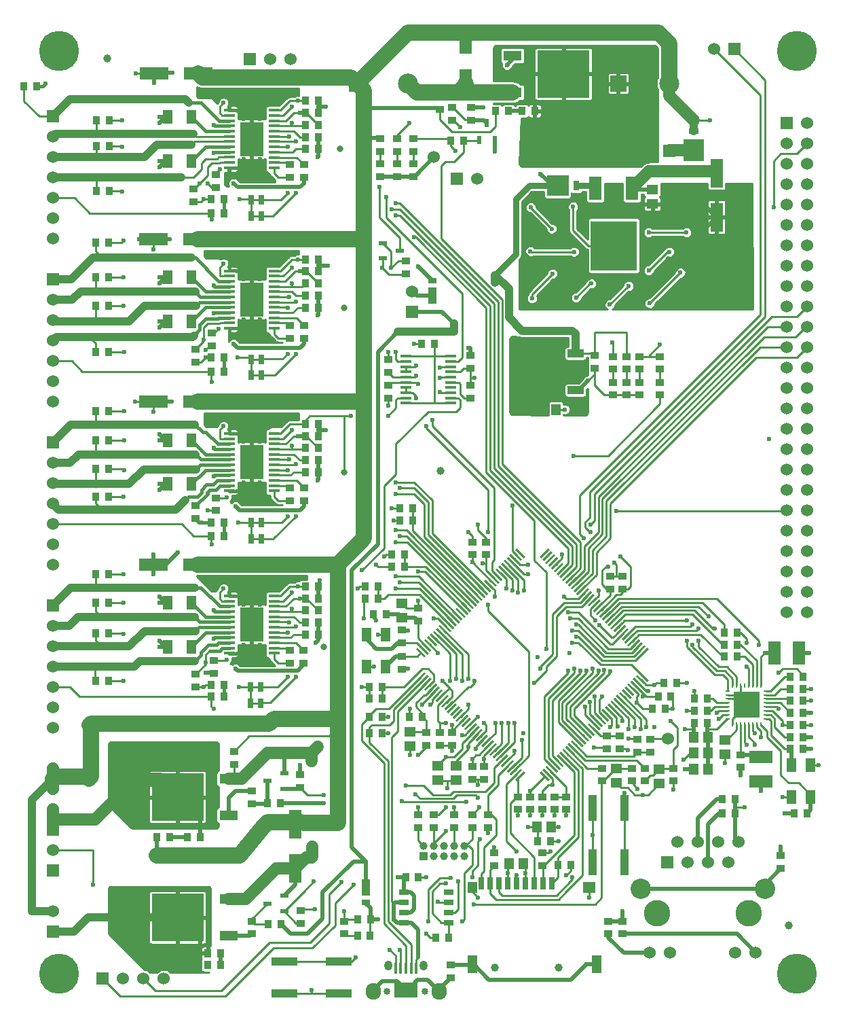
<source format=gtl>
G04 (created by PCBNEW (2013-05-18 BZR 4017)-stable) date Wed 14 Jan 2015 22:50:39 GMT*
%MOIN*%
G04 Gerber Fmt 3.4, Leading zero omitted, Abs format*
%FSLAX34Y34*%
G01*
G70*
G90*
G04 APERTURE LIST*
%ADD10C,0.00590551*%
%ADD11C,0.1969*%
%ADD12R,0.0787X0.0787*%
%ADD13C,0.0984*%
%ADD14R,0.1142X0.0748*%
%ADD15O,0.0394X0.0492*%
%ADD16R,0.0157X0.0531*%
%ADD17O,0.0748X0.0827*%
%ADD18C,0.0335*%
%ADD19R,0.063X0.1181*%
%ADD20R,0.2283X0.2441*%
%ADD21R,0.06X0.06*%
%ADD22C,0.06*%
%ADD23R,0.0579X0.0165*%
%ADD24R,0.1181X0.1701*%
%ADD25R,0.0394X0.126*%
%ADD26R,0.126X0.0394*%
%ADD27R,0.0394X0.0236*%
%ADD28R,0.0236X0.0394*%
%ADD29R,0.08X0.144*%
%ADD30R,0.08X0.04*%
%ADD31R,0.1417X0.063*%
%ADD32R,0.063X0.1417*%
%ADD33R,0.0374X0.0394*%
%ADD34R,0.0394X0.0374*%
%ADD35R,0.0453X0.0709*%
%ADD36R,0.0453X0.0571*%
%ADD37R,0.0571X0.0453*%
%ADD38R,0.0906X0.0512*%
%ADD39R,0.2559X0.2323*%
%ADD40R,0.1142X0.0591*%
%ADD41R,0.0591X0.1142*%
%ADD42R,0.0394X0.0394*%
%ADD43C,0.0394*%
%ADD44R,0.0433X0.0787*%
%ADD45R,0.0433X0.0315*%
%ADD46R,0.0472X0.0866*%
%ADD47R,0.0472X0.0551*%
%ADD48R,0.063X0.0551*%
%ADD49R,0.0276X0.063*%
%ADD50R,0.05X0.025*%
%ADD51R,0.0098X0.0236*%
%ADD52R,0.0236X0.0098*%
%ADD53R,0.1299X0.1299*%
%ADD54R,0.1X0.1051*%
%ADD55R,0.05X0.03*%
%ADD56R,0.1051X0.1*%
%ADD57R,0.03X0.05*%
%ADD58C,0.1299*%
%ADD59C,0.1*%
%ADD60R,0.0472X0.0709*%
%ADD61C,0.0315*%
%ADD62R,0.025X0.05*%
%ADD63C,0.0236*%
%ADD64C,0.01*%
%ADD65C,0.02*%
%ADD66C,0.015*%
%ADD67C,0.04*%
%ADD68C,0.03*%
%ADD69C,0.06*%
%ADD70C,0.07*%
%ADD71C,0.08*%
G04 APERTURE END LIST*
G54D10*
G54D11*
X2754Y1575D03*
G54D12*
X17390Y45236D03*
G54D13*
X19890Y45236D03*
G54D14*
X19781Y787D03*
G54D15*
X18905Y1968D03*
G54D16*
X19781Y1840D03*
X19525Y1840D03*
X19269Y1840D03*
X20037Y1840D03*
X20293Y1840D03*
G54D15*
X20657Y1968D03*
G54D17*
X21395Y716D03*
X18167Y716D03*
G54D18*
X20716Y716D03*
X18846Y716D03*
G54D19*
X30890Y40115D03*
G54D20*
X29990Y37288D03*
G54D19*
X29090Y40115D03*
G54D21*
X12114Y46430D03*
G54D22*
X13114Y46430D03*
X14114Y46430D03*
G54D23*
X13303Y34515D03*
X13303Y34771D03*
X13303Y35027D03*
X13303Y35283D03*
X11101Y33751D03*
X13303Y33747D03*
X13303Y34003D03*
X13303Y34259D03*
X11099Y35539D03*
X11099Y35283D03*
X11099Y35027D03*
X11099Y34771D03*
X11099Y34515D03*
X11099Y34259D03*
X13303Y35539D03*
X11101Y34003D03*
X13303Y33491D03*
X13303Y35795D03*
X11099Y35795D03*
X11099Y33491D03*
X13303Y33236D03*
X13303Y36050D03*
X11099Y36050D03*
X11099Y33236D03*
G54D24*
X12201Y34643D03*
G54D23*
X13302Y26542D03*
X13302Y26798D03*
X13302Y27054D03*
X13302Y27310D03*
X11100Y25778D03*
X13302Y25774D03*
X13302Y26030D03*
X13302Y26286D03*
X11098Y27566D03*
X11098Y27310D03*
X11098Y27054D03*
X11098Y26798D03*
X11098Y26542D03*
X11098Y26286D03*
X13302Y27566D03*
X11100Y26030D03*
X13302Y25518D03*
X13302Y27822D03*
X11098Y27822D03*
X11098Y25518D03*
X13302Y25263D03*
X13302Y28077D03*
X11098Y28077D03*
X11098Y25263D03*
G54D24*
X12200Y26670D03*
G54D23*
X13302Y18571D03*
X13302Y18827D03*
X13302Y19083D03*
X13302Y19339D03*
X11100Y17807D03*
X13302Y17803D03*
X13302Y18059D03*
X13302Y18315D03*
X11098Y19595D03*
X11098Y19339D03*
X11098Y19083D03*
X11098Y18827D03*
X11098Y18571D03*
X11098Y18315D03*
X13302Y19595D03*
X11100Y18059D03*
X13302Y17547D03*
X13302Y19851D03*
X11098Y19851D03*
X11098Y17547D03*
X13302Y17292D03*
X13302Y20106D03*
X11098Y20106D03*
X11098Y17292D03*
G54D24*
X12200Y18699D03*
G54D23*
X13304Y42391D03*
X13304Y42647D03*
X13304Y42903D03*
X13304Y43159D03*
X11102Y41627D03*
X13304Y41623D03*
X13304Y41879D03*
X13304Y42135D03*
X11100Y43415D03*
X11100Y43159D03*
X11100Y42903D03*
X11100Y42647D03*
X11100Y42391D03*
X11100Y42135D03*
X13304Y43415D03*
X11102Y41879D03*
X13304Y41367D03*
X13304Y43671D03*
X11100Y43671D03*
X11100Y41367D03*
X13304Y41112D03*
X13304Y43926D03*
X11100Y43926D03*
X11100Y41112D03*
G54D24*
X12202Y42519D03*
G54D23*
X19762Y30837D03*
X19762Y30581D03*
X19762Y30325D03*
X19762Y30069D03*
X21964Y31601D03*
X19762Y31605D03*
X19762Y31349D03*
X19762Y31093D03*
X21966Y29813D03*
X21966Y30069D03*
X21966Y30325D03*
X21966Y30581D03*
X21966Y30837D03*
X21966Y31093D03*
X19762Y29813D03*
X21964Y31349D03*
X19762Y31861D03*
X19762Y29557D03*
X21966Y29557D03*
X21966Y31861D03*
G54D25*
X30509Y7027D03*
X30509Y9705D03*
X28935Y9705D03*
X28935Y7027D03*
G54D26*
X13816Y591D03*
X16494Y591D03*
X16494Y2165D03*
X13816Y2165D03*
G54D27*
X13800Y4645D03*
X12968Y5020D03*
X13800Y5395D03*
X13800Y10649D03*
X12968Y11024D03*
X13800Y11399D03*
G54D28*
X23383Y42478D03*
X23758Y43310D03*
X24133Y42478D03*
G54D29*
X25509Y31106D03*
G54D30*
X28109Y31106D03*
X28109Y32006D03*
X28109Y30206D03*
G54D31*
X9577Y45748D03*
X7411Y45748D03*
X9546Y21654D03*
X7380Y21654D03*
X9546Y37598D03*
X7380Y37598D03*
X9546Y29626D03*
X7380Y29626D03*
G54D32*
X35029Y40855D03*
X35029Y38689D03*
G54D33*
X35411Y18307D03*
X36041Y18307D03*
X39288Y16142D03*
X38658Y16142D03*
X39288Y15551D03*
X38658Y15551D03*
X35411Y17717D03*
X36041Y17717D03*
X35411Y17126D03*
X36041Y17126D03*
X39288Y14370D03*
X38658Y14370D03*
X39288Y14961D03*
X38658Y14961D03*
X33934Y14469D03*
X34564Y14469D03*
X33934Y15059D03*
X34564Y15059D03*
X38658Y13189D03*
X39288Y13189D03*
G54D34*
X22045Y43445D03*
X22045Y44075D03*
X22990Y43445D03*
X22990Y44075D03*
X12202Y9921D03*
X12202Y10551D03*
X18896Y29803D03*
X18896Y30433D03*
X20372Y9370D03*
X20372Y8740D03*
G54D33*
X20096Y23819D03*
X19466Y23819D03*
G54D34*
X16731Y3524D03*
X16731Y4154D03*
G54D33*
X17990Y14173D03*
X18620Y14173D03*
X17990Y13386D03*
X18620Y13386D03*
X39289Y13780D03*
X38659Y13780D03*
X33934Y13878D03*
X34564Y13878D03*
G54D34*
X29722Y4154D03*
X29722Y3524D03*
X30411Y3524D03*
X30411Y4154D03*
G54D33*
X13601Y9942D03*
X12971Y9942D03*
X13640Y4016D03*
X13010Y4016D03*
G54D34*
X12222Y4154D03*
X12222Y3524D03*
X18896Y31713D03*
X18896Y31083D03*
G54D33*
X19703Y21555D03*
X19073Y21555D03*
G54D34*
X31159Y12441D03*
X31159Y13071D03*
G54D33*
X18423Y19980D03*
X17793Y19980D03*
X38856Y9449D03*
X39486Y9449D03*
X39289Y12598D03*
X38659Y12598D03*
X35313Y10138D03*
X35943Y10138D03*
X35313Y9449D03*
X35943Y9449D03*
X19703Y22146D03*
X19073Y22146D03*
X20096Y24409D03*
X19466Y24409D03*
G54D34*
X31789Y12441D03*
X31789Y13071D03*
G54D33*
X18423Y20571D03*
X17793Y20571D03*
G54D34*
X9447Y31575D03*
X9447Y32205D03*
G54D33*
X15470Y35433D03*
X14840Y35433D03*
X14841Y34839D03*
X15471Y34839D03*
X18620Y15650D03*
X17990Y15650D03*
X14840Y34252D03*
X15470Y34252D03*
G54D34*
X14762Y33382D03*
X14762Y32752D03*
G54D33*
X14840Y36024D03*
X15470Y36024D03*
G54D34*
X14073Y32752D03*
X14073Y33382D03*
X9447Y15630D03*
X9447Y16260D03*
G54D33*
X15470Y19390D03*
X14840Y19390D03*
X14839Y18796D03*
X15469Y18796D03*
G54D34*
X21159Y9370D03*
X21159Y8740D03*
G54D33*
X14840Y18209D03*
X15470Y18209D03*
G54D34*
X14760Y17438D03*
X14760Y16808D03*
G54D33*
X14840Y19980D03*
X15470Y19980D03*
G54D34*
X14071Y16808D03*
X14071Y17438D03*
X9348Y39449D03*
X9348Y40079D03*
G54D33*
X15470Y43209D03*
X14840Y43209D03*
X14842Y42617D03*
X15472Y42617D03*
X14840Y42028D03*
X15470Y42028D03*
G54D34*
X14763Y41258D03*
X14763Y40628D03*
G54D33*
X14840Y43799D03*
X15470Y43799D03*
G54D34*
X14074Y40628D03*
X14074Y41258D03*
X9447Y23898D03*
X9447Y24528D03*
G54D33*
X15470Y27362D03*
X14840Y27362D03*
X14840Y26768D03*
X15470Y26768D03*
X14840Y26181D03*
X15470Y26181D03*
G54D34*
X14761Y25410D03*
X14761Y24780D03*
G54D33*
X14840Y27953D03*
X15470Y27953D03*
G54D34*
X14072Y24780D03*
X14072Y25410D03*
X22144Y9370D03*
X22144Y8740D03*
G54D35*
X9250Y41437D03*
X8068Y41437D03*
G54D36*
X33895Y12402D03*
X34603Y12402D03*
X33895Y13189D03*
X34603Y13189D03*
G54D33*
X17400Y3445D03*
X18015Y3445D03*
G54D37*
X35431Y13052D03*
X35431Y12344D03*
G54D36*
X26435Y29248D03*
X27143Y29248D03*
G54D35*
X9250Y25591D03*
X8068Y25591D03*
X9250Y27756D03*
X8068Y27756D03*
X9250Y43602D03*
X8068Y43602D03*
X9250Y33563D03*
X8068Y33563D03*
X9250Y17618D03*
X8068Y17618D03*
X9250Y35728D03*
X8068Y35728D03*
X9250Y19783D03*
X8068Y19783D03*
G54D34*
X22932Y31279D03*
X22932Y31909D03*
G54D38*
X11063Y3431D03*
G54D39*
X8563Y4331D03*
G54D38*
X11063Y5231D03*
X11061Y9336D03*
G54D39*
X8561Y10236D03*
G54D38*
X11061Y11136D03*
X25018Y46609D03*
G54D39*
X27518Y45709D03*
G54D38*
X25018Y44809D03*
G54D33*
X8187Y8268D03*
X7557Y8268D03*
X10667Y2003D03*
X10037Y2003D03*
X24821Y43898D03*
X24191Y43898D03*
X10052Y2578D03*
X10667Y2578D03*
X9663Y8268D03*
X9048Y8268D03*
X26100Y43898D03*
X25485Y43898D03*
G54D21*
X2429Y43625D03*
G54D22*
X2429Y42625D03*
X2429Y41625D03*
X2429Y40625D03*
X2429Y39625D03*
X2429Y38625D03*
X2429Y37625D03*
G54D21*
X2429Y35625D03*
G54D22*
X2429Y34625D03*
X2429Y33625D03*
X2429Y32625D03*
X2429Y31625D03*
X2429Y30625D03*
X2429Y29625D03*
G54D21*
X2429Y27625D03*
G54D22*
X2429Y26625D03*
X2429Y25625D03*
X2429Y24625D03*
X2429Y23625D03*
X2429Y22625D03*
X2429Y21625D03*
G54D21*
X2429Y19625D03*
G54D22*
X2429Y18625D03*
X2429Y17625D03*
X2429Y16625D03*
X2429Y15625D03*
X2429Y14625D03*
X2429Y13625D03*
G54D21*
X35911Y46929D03*
G54D22*
X34911Y46929D03*
G54D34*
X22932Y30432D03*
X22932Y29802D03*
X36218Y12323D03*
X36218Y11693D03*
G54D40*
X37203Y12205D03*
X37203Y11023D03*
G54D41*
X37891Y17323D03*
X39073Y17323D03*
G54D36*
X34604Y11614D03*
X33896Y11614D03*
G54D33*
X10844Y31791D03*
X10214Y31791D03*
X10844Y39567D03*
X10214Y39567D03*
X10844Y15748D03*
X10214Y15748D03*
X10844Y23720D03*
X10214Y23720D03*
X10214Y31102D03*
X10829Y31102D03*
X10214Y38878D03*
X10829Y38878D03*
X10214Y15157D03*
X10829Y15157D03*
X10214Y23031D03*
X10829Y23031D03*
X14840Y28543D03*
X15470Y28543D03*
X14840Y44390D03*
X15470Y44390D03*
X14840Y36614D03*
X15470Y36614D03*
X14840Y20571D03*
X15470Y20571D03*
G54D36*
X25549Y6988D03*
X24841Y6988D03*
G54D42*
X20651Y7329D03*
G54D43*
X20651Y7829D03*
X21151Y7329D03*
X21151Y7829D03*
X21651Y7329D03*
X21651Y7829D03*
X22151Y7329D03*
X22151Y7829D03*
X22651Y7329D03*
X22651Y7829D03*
G54D44*
X17813Y5807D03*
G54D45*
X17813Y5059D03*
G54D43*
X24140Y1870D03*
X27282Y1870D03*
G54D46*
X23030Y2027D03*
X29132Y2027D03*
G54D47*
X23030Y5807D03*
G54D48*
X28778Y5807D03*
G54D49*
X26947Y6004D03*
X26514Y6004D03*
X26081Y6004D03*
X25648Y6004D03*
X25215Y6004D03*
X24782Y6004D03*
X24349Y6004D03*
X23916Y6004D03*
X23483Y6004D03*
G54D34*
X32911Y11024D03*
X32911Y11654D03*
X30864Y11024D03*
X30864Y11654D03*
G54D33*
X18187Y19193D03*
X18817Y19193D03*
G54D34*
X27655Y10256D03*
X27655Y9626D03*
G54D33*
X26258Y8071D03*
X26888Y8071D03*
G54D34*
X20766Y13406D03*
X20766Y12776D03*
G54D10*
G36*
X25553Y21954D02*
X25135Y22372D01*
X25213Y22450D01*
X25631Y22032D01*
X25553Y21954D01*
X25553Y21954D01*
G37*
G36*
X25414Y21815D02*
X24996Y22232D01*
X25074Y22310D01*
X25492Y21892D01*
X25414Y21815D01*
X25414Y21815D01*
G37*
G36*
X25275Y21675D02*
X24857Y22093D01*
X24935Y22171D01*
X25353Y21753D01*
X25275Y21675D01*
X25275Y21675D01*
G37*
G36*
X25135Y21536D02*
X24718Y21954D01*
X24795Y22032D01*
X25213Y21614D01*
X25135Y21536D01*
X25135Y21536D01*
G37*
G36*
X24996Y21397D02*
X24578Y21815D01*
X24656Y21892D01*
X25074Y21474D01*
X24996Y21397D01*
X24996Y21397D01*
G37*
G36*
X24858Y21258D02*
X24440Y21676D01*
X24517Y21754D01*
X24935Y21336D01*
X24858Y21258D01*
X24858Y21258D01*
G37*
G36*
X24718Y21119D02*
X24300Y21537D01*
X24378Y21614D01*
X24796Y21197D01*
X24718Y21119D01*
X24718Y21119D01*
G37*
G36*
X24579Y20979D02*
X24161Y21397D01*
X24239Y21475D01*
X24657Y21057D01*
X24579Y20979D01*
X24579Y20979D01*
G37*
G36*
X24440Y20840D02*
X24022Y21258D01*
X24100Y21336D01*
X24517Y20918D01*
X24440Y20840D01*
X24440Y20840D01*
G37*
G36*
X24300Y20701D02*
X23882Y21119D01*
X23960Y21197D01*
X24378Y20779D01*
X24300Y20701D01*
X24300Y20701D01*
G37*
G36*
X24161Y20562D02*
X23743Y20979D01*
X23821Y21057D01*
X24239Y20639D01*
X24161Y20562D01*
X24161Y20562D01*
G37*
G36*
X24022Y20423D02*
X23605Y20841D01*
X23682Y20919D01*
X24100Y20501D01*
X24022Y20423D01*
X24022Y20423D01*
G37*
G36*
X23883Y20284D02*
X23465Y20702D01*
X23543Y20779D01*
X23961Y20361D01*
X23883Y20284D01*
X23883Y20284D01*
G37*
G36*
X23744Y20144D02*
X23326Y20562D01*
X23404Y20640D01*
X23822Y20222D01*
X23744Y20144D01*
X23744Y20144D01*
G37*
G36*
X23605Y20005D02*
X23187Y20423D01*
X23264Y20501D01*
X23682Y20083D01*
X23605Y20005D01*
X23605Y20005D01*
G37*
G36*
X23465Y19866D02*
X23047Y20284D01*
X23125Y20361D01*
X23543Y19944D01*
X23465Y19866D01*
X23465Y19866D01*
G37*
G36*
X23326Y19726D02*
X22908Y20144D01*
X22986Y20222D01*
X23404Y19804D01*
X23326Y19726D01*
X23326Y19726D01*
G37*
G36*
X23187Y19587D02*
X22769Y20005D01*
X22847Y20083D01*
X23264Y19665D01*
X23187Y19587D01*
X23187Y19587D01*
G37*
G36*
X23048Y19449D02*
X22630Y19866D01*
X22708Y19944D01*
X23126Y19526D01*
X23048Y19449D01*
X23048Y19449D01*
G37*
G36*
X22909Y19309D02*
X22491Y19727D01*
X22569Y19805D01*
X22987Y19387D01*
X22909Y19309D01*
X22909Y19309D01*
G37*
G36*
X22769Y19170D02*
X22352Y19588D01*
X22429Y19666D01*
X22847Y19248D01*
X22769Y19170D01*
X22769Y19170D01*
G37*
G36*
X22630Y19031D02*
X22212Y19449D01*
X22290Y19526D01*
X22708Y19108D01*
X22630Y19031D01*
X22630Y19031D01*
G37*
G36*
X22491Y18891D02*
X22073Y19309D01*
X22151Y19387D01*
X22569Y18969D01*
X22491Y18891D01*
X22491Y18891D01*
G37*
G36*
X22352Y18752D02*
X21934Y19170D01*
X22011Y19248D01*
X22429Y18830D01*
X22352Y18752D01*
X22352Y18752D01*
G37*
G36*
X22212Y18613D02*
X21794Y19031D01*
X21872Y19108D01*
X22290Y18691D01*
X22212Y18613D01*
X22212Y18613D01*
G37*
G36*
X22074Y18474D02*
X21656Y18892D01*
X21734Y18970D01*
X22151Y18552D01*
X22074Y18474D01*
X22074Y18474D01*
G37*
G36*
X21934Y18335D02*
X21516Y18753D01*
X21594Y18831D01*
X22012Y18413D01*
X21934Y18335D01*
X21934Y18335D01*
G37*
G36*
X21795Y18196D02*
X21377Y18613D01*
X21455Y18691D01*
X21873Y18273D01*
X21795Y18196D01*
X21795Y18196D01*
G37*
G36*
X21656Y18056D02*
X21238Y18474D01*
X21316Y18552D01*
X21734Y18134D01*
X21656Y18056D01*
X21656Y18056D01*
G37*
G36*
X21516Y17917D02*
X21099Y18335D01*
X21176Y18413D01*
X21594Y17995D01*
X21516Y17917D01*
X21516Y17917D01*
G37*
G36*
X21377Y17778D02*
X20959Y18196D01*
X21037Y18273D01*
X21455Y17855D01*
X21377Y17778D01*
X21377Y17778D01*
G37*
G36*
X21239Y17639D02*
X20821Y18057D01*
X20898Y18135D01*
X21316Y17717D01*
X21239Y17639D01*
X21239Y17639D01*
G37*
G36*
X21099Y17500D02*
X20681Y17918D01*
X20759Y17995D01*
X21177Y17578D01*
X21099Y17500D01*
X21099Y17500D01*
G37*
G36*
X20960Y17360D02*
X20542Y17778D01*
X20620Y17856D01*
X21038Y17438D01*
X20960Y17360D01*
X20960Y17360D01*
G37*
G36*
X20821Y17221D02*
X20403Y17639D01*
X20481Y17717D01*
X20898Y17299D01*
X20821Y17221D01*
X20821Y17221D01*
G37*
G36*
X20681Y17082D02*
X20263Y17500D01*
X20341Y17578D01*
X20759Y17160D01*
X20681Y17082D01*
X20681Y17082D01*
G37*
G36*
X26750Y11013D02*
X26332Y11431D01*
X26410Y11509D01*
X26828Y11091D01*
X26750Y11013D01*
X26750Y11013D01*
G37*
G36*
X26889Y11153D02*
X26471Y11571D01*
X26549Y11648D01*
X26967Y11231D01*
X26889Y11153D01*
X26889Y11153D01*
G37*
G36*
X27028Y11292D02*
X26610Y11710D01*
X26688Y11788D01*
X27106Y11370D01*
X27028Y11292D01*
X27028Y11292D01*
G37*
G36*
X27168Y11431D02*
X26750Y11849D01*
X26828Y11927D01*
X27245Y11509D01*
X27168Y11431D01*
X27168Y11431D01*
G37*
G36*
X27307Y11571D02*
X26889Y11989D01*
X26967Y12066D01*
X27385Y11648D01*
X27307Y11571D01*
X27307Y11571D01*
G37*
G36*
X27446Y11709D02*
X27028Y12127D01*
X27105Y12205D01*
X27523Y11787D01*
X27446Y11709D01*
X27446Y11709D01*
G37*
G36*
X27585Y11849D02*
X27167Y12266D01*
X27245Y12344D01*
X27663Y11926D01*
X27585Y11849D01*
X27585Y11849D01*
G37*
G36*
X27724Y11988D02*
X27306Y12406D01*
X27384Y12484D01*
X27802Y12066D01*
X27724Y11988D01*
X27724Y11988D01*
G37*
G36*
X27863Y12127D02*
X27446Y12545D01*
X27523Y12623D01*
X27941Y12205D01*
X27863Y12127D01*
X27863Y12127D01*
G37*
G36*
X28003Y12266D02*
X27585Y12684D01*
X27663Y12762D01*
X28081Y12344D01*
X28003Y12266D01*
X28003Y12266D01*
G37*
G36*
X28142Y12406D02*
X27724Y12824D01*
X27802Y12901D01*
X28220Y12484D01*
X28142Y12406D01*
X28142Y12406D01*
G37*
G36*
X28281Y12544D02*
X27863Y12962D01*
X27941Y13040D01*
X28358Y12622D01*
X28281Y12544D01*
X28281Y12544D01*
G37*
G36*
X28420Y12684D02*
X28002Y13102D01*
X28080Y13179D01*
X28498Y12761D01*
X28420Y12684D01*
X28420Y12684D01*
G37*
G36*
X28559Y12823D02*
X28141Y13241D01*
X28219Y13319D01*
X28637Y12901D01*
X28559Y12823D01*
X28559Y12823D01*
G37*
G36*
X28699Y12962D02*
X28281Y13380D01*
X28358Y13458D01*
X28776Y13040D01*
X28699Y12962D01*
X28699Y12962D01*
G37*
G36*
X28838Y13102D02*
X28420Y13519D01*
X28498Y13597D01*
X28916Y13179D01*
X28838Y13102D01*
X28838Y13102D01*
G37*
G36*
X28977Y13241D02*
X28559Y13659D01*
X28637Y13737D01*
X29055Y13319D01*
X28977Y13241D01*
X28977Y13241D01*
G37*
G36*
X29116Y13380D02*
X28699Y13798D01*
X28776Y13876D01*
X29194Y13458D01*
X29116Y13380D01*
X29116Y13380D01*
G37*
G36*
X29255Y13519D02*
X28837Y13937D01*
X28915Y14014D01*
X29333Y13597D01*
X29255Y13519D01*
X29255Y13519D01*
G37*
G36*
X29394Y13658D02*
X28976Y14076D01*
X29054Y14154D01*
X29472Y13736D01*
X29394Y13658D01*
X29394Y13658D01*
G37*
G36*
X29534Y13797D02*
X29116Y14215D01*
X29194Y14293D01*
X29611Y13875D01*
X29534Y13797D01*
X29534Y13797D01*
G37*
G36*
X29673Y13937D02*
X29255Y14355D01*
X29333Y14432D01*
X29751Y14014D01*
X29673Y13937D01*
X29673Y13937D01*
G37*
G36*
X29812Y14076D02*
X29394Y14494D01*
X29472Y14572D01*
X29890Y14154D01*
X29812Y14076D01*
X29812Y14076D01*
G37*
G36*
X29952Y14215D02*
X29534Y14633D01*
X29611Y14711D01*
X30029Y14293D01*
X29952Y14215D01*
X29952Y14215D01*
G37*
G36*
X30091Y14355D02*
X29673Y14772D01*
X29751Y14850D01*
X30169Y14432D01*
X30091Y14355D01*
X30091Y14355D01*
G37*
G36*
X30229Y14493D02*
X29812Y14911D01*
X29889Y14989D01*
X30307Y14571D01*
X30229Y14493D01*
X30229Y14493D01*
G37*
G36*
X30369Y14632D02*
X29951Y15050D01*
X30029Y15128D01*
X30447Y14710D01*
X30369Y14632D01*
X30369Y14632D01*
G37*
G36*
X30508Y14772D02*
X30090Y15190D01*
X30168Y15267D01*
X30586Y14850D01*
X30508Y14772D01*
X30508Y14772D01*
G37*
G36*
X30647Y14911D02*
X30229Y15329D01*
X30307Y15407D01*
X30725Y14989D01*
X30647Y14911D01*
X30647Y14911D01*
G37*
G36*
X30787Y15050D02*
X30369Y15468D01*
X30447Y15546D01*
X30864Y15128D01*
X30787Y15050D01*
X30787Y15050D01*
G37*
G36*
X30926Y15190D02*
X30508Y15608D01*
X30586Y15685D01*
X31004Y15267D01*
X30926Y15190D01*
X30926Y15190D01*
G37*
G36*
X31065Y15328D02*
X30647Y15746D01*
X30724Y15824D01*
X31142Y15406D01*
X31065Y15328D01*
X31065Y15328D01*
G37*
G36*
X31204Y15468D02*
X30786Y15885D01*
X30864Y15963D01*
X31282Y15545D01*
X31204Y15468D01*
X31204Y15468D01*
G37*
G36*
X31343Y15607D02*
X30925Y16025D01*
X31003Y16103D01*
X31421Y15685D01*
X31343Y15607D01*
X31343Y15607D01*
G37*
G36*
X31482Y15746D02*
X31065Y16164D01*
X31142Y16242D01*
X31560Y15824D01*
X31482Y15746D01*
X31482Y15746D01*
G37*
G36*
X31622Y15885D02*
X31204Y16303D01*
X31282Y16381D01*
X31700Y15963D01*
X31622Y15885D01*
X31622Y15885D01*
G37*
G36*
X20341Y15885D02*
X20263Y15963D01*
X20681Y16381D01*
X20759Y16303D01*
X20341Y15885D01*
X20341Y15885D01*
G37*
G36*
X20481Y15746D02*
X20403Y15824D01*
X20821Y16242D01*
X20898Y16164D01*
X20481Y15746D01*
X20481Y15746D01*
G37*
G36*
X20620Y15607D02*
X20542Y15685D01*
X20960Y16103D01*
X21038Y16025D01*
X20620Y15607D01*
X20620Y15607D01*
G37*
G36*
X20759Y15468D02*
X20681Y15545D01*
X21099Y15963D01*
X21177Y15885D01*
X20759Y15468D01*
X20759Y15468D01*
G37*
G36*
X20898Y15328D02*
X20821Y15406D01*
X21239Y15824D01*
X21316Y15746D01*
X20898Y15328D01*
X20898Y15328D01*
G37*
G36*
X21037Y15190D02*
X20959Y15267D01*
X21377Y15685D01*
X21455Y15608D01*
X21037Y15190D01*
X21037Y15190D01*
G37*
G36*
X21176Y15050D02*
X21099Y15128D01*
X21516Y15546D01*
X21594Y15468D01*
X21176Y15050D01*
X21176Y15050D01*
G37*
G36*
X21316Y14911D02*
X21238Y14989D01*
X21656Y15407D01*
X21734Y15329D01*
X21316Y14911D01*
X21316Y14911D01*
G37*
G36*
X21455Y14772D02*
X21377Y14850D01*
X21795Y15267D01*
X21873Y15190D01*
X21455Y14772D01*
X21455Y14772D01*
G37*
G36*
X21594Y14632D02*
X21516Y14710D01*
X21934Y15128D01*
X22012Y15050D01*
X21594Y14632D01*
X21594Y14632D01*
G37*
G36*
X21734Y14493D02*
X21656Y14571D01*
X22074Y14989D01*
X22151Y14911D01*
X21734Y14493D01*
X21734Y14493D01*
G37*
G36*
X21872Y14355D02*
X21794Y14432D01*
X22212Y14850D01*
X22290Y14772D01*
X21872Y14355D01*
X21872Y14355D01*
G37*
G36*
X22011Y14215D02*
X21934Y14293D01*
X22352Y14711D01*
X22429Y14633D01*
X22011Y14215D01*
X22011Y14215D01*
G37*
G36*
X22151Y14076D02*
X22073Y14154D01*
X22491Y14572D01*
X22569Y14494D01*
X22151Y14076D01*
X22151Y14076D01*
G37*
G36*
X22290Y13937D02*
X22212Y14014D01*
X22630Y14432D01*
X22708Y14355D01*
X22290Y13937D01*
X22290Y13937D01*
G37*
G36*
X22429Y13797D02*
X22352Y13875D01*
X22769Y14293D01*
X22847Y14215D01*
X22429Y13797D01*
X22429Y13797D01*
G37*
G36*
X22569Y13658D02*
X22491Y13736D01*
X22909Y14154D01*
X22987Y14076D01*
X22569Y13658D01*
X22569Y13658D01*
G37*
G36*
X22708Y13519D02*
X22630Y13597D01*
X23048Y14014D01*
X23126Y13937D01*
X22708Y13519D01*
X22708Y13519D01*
G37*
G36*
X22847Y13380D02*
X22769Y13458D01*
X23187Y13876D01*
X23264Y13798D01*
X22847Y13380D01*
X22847Y13380D01*
G37*
G36*
X22986Y13241D02*
X22908Y13319D01*
X23326Y13737D01*
X23404Y13659D01*
X22986Y13241D01*
X22986Y13241D01*
G37*
G36*
X23125Y13102D02*
X23047Y13179D01*
X23465Y13597D01*
X23543Y13519D01*
X23125Y13102D01*
X23125Y13102D01*
G37*
G36*
X23264Y12962D02*
X23187Y13040D01*
X23605Y13458D01*
X23682Y13380D01*
X23264Y12962D01*
X23264Y12962D01*
G37*
G36*
X23404Y12823D02*
X23326Y12901D01*
X23744Y13319D01*
X23822Y13241D01*
X23404Y12823D01*
X23404Y12823D01*
G37*
G36*
X23543Y12684D02*
X23465Y12761D01*
X23883Y13179D01*
X23961Y13102D01*
X23543Y12684D01*
X23543Y12684D01*
G37*
G36*
X23682Y12544D02*
X23605Y12622D01*
X24022Y13040D01*
X24100Y12962D01*
X23682Y12544D01*
X23682Y12544D01*
G37*
G36*
X23821Y12406D02*
X23743Y12484D01*
X24161Y12901D01*
X24239Y12824D01*
X23821Y12406D01*
X23821Y12406D01*
G37*
G36*
X23960Y12266D02*
X23882Y12344D01*
X24300Y12762D01*
X24378Y12684D01*
X23960Y12266D01*
X23960Y12266D01*
G37*
G36*
X24100Y12127D02*
X24022Y12205D01*
X24440Y12623D01*
X24517Y12545D01*
X24100Y12127D01*
X24100Y12127D01*
G37*
G36*
X24239Y11988D02*
X24161Y12066D01*
X24579Y12484D01*
X24657Y12406D01*
X24239Y11988D01*
X24239Y11988D01*
G37*
G36*
X24378Y11849D02*
X24300Y11926D01*
X24718Y12344D01*
X24796Y12266D01*
X24378Y11849D01*
X24378Y11849D01*
G37*
G36*
X24517Y11709D02*
X24440Y11787D01*
X24858Y12205D01*
X24935Y12127D01*
X24517Y11709D01*
X24517Y11709D01*
G37*
G36*
X24656Y11571D02*
X24578Y11648D01*
X24996Y12066D01*
X25074Y11989D01*
X24656Y11571D01*
X24656Y11571D01*
G37*
G36*
X24795Y11431D02*
X24718Y11509D01*
X25135Y11927D01*
X25213Y11849D01*
X24795Y11431D01*
X24795Y11431D01*
G37*
G36*
X24935Y11292D02*
X24857Y11370D01*
X25275Y11788D01*
X25353Y11710D01*
X24935Y11292D01*
X24935Y11292D01*
G37*
G36*
X25074Y11153D02*
X24996Y11231D01*
X25414Y11648D01*
X25492Y11571D01*
X25074Y11153D01*
X25074Y11153D01*
G37*
G36*
X25213Y11013D02*
X25135Y11091D01*
X25553Y11509D01*
X25631Y11431D01*
X25213Y11013D01*
X25213Y11013D01*
G37*
G36*
X31282Y17082D02*
X31204Y17160D01*
X31622Y17578D01*
X31700Y17500D01*
X31282Y17082D01*
X31282Y17082D01*
G37*
G36*
X31142Y17221D02*
X31065Y17299D01*
X31482Y17717D01*
X31560Y17639D01*
X31142Y17221D01*
X31142Y17221D01*
G37*
G36*
X31003Y17360D02*
X30925Y17438D01*
X31343Y17856D01*
X31421Y17778D01*
X31003Y17360D01*
X31003Y17360D01*
G37*
G36*
X30864Y17500D02*
X30786Y17578D01*
X31204Y17995D01*
X31282Y17918D01*
X30864Y17500D01*
X30864Y17500D01*
G37*
G36*
X30724Y17639D02*
X30647Y17717D01*
X31065Y18135D01*
X31142Y18057D01*
X30724Y17639D01*
X30724Y17639D01*
G37*
G36*
X30586Y17778D02*
X30508Y17855D01*
X30926Y18273D01*
X31004Y18196D01*
X30586Y17778D01*
X30586Y17778D01*
G37*
G36*
X30447Y17917D02*
X30369Y17995D01*
X30787Y18413D01*
X30864Y18335D01*
X30447Y17917D01*
X30447Y17917D01*
G37*
G36*
X30307Y18056D02*
X30229Y18134D01*
X30647Y18552D01*
X30725Y18474D01*
X30307Y18056D01*
X30307Y18056D01*
G37*
G36*
X30168Y18196D02*
X30090Y18273D01*
X30508Y18691D01*
X30586Y18613D01*
X30168Y18196D01*
X30168Y18196D01*
G37*
G36*
X30029Y18335D02*
X29951Y18413D01*
X30369Y18831D01*
X30447Y18753D01*
X30029Y18335D01*
X30029Y18335D01*
G37*
G36*
X29889Y18474D02*
X29812Y18552D01*
X30229Y18970D01*
X30307Y18892D01*
X29889Y18474D01*
X29889Y18474D01*
G37*
G36*
X29751Y18613D02*
X29673Y18691D01*
X30091Y19108D01*
X30169Y19031D01*
X29751Y18613D01*
X29751Y18613D01*
G37*
G36*
X29611Y18752D02*
X29534Y18830D01*
X29952Y19248D01*
X30029Y19170D01*
X29611Y18752D01*
X29611Y18752D01*
G37*
G36*
X29472Y18891D02*
X29394Y18969D01*
X29812Y19387D01*
X29890Y19309D01*
X29472Y18891D01*
X29472Y18891D01*
G37*
G36*
X29333Y19031D02*
X29255Y19108D01*
X29673Y19526D01*
X29751Y19449D01*
X29333Y19031D01*
X29333Y19031D01*
G37*
G36*
X29194Y19170D02*
X29116Y19248D01*
X29534Y19666D01*
X29611Y19588D01*
X29194Y19170D01*
X29194Y19170D01*
G37*
G36*
X29054Y19309D02*
X28976Y19387D01*
X29394Y19805D01*
X29472Y19727D01*
X29054Y19309D01*
X29054Y19309D01*
G37*
G36*
X28915Y19449D02*
X28837Y19526D01*
X29255Y19944D01*
X29333Y19866D01*
X28915Y19449D01*
X28915Y19449D01*
G37*
G36*
X28776Y19587D02*
X28699Y19665D01*
X29116Y20083D01*
X29194Y20005D01*
X28776Y19587D01*
X28776Y19587D01*
G37*
G36*
X28637Y19726D02*
X28559Y19804D01*
X28977Y20222D01*
X29055Y20144D01*
X28637Y19726D01*
X28637Y19726D01*
G37*
G36*
X28498Y19866D02*
X28420Y19944D01*
X28838Y20361D01*
X28916Y20284D01*
X28498Y19866D01*
X28498Y19866D01*
G37*
G36*
X28358Y20005D02*
X28281Y20083D01*
X28699Y20501D01*
X28776Y20423D01*
X28358Y20005D01*
X28358Y20005D01*
G37*
G36*
X28219Y20144D02*
X28141Y20222D01*
X28559Y20640D01*
X28637Y20562D01*
X28219Y20144D01*
X28219Y20144D01*
G37*
G36*
X28080Y20284D02*
X28002Y20361D01*
X28420Y20779D01*
X28498Y20702D01*
X28080Y20284D01*
X28080Y20284D01*
G37*
G36*
X27941Y20423D02*
X27863Y20501D01*
X28281Y20919D01*
X28358Y20841D01*
X27941Y20423D01*
X27941Y20423D01*
G37*
G36*
X27802Y20562D02*
X27724Y20639D01*
X28142Y21057D01*
X28220Y20979D01*
X27802Y20562D01*
X27802Y20562D01*
G37*
G36*
X27663Y20701D02*
X27585Y20779D01*
X28003Y21197D01*
X28081Y21119D01*
X27663Y20701D01*
X27663Y20701D01*
G37*
G36*
X27523Y20840D02*
X27446Y20918D01*
X27863Y21336D01*
X27941Y21258D01*
X27523Y20840D01*
X27523Y20840D01*
G37*
G36*
X27384Y20979D02*
X27306Y21057D01*
X27724Y21475D01*
X27802Y21397D01*
X27384Y20979D01*
X27384Y20979D01*
G37*
G36*
X27245Y21119D02*
X27167Y21197D01*
X27585Y21614D01*
X27663Y21537D01*
X27245Y21119D01*
X27245Y21119D01*
G37*
G36*
X27105Y21258D02*
X27028Y21336D01*
X27446Y21754D01*
X27523Y21676D01*
X27105Y21258D01*
X27105Y21258D01*
G37*
G36*
X26967Y21397D02*
X26889Y21474D01*
X27307Y21892D01*
X27385Y21815D01*
X26967Y21397D01*
X26967Y21397D01*
G37*
G36*
X26828Y21536D02*
X26750Y21614D01*
X27168Y22032D01*
X27245Y21954D01*
X26828Y21536D01*
X26828Y21536D01*
G37*
G36*
X26688Y21675D02*
X26610Y21753D01*
X27028Y22171D01*
X27106Y22093D01*
X26688Y21675D01*
X26688Y21675D01*
G37*
G36*
X26549Y21815D02*
X26471Y21892D01*
X26889Y22310D01*
X26967Y22232D01*
X26549Y21815D01*
X26549Y21815D01*
G37*
G36*
X26410Y21954D02*
X26332Y22032D01*
X26750Y22450D01*
X26828Y22372D01*
X26410Y21954D01*
X26410Y21954D01*
G37*
G54D37*
X21356Y11771D03*
X21356Y11063D03*
X19585Y19036D03*
X19585Y19744D03*
G54D36*
X26219Y8760D03*
X26927Y8760D03*
G54D37*
X19978Y13445D03*
X19978Y12737D03*
X30116Y11634D03*
X30116Y10926D03*
X32222Y11614D03*
X32222Y10906D03*
G54D33*
X31868Y14567D03*
X32498Y14567D03*
X18030Y4232D03*
X17400Y4232D03*
G54D34*
X19585Y17795D03*
X19585Y18425D03*
X19585Y17146D03*
X19585Y16516D03*
X23620Y11732D03*
X23620Y11102D03*
G54D33*
X32163Y15157D03*
X32793Y15157D03*
G54D34*
X29821Y20453D03*
X29821Y21083D03*
X30411Y20453D03*
X30411Y21083D03*
X21455Y13406D03*
X21455Y12776D03*
X23029Y11732D03*
X23029Y11102D03*
X22045Y13406D03*
X22045Y12776D03*
X20372Y18878D03*
X20372Y19508D03*
X23029Y22126D03*
X23029Y22756D03*
G54D33*
X18620Y15059D03*
X17990Y15059D03*
G54D34*
X27065Y10256D03*
X27065Y9626D03*
X23029Y9370D03*
X23029Y8740D03*
X25884Y10256D03*
X25884Y9626D03*
X23718Y22126D03*
X23718Y22756D03*
G54D33*
X20588Y14173D03*
X19958Y14173D03*
G54D34*
X26474Y9626D03*
X26474Y10256D03*
G54D37*
X22242Y11771D03*
X22242Y11063D03*
G54D33*
X20550Y32480D03*
X21180Y32480D03*
G54D21*
X38474Y43299D03*
G54D22*
X39474Y43299D03*
X38474Y38299D03*
X39474Y42299D03*
X38474Y37299D03*
X39474Y41299D03*
X38474Y36299D03*
X39474Y40299D03*
X38474Y35299D03*
X39474Y39299D03*
X38474Y34299D03*
X39474Y38299D03*
X38474Y33299D03*
X39474Y37299D03*
X38474Y32299D03*
X39474Y36299D03*
X38474Y31299D03*
X39474Y35299D03*
X38474Y30299D03*
X39474Y34299D03*
X38474Y29299D03*
X39474Y33299D03*
X38474Y28299D03*
X39474Y32299D03*
X39474Y31299D03*
X38474Y27299D03*
X39474Y30299D03*
X39474Y28299D03*
X39474Y27299D03*
X39474Y26299D03*
X39474Y25299D03*
X38474Y26299D03*
X38474Y25299D03*
X38474Y42299D03*
X38474Y41299D03*
X38474Y40299D03*
X38474Y39299D03*
X38474Y24299D03*
X39474Y24299D03*
X39474Y29299D03*
X38474Y23299D03*
X39474Y23299D03*
X38474Y22299D03*
X39474Y22299D03*
X38474Y21299D03*
X39474Y21299D03*
X38474Y20299D03*
X39474Y20299D03*
X38474Y19299D03*
X39474Y19299D03*
G54D50*
X21866Y4073D03*
X21866Y4573D03*
X21866Y5073D03*
X21866Y5573D03*
X19666Y5573D03*
X19666Y5073D03*
X19666Y4573D03*
X19666Y4073D03*
G54D33*
X21238Y3346D03*
X21868Y3346D03*
X19762Y6299D03*
X20392Y6299D03*
G54D34*
X19781Y36535D03*
X19781Y35905D03*
X20155Y41319D03*
X20155Y40689D03*
X19348Y41319D03*
X19348Y40689D03*
G54D51*
X35826Y13820D03*
X36023Y13820D03*
X36220Y13820D03*
X36417Y13820D03*
X36613Y13820D03*
X36810Y13820D03*
X37007Y13820D03*
X37204Y13820D03*
G54D52*
X37460Y14862D03*
X37460Y15058D03*
X37460Y15255D03*
X37460Y15452D03*
G54D53*
X36514Y14764D03*
G54D52*
X37460Y14075D03*
X37460Y14272D03*
X37460Y14469D03*
X37460Y14665D03*
G54D51*
X37202Y15708D03*
X37005Y15709D03*
X36809Y15709D03*
X36612Y15709D03*
X36415Y15709D03*
X36218Y15709D03*
X36021Y15709D03*
X35824Y15709D03*
G54D52*
X35569Y15453D03*
X35569Y15256D03*
X35569Y15059D03*
X35569Y14863D03*
X35569Y14666D03*
X35569Y14469D03*
X35569Y14272D03*
X35569Y14075D03*
G54D33*
X5165Y29188D03*
X4535Y29188D03*
G54D54*
X33896Y41988D03*
G54D55*
X33896Y42914D03*
G54D56*
X27230Y40228D03*
G54D57*
X28156Y40228D03*
G54D34*
X10234Y32362D03*
X10234Y32992D03*
X10431Y40138D03*
X10431Y40768D03*
X10333Y16319D03*
X10333Y16949D03*
X10431Y24291D03*
X10431Y24921D03*
G54D58*
X32098Y4528D03*
X36598Y4528D03*
G54D22*
X36098Y8028D03*
X35600Y7028D03*
X35098Y8028D03*
X34600Y7028D03*
X34098Y8028D03*
X33600Y7028D03*
X33098Y8028D03*
G54D59*
X31298Y5729D03*
X37398Y5728D03*
G54D22*
X35956Y2599D03*
X32740Y2599D03*
X36956Y2599D03*
X31740Y2599D03*
G54D21*
X32600Y7028D03*
G54D60*
X38699Y11811D03*
X38699Y10237D03*
X39643Y10237D03*
X39643Y11811D03*
X18777Y16634D03*
X18777Y18208D03*
X17833Y18208D03*
X17833Y16634D03*
G54D61*
X16730Y26181D03*
X16533Y42028D03*
X16730Y34252D03*
X15746Y17618D03*
G54D34*
X25293Y10256D03*
X25293Y9626D03*
X23817Y9370D03*
X23817Y8740D03*
G54D33*
X27242Y6890D03*
X27872Y6890D03*
G54D34*
X26474Y6870D03*
X26474Y7500D03*
G54D33*
X32458Y15846D03*
X33088Y15846D03*
G54D34*
X24112Y6870D03*
X24112Y7500D03*
G54D27*
X18643Y37415D03*
X19475Y37040D03*
X18643Y36665D03*
G54D21*
X32696Y41944D03*
G54D22*
X32696Y40944D03*
G54D21*
X20089Y34050D03*
G54D22*
X20089Y35050D03*
G54D43*
X38581Y3937D03*
X5116Y46457D03*
X21469Y26225D03*
G54D44*
X21079Y34830D03*
G54D45*
X21079Y35578D03*
G54D33*
X22596Y42441D03*
X21966Y42441D03*
G54D34*
X14565Y10709D03*
X14565Y11339D03*
X14604Y4055D03*
X14604Y4685D03*
G54D62*
X12177Y22918D03*
X12677Y22918D03*
X12179Y23706D03*
X12679Y23706D03*
X12181Y31716D03*
X12681Y31716D03*
X12173Y39532D03*
X12673Y39532D03*
X12151Y15652D03*
X12651Y15652D03*
X12151Y14856D03*
X12651Y14856D03*
X12187Y30934D03*
X12687Y30934D03*
X12173Y38732D03*
X12673Y38732D03*
G54D22*
X32638Y13104D03*
X21148Y41630D03*
G54D34*
X38187Y6732D03*
X38187Y7362D03*
X21966Y1378D03*
X21966Y2008D03*
X31514Y11024D03*
X31514Y11654D03*
X29407Y11024D03*
X29407Y11654D03*
G54D21*
X22280Y40558D03*
G54D22*
X23280Y40558D03*
G54D34*
X20155Y41909D03*
X20155Y42524D03*
X19329Y41909D03*
X19329Y42524D03*
X18522Y41909D03*
X18522Y42524D03*
G54D32*
X22695Y47422D03*
X22695Y45256D03*
X14329Y8898D03*
X14329Y6732D03*
G54D33*
X5165Y34338D03*
X4535Y34338D03*
X5215Y42188D03*
X4585Y42188D03*
X4585Y39988D03*
X5215Y39988D03*
X5165Y37438D03*
X4535Y37438D03*
X4535Y35738D03*
X5165Y35738D03*
G54D34*
X21455Y43976D03*
X21455Y44606D03*
G54D33*
X4535Y32088D03*
X5165Y32088D03*
X5165Y21188D03*
X4535Y21188D03*
X4535Y19788D03*
X5165Y19788D03*
X5165Y18288D03*
X4535Y18288D03*
X4535Y15938D03*
X5165Y15938D03*
X4585Y43438D03*
X5215Y43438D03*
G54D34*
X30273Y12618D03*
X30273Y13248D03*
X29045Y31890D03*
X29045Y31260D03*
X11333Y12480D03*
X11333Y11850D03*
G54D37*
X31880Y40042D03*
X31880Y39334D03*
G54D33*
X4535Y27738D03*
X5165Y27738D03*
X5165Y26338D03*
X4535Y26338D03*
X4535Y24988D03*
X5165Y24988D03*
X1645Y45100D03*
X1015Y45100D03*
G54D34*
X18522Y41319D03*
X18522Y40689D03*
X29644Y13248D03*
X29644Y12618D03*
G54D12*
X30205Y45236D03*
G54D13*
X32705Y45236D03*
G54D21*
X4888Y1328D03*
G54D22*
X5888Y1328D03*
X6888Y1328D03*
X7888Y1328D03*
G54D11*
X38974Y46850D03*
X38974Y1575D03*
X2754Y46850D03*
G54D21*
X2429Y8625D03*
G54D22*
X2429Y9625D03*
X2429Y10625D03*
X2429Y11625D03*
G54D21*
X2429Y6625D03*
G54D22*
X2429Y7625D03*
G54D21*
X2429Y3625D03*
G54D22*
X2429Y4625D03*
G54D34*
X29950Y29973D03*
X29950Y30588D03*
X30600Y29973D03*
X30600Y30588D03*
X31250Y29973D03*
X31250Y30588D03*
X32250Y29973D03*
X32250Y30588D03*
X29950Y31853D03*
X29950Y31238D03*
X30600Y31853D03*
X30600Y31238D03*
X31250Y31853D03*
X31250Y31238D03*
X32250Y31853D03*
X32250Y31238D03*
G54D63*
X32720Y36988D03*
X31700Y37938D03*
X27990Y39198D03*
X28040Y36988D03*
X29510Y36718D03*
X26980Y35918D03*
X29940Y38248D03*
X30740Y38258D03*
X28880Y35428D03*
X25890Y37018D03*
X30860Y36288D03*
X33260Y35958D03*
X26940Y38118D03*
X29100Y36298D03*
X29130Y38278D03*
X30380Y36698D03*
X28130Y34738D03*
X29970Y36288D03*
X25970Y34708D03*
X30820Y37318D03*
X33550Y37938D03*
X29090Y37348D03*
X30270Y37758D03*
X29990Y37318D03*
X29790Y34398D03*
X25910Y39158D03*
X31750Y34458D03*
X30720Y35308D03*
X31700Y36068D03*
X29560Y37758D03*
X32250Y32438D03*
X20176Y32480D03*
X36218Y11319D03*
X11569Y15650D03*
X30411Y4626D03*
X31159Y10650D03*
X13974Y24016D03*
X13974Y18307D03*
X11605Y39567D03*
X25293Y9350D03*
X9840Y15650D03*
X23129Y30807D03*
X14565Y11811D03*
X22144Y9744D03*
X13974Y34252D03*
X11529Y23720D03*
X25490Y32657D03*
X26773Y31236D03*
X14368Y18602D03*
X27655Y6398D03*
X26683Y32228D03*
X14565Y43799D03*
X26309Y32685D03*
X31396Y15157D03*
X14368Y31988D03*
X14466Y27953D03*
X25522Y30579D03*
X22833Y12697D03*
X15297Y4752D03*
X13974Y42126D03*
X29722Y21555D03*
X13974Y26280D03*
X20372Y12303D03*
X23375Y9725D03*
X26360Y30854D03*
X27195Y31709D03*
X28935Y8366D03*
X18896Y32087D03*
X27262Y8071D03*
X33561Y15846D03*
X14368Y34547D03*
X14368Y24016D03*
X25742Y30890D03*
X14368Y42421D03*
X39663Y13780D03*
X23620Y12106D03*
X26868Y7579D03*
X20766Y3543D03*
X25498Y31232D03*
X14368Y26575D03*
X13974Y16142D03*
X25648Y6496D03*
X14565Y19980D03*
X21750Y9744D03*
X37399Y17323D03*
X25864Y32232D03*
X20372Y9744D03*
X13974Y31988D03*
X13974Y39862D03*
X23029Y21772D03*
X11506Y31791D03*
X22207Y41933D03*
X32911Y10591D03*
X25270Y30882D03*
X24112Y7776D03*
X26435Y29827D03*
X23817Y8465D03*
X26903Y30299D03*
X9742Y23720D03*
X14368Y16142D03*
X27195Y30862D03*
X33955Y15453D03*
X27655Y9350D03*
X18896Y29429D03*
X14565Y36024D03*
X25289Y31630D03*
X39663Y14961D03*
X25057Y32213D03*
X25746Y31626D03*
X9840Y39567D03*
X22045Y13780D03*
X27159Y32661D03*
X26333Y31717D03*
X9939Y31791D03*
X14368Y39862D03*
X33462Y13583D03*
X24148Y35480D03*
X26390Y40813D03*
X22139Y33470D03*
X15746Y9941D03*
X19940Y43294D03*
X22144Y33071D03*
X22431Y43122D03*
X19388Y6299D03*
X24159Y35846D03*
X17124Y9941D03*
X17813Y7087D03*
X23541Y21693D03*
X21750Y12205D03*
X31100Y14862D03*
X21750Y13878D03*
X18305Y18898D03*
X30313Y22047D03*
X23029Y12106D03*
X20374Y36283D03*
X28640Y16437D03*
X29525Y16476D03*
X29821Y16398D03*
X17204Y5946D03*
X25531Y13366D03*
X29014Y12677D03*
X28581Y14685D03*
X28817Y14921D03*
X28344Y16437D03*
X30090Y46798D03*
X27884Y44713D03*
X31510Y45168D03*
X27259Y44731D03*
X27241Y46009D03*
X28541Y45374D03*
X26510Y42228D03*
X27970Y43898D03*
X29850Y42218D03*
X26917Y44996D03*
X26516Y44749D03*
X28780Y43188D03*
X27230Y41338D03*
X28172Y45001D03*
X27530Y42988D03*
X28980Y41308D03*
X28141Y45716D03*
X26935Y45703D03*
X30470Y41318D03*
X26615Y46009D03*
X28172Y46301D03*
X25770Y42858D03*
X31870Y46178D03*
X28523Y46648D03*
X26570Y45334D03*
X31010Y43228D03*
X27205Y45356D03*
X27821Y46639D03*
X28519Y46018D03*
X31490Y42438D03*
X29330Y46128D03*
X31400Y46888D03*
X26930Y46319D03*
X27560Y45010D03*
X28200Y42278D03*
X30800Y46178D03*
X28582Y44740D03*
X26750Y43798D03*
X27124Y46621D03*
X27884Y45347D03*
X26498Y46634D03*
X27853Y46013D03*
X29990Y43978D03*
X27542Y46328D03*
X27518Y45709D03*
X25660Y41378D03*
X31690Y44028D03*
X28525Y22953D03*
X32768Y13982D03*
X18896Y13386D03*
X20962Y14764D03*
X18896Y14173D03*
X20569Y14764D03*
X5510Y12598D03*
X6298Y9843D03*
X8659Y12598D03*
X7085Y9843D03*
X9447Y11811D03*
X6691Y9449D03*
X7872Y11811D03*
X8659Y11024D03*
X8659Y11811D03*
X8266Y12205D03*
X5903Y12205D03*
X6691Y10236D03*
X9447Y11024D03*
X6297Y9055D03*
X7872Y9449D03*
X7478Y12205D03*
X8266Y10630D03*
X5510Y10630D03*
X7085Y10630D03*
X9840Y12205D03*
X10234Y12598D03*
X7872Y11024D03*
X8266Y9843D03*
X9447Y12598D03*
X6297Y10630D03*
X7085Y12598D03*
X6297Y12598D03*
X5903Y10236D03*
X7085Y11811D03*
X9053Y10630D03*
X7085Y9055D03*
X9053Y9843D03*
X6297Y11811D03*
X6691Y12205D03*
X8659Y9449D03*
X8561Y10236D03*
X7872Y12598D03*
X10234Y11811D03*
X9447Y9449D03*
X5510Y11811D03*
X5510Y9843D03*
X9053Y12205D03*
X10825Y20472D03*
X19486Y20768D03*
X19289Y20472D03*
X9939Y16831D03*
X15746Y10335D03*
X19787Y10813D03*
X17616Y21358D03*
X14466Y20571D03*
X19289Y21063D03*
X14171Y20276D03*
X17714Y18996D03*
X10333Y14567D03*
X23108Y4980D03*
X38088Y14567D03*
X37104Y17717D03*
X29230Y20374D03*
X38285Y13780D03*
X38088Y16339D03*
X34939Y18504D03*
X34644Y19094D03*
X39663Y15551D03*
X33856Y17717D03*
X33856Y18701D03*
X33561Y18898D03*
X33561Y17913D03*
X34151Y17913D03*
X34151Y18504D03*
X9660Y3388D03*
X8640Y3378D03*
X8563Y4331D03*
X7520Y4348D03*
X8220Y3848D03*
X8080Y4818D03*
X8540Y5268D03*
X9570Y5288D03*
X9090Y4818D03*
X9190Y3918D03*
X9600Y4378D03*
X7520Y5188D03*
X7500Y3388D03*
X22732Y10004D03*
X15254Y6102D03*
X19573Y10039D03*
X23226Y12598D03*
X5900Y21188D03*
X5900Y19788D03*
X5900Y18238D03*
X5900Y15938D03*
X7675Y27756D03*
X5950Y29188D03*
X5950Y27738D03*
X5950Y26288D03*
X5900Y24988D03*
X7675Y35728D03*
X5900Y35738D03*
X5900Y34338D03*
X5950Y32088D03*
X5900Y37538D03*
X6691Y37598D03*
X5850Y39938D03*
X5850Y42138D03*
X7675Y43602D03*
X5850Y43438D03*
X12596Y40748D03*
X7675Y41437D03*
X12201Y35825D03*
X39663Y13189D03*
X11809Y44685D03*
X11809Y24902D03*
X23325Y10827D03*
X21356Y17323D03*
X12596Y27657D03*
X28640Y2047D03*
X12200Y16735D03*
X15352Y17815D03*
X12596Y16929D03*
X11809Y34252D03*
X12596Y28051D03*
X22045Y12500D03*
X21455Y30118D03*
X18207Y16634D03*
X15155Y7283D03*
X12596Y41535D03*
X12596Y17323D03*
X15155Y12008D03*
X34469Y39243D03*
X12596Y33268D03*
X11809Y20079D03*
X13384Y20965D03*
X22844Y32280D03*
X7675Y28051D03*
X11809Y28051D03*
X7675Y17618D03*
X13777Y20768D03*
X12596Y42126D03*
X12203Y19291D03*
X2090Y45253D03*
X20766Y6299D03*
X12596Y20079D03*
X11415Y20768D03*
X13384Y36909D03*
X28718Y30657D03*
X12203Y26673D03*
X19880Y16535D03*
X8561Y22244D03*
X12202Y40945D03*
X12201Y33071D03*
X7675Y19783D03*
X11809Y26969D03*
X11022Y28937D03*
X40057Y11811D03*
X11809Y33661D03*
X12203Y20768D03*
X38285Y10236D03*
X12596Y25295D03*
X19978Y14567D03*
X13777Y44488D03*
X12200Y17520D03*
X12202Y41339D03*
X8297Y45787D03*
X14171Y36909D03*
X11418Y28737D03*
X15451Y25787D03*
X12990Y20768D03*
X23325Y23622D03*
X11809Y20965D03*
X36514Y14764D03*
X17419Y20472D03*
X7675Y41142D03*
X7380Y21161D03*
X11809Y41535D03*
X24136Y41913D03*
X11809Y27657D03*
X12596Y18996D03*
X11809Y33268D03*
X7675Y35433D03*
X10037Y24311D03*
X11809Y43898D03*
X12203Y35236D03*
X15451Y33858D03*
X13777Y36713D03*
X12200Y25492D03*
X21573Y15945D03*
X11809Y36024D03*
X15943Y36319D03*
X39565Y17323D03*
X33561Y14469D03*
X7675Y43307D03*
X14171Y20965D03*
X12596Y43898D03*
X12201Y33465D03*
X8167Y37598D03*
X12596Y33661D03*
X21356Y5118D03*
X12200Y27851D03*
X18599Y36210D03*
X11809Y25689D03*
X28777Y5295D03*
X12596Y26969D03*
X19880Y18406D03*
X29090Y18923D03*
X21456Y31299D03*
X7380Y37106D03*
X11022Y44685D03*
X11809Y42126D03*
X7675Y25295D03*
X11022Y36909D03*
X12596Y26378D03*
X12596Y20965D03*
X12990Y44488D03*
X7675Y33563D03*
X15844Y28248D03*
X12202Y43700D03*
X12201Y36711D03*
X11809Y18996D03*
X25884Y9350D03*
X11415Y36713D03*
X12596Y41142D03*
X12990Y28740D03*
X38384Y9449D03*
X11809Y16929D03*
X11809Y28937D03*
X11809Y42815D03*
X12596Y17717D03*
X23305Y14173D03*
X12203Y41831D03*
X12200Y24708D03*
X7675Y20079D03*
X12596Y24902D03*
X12203Y34547D03*
X12596Y18406D03*
X20372Y19882D03*
X7380Y29134D03*
X11809Y35630D03*
X15549Y20866D03*
X34469Y38130D03*
X11809Y26378D03*
X24132Y20079D03*
X23325Y5315D03*
X18994Y2756D03*
X11415Y44488D03*
X12596Y28937D03*
X12596Y36024D03*
X12990Y36713D03*
X6494Y29626D03*
X15451Y41634D03*
X14171Y28937D03*
X24782Y6496D03*
X11809Y25295D03*
X12203Y27264D03*
X14171Y44685D03*
X12596Y44685D03*
X11809Y36909D03*
X12596Y32874D03*
X33462Y11614D03*
X15175Y7801D03*
X15155Y787D03*
X37203Y10531D03*
X12596Y35630D03*
X13384Y28937D03*
X7675Y33268D03*
X35431Y11909D03*
X12202Y40552D03*
X12596Y34252D03*
X20273Y29823D03*
X20273Y31398D03*
X9939Y16339D03*
X12596Y34941D03*
X38167Y7815D03*
X13384Y44685D03*
X12203Y18701D03*
X12203Y42520D03*
X19978Y12303D03*
X12203Y43110D03*
X11809Y43504D03*
X21800Y10666D03*
X12203Y33957D03*
X31691Y15453D03*
X27065Y9350D03*
X12596Y36909D03*
X12596Y42815D03*
X9939Y32185D03*
X12203Y26083D03*
X7380Y22146D03*
X11809Y19685D03*
X11809Y17323D03*
X21456Y30807D03*
X11022Y20965D03*
X22833Y14764D03*
X15844Y44094D03*
X32872Y14567D03*
X7427Y45280D03*
X22833Y23228D03*
X17616Y15650D03*
X15155Y12402D03*
X12200Y28737D03*
X11809Y32874D03*
X23620Y13878D03*
X8266Y29626D03*
X36415Y9744D03*
X39663Y12598D03*
X12200Y17126D03*
X19092Y24409D03*
X11809Y34941D03*
X27592Y29252D03*
X12201Y32679D03*
X15451Y12697D03*
X13777Y28740D03*
X6510Y45744D03*
X18403Y18209D03*
X16730Y4626D03*
X11809Y41142D03*
X12200Y25098D03*
X30018Y21752D03*
X11809Y18406D03*
X26474Y9350D03*
X27262Y8760D03*
X12596Y25689D03*
X12202Y44487D03*
X39663Y14370D03*
X7675Y25591D03*
X12203Y18110D03*
X18699Y22047D03*
X12203Y19882D03*
X12596Y43504D03*
X7675Y17913D03*
X12596Y19685D03*
X10037Y40354D03*
X11809Y40748D03*
X11809Y17717D03*
X25195Y6398D03*
X25195Y7579D03*
X31986Y13681D03*
X31986Y15748D03*
X27951Y6299D03*
X14171Y43307D03*
X14053Y42638D03*
X14171Y35433D03*
X14053Y34764D03*
X14053Y18819D03*
X14171Y19488D03*
X14171Y27461D03*
X14053Y26791D03*
X23581Y44075D03*
X24742Y46142D03*
X35037Y14370D03*
X37203Y13189D03*
X36907Y12795D03*
X36514Y16634D03*
X36514Y17815D03*
X36514Y12795D03*
X35136Y14075D03*
X36907Y13386D03*
X19781Y787D03*
X21947Y15945D03*
X27557Y20079D03*
X30510Y10433D03*
X22537Y15945D03*
X21750Y8563D03*
X22833Y16043D03*
X22242Y16043D03*
X25470Y13030D03*
X33423Y12067D03*
X24998Y20374D03*
X24703Y20472D03*
X28836Y23622D03*
X27459Y22146D03*
X27754Y16437D03*
X37600Y27814D03*
X28000Y26988D03*
X28049Y16535D03*
X26237Y17114D03*
X16622Y6088D03*
X27798Y17298D03*
X23321Y10207D03*
X29264Y18661D03*
X20255Y10372D03*
X29053Y15157D03*
X29427Y15157D03*
X29821Y13681D03*
X30175Y13720D03*
X30411Y13957D03*
X30707Y13583D03*
X31002Y13681D03*
X31297Y13583D03*
X31592Y13681D03*
X24171Y13858D03*
X27754Y19291D03*
X24486Y13858D03*
X24801Y13858D03*
X25116Y13858D03*
X25096Y12500D03*
X19059Y36195D03*
X20374Y21315D03*
X18494Y40170D03*
X22537Y4134D03*
X17321Y2362D03*
X37829Y39173D03*
X23128Y15945D03*
X25785Y21654D03*
X25588Y20374D03*
X27951Y17815D03*
X28148Y18110D03*
X28148Y18701D03*
X27852Y18996D03*
X27951Y18406D03*
X20766Y28445D03*
X23817Y19685D03*
X23817Y23228D03*
X20273Y30906D03*
X29230Y16437D03*
X21061Y28740D03*
X20372Y30512D03*
X28935Y16535D03*
X25785Y21161D03*
X25293Y20276D03*
X23423Y8169D03*
X22340Y6102D03*
X23029Y6299D03*
X22537Y13287D03*
X26376Y16535D03*
X19486Y2756D03*
X20864Y4134D03*
X21962Y6285D03*
X21733Y5993D03*
X26081Y15846D03*
X21159Y18996D03*
X24998Y24528D03*
X19191Y4232D03*
X18403Y4232D03*
X25884Y10531D03*
X25785Y8760D03*
X4400Y5938D03*
X31396Y10354D03*
X26966Y10827D03*
X30118Y24264D03*
X28836Y23228D03*
X30667Y12539D03*
X29900Y32538D03*
X34700Y43438D03*
X10334Y41829D03*
X10333Y18012D03*
X10333Y19390D03*
X10579Y33218D03*
X10333Y25984D03*
X11317Y32480D03*
X10333Y45417D03*
X10333Y35335D03*
X10333Y27362D03*
X10333Y37598D03*
X10972Y16978D03*
X11415Y24508D03*
X10333Y43209D03*
X10333Y33957D03*
X11317Y40354D03*
X11415Y16535D03*
X10333Y29626D03*
X10972Y24951D03*
X10333Y21654D03*
X10628Y41043D03*
X10825Y28445D03*
X19486Y23031D03*
X10037Y25098D03*
X19289Y22736D03*
X18896Y28937D03*
X17065Y28937D03*
X19289Y23327D03*
X14171Y28248D03*
X10234Y22638D03*
X18305Y21654D03*
X19486Y25394D03*
X10825Y36417D03*
X19289Y25098D03*
X9840Y32677D03*
X19289Y32087D03*
X14466Y36614D03*
X19289Y25689D03*
X14171Y36220D03*
X10234Y30610D03*
X19191Y23819D03*
X10825Y44291D03*
X19092Y39075D03*
X9644Y40354D03*
X19289Y38780D03*
X14466Y44390D03*
X18797Y39665D03*
X14171Y44094D03*
X19289Y39370D03*
X10234Y38583D03*
X20175Y37697D03*
X30726Y13091D03*
X26671Y17520D03*
G54D64*
X27990Y38028D02*
X27990Y39198D01*
X29100Y36308D02*
X29100Y36298D01*
X25970Y34908D02*
X25970Y34708D01*
X33250Y35958D02*
X33260Y35958D01*
X28820Y35428D02*
X28880Y35428D01*
X33550Y37938D02*
X31700Y37938D01*
X32620Y36988D02*
X32720Y36988D01*
X28130Y34738D02*
X28820Y35428D01*
X29970Y36288D02*
X30860Y36288D01*
X25920Y36988D02*
X28040Y36988D01*
X29510Y36718D02*
X29100Y36308D01*
X31700Y36068D02*
X32620Y36988D01*
X29120Y37318D02*
X29990Y37318D01*
X30820Y37318D02*
X30380Y36878D01*
X25890Y37018D02*
X25920Y36988D01*
X26980Y35918D02*
X25970Y34908D01*
X28730Y37288D02*
X27990Y38028D01*
X30380Y36878D02*
X30380Y36698D01*
X30270Y37758D02*
X29560Y37758D01*
X31750Y34458D02*
X33250Y35958D01*
X29090Y37348D02*
X29120Y37318D01*
X29950Y38258D02*
X30740Y38258D01*
X25910Y39148D02*
X25910Y39158D01*
X26940Y38118D02*
X25910Y39148D01*
X29990Y37288D02*
X28730Y37288D01*
X29990Y37418D02*
X29130Y38278D01*
X29990Y37288D02*
X29990Y37418D01*
X30700Y35308D02*
X30720Y35308D01*
X29940Y38248D02*
X29950Y38258D01*
X29790Y34398D02*
X30700Y35308D01*
X31700Y31853D02*
X31700Y31888D01*
X31700Y31888D02*
X32250Y32438D01*
X31250Y31853D02*
X31700Y31853D01*
X31700Y31853D02*
X32250Y31853D01*
X33895Y13583D02*
X33462Y13583D01*
X12106Y31791D02*
X12181Y31716D01*
X9723Y31575D02*
X9939Y31791D01*
X22429Y31093D02*
X21966Y31093D01*
X13330Y30950D02*
X12614Y30950D01*
X22932Y30432D02*
X22932Y30807D01*
X12138Y39567D02*
X12173Y39532D01*
X12681Y38740D02*
X12673Y38732D01*
X20766Y12776D02*
X20766Y12697D01*
X22932Y30807D02*
X23129Y30807D01*
X14671Y4752D02*
X15297Y4752D01*
X14840Y43799D02*
X14880Y43799D01*
X22045Y13491D02*
X22600Y14046D01*
X39288Y14961D02*
X39663Y14961D01*
X25864Y32232D02*
X25490Y32606D01*
G54D65*
X14565Y36024D02*
X14840Y36024D01*
G54D64*
X13303Y35539D02*
X13859Y35539D01*
X12138Y39567D02*
X12173Y39532D01*
X13487Y15655D02*
X13974Y16142D01*
X13302Y19595D02*
X13885Y19595D01*
X13883Y27566D02*
X14270Y27953D01*
X22207Y41933D02*
X21966Y42174D01*
X26683Y32228D02*
X26309Y32602D01*
X14368Y31988D02*
X13330Y30950D01*
X26435Y29248D02*
X26435Y29827D01*
X13664Y23706D02*
X13678Y23720D01*
X13974Y24016D02*
X13678Y23720D01*
X13304Y42135D02*
X13965Y42135D01*
X28935Y7027D02*
X28935Y8366D01*
X37202Y17126D02*
X37202Y15708D01*
X14840Y27953D02*
X14879Y27953D01*
X12679Y23706D02*
X13664Y23706D01*
X11529Y23720D02*
X12165Y23720D01*
X25057Y32213D02*
X25061Y32217D01*
X13716Y31730D02*
X12609Y31730D01*
X25742Y30890D02*
X25734Y30882D01*
X21159Y9370D02*
X21376Y9370D01*
X14337Y18571D02*
X14368Y18602D01*
X33088Y15846D02*
X33561Y15846D01*
X14270Y27953D02*
X14840Y27953D01*
X33934Y15059D02*
X33934Y15432D01*
X26888Y8071D02*
X27262Y8071D01*
X13303Y34515D02*
X14336Y34515D01*
X14269Y43799D02*
X14840Y43799D01*
X12165Y23720D02*
X12177Y23708D01*
X24112Y7500D02*
X24112Y7776D01*
X31544Y15206D02*
X31445Y15206D01*
X13967Y34259D02*
X13974Y34252D01*
X13302Y27566D02*
X13883Y27566D01*
X27655Y9626D02*
X27655Y9350D01*
X11569Y15650D02*
X12149Y15650D01*
X14604Y4685D02*
X14671Y4752D01*
X14879Y36024D02*
X15470Y35433D01*
X29623Y21555D02*
X29427Y21359D01*
X12177Y23704D02*
X12179Y23706D01*
X13859Y35539D02*
X14344Y36024D01*
X25648Y6889D02*
X25549Y6988D01*
X22242Y12008D02*
X22833Y12599D01*
X12179Y23706D02*
X12679Y23706D01*
X27195Y31709D02*
X27159Y31745D01*
X29821Y20453D02*
X29821Y20154D01*
X22242Y11771D02*
X22242Y12008D01*
X14337Y18571D02*
X13302Y18571D01*
X13974Y42126D02*
X13965Y42135D01*
X14336Y34515D02*
X14368Y34547D01*
X26474Y7500D02*
X26789Y7500D01*
X25509Y31106D02*
X25509Y31410D01*
X14840Y19980D02*
X14880Y19980D01*
X12187Y30934D02*
X12187Y31710D01*
X30844Y11004D02*
X31159Y10650D01*
X12173Y38732D02*
X12673Y38732D01*
X20766Y12697D02*
X20372Y12303D01*
X29643Y20453D02*
X29821Y20453D01*
G54D65*
X33895Y13189D02*
X33895Y13583D01*
G54D64*
X29427Y20669D02*
X29427Y21359D01*
X13246Y38740D02*
X12971Y38740D01*
X29821Y20453D02*
X29821Y20453D01*
X20963Y3346D02*
X20766Y3543D01*
X32911Y11024D02*
X32911Y10591D01*
G54D65*
X36218Y11693D02*
X36218Y11319D01*
G54D64*
X12149Y15650D02*
X12151Y15652D01*
X13967Y34259D02*
X13974Y34252D01*
X31593Y15157D02*
X31544Y15206D01*
X28935Y8366D02*
X28935Y8366D01*
X39289Y13780D02*
X39663Y13780D01*
X22932Y31279D02*
X22615Y31279D01*
X21883Y42524D02*
X20155Y42524D01*
X12971Y38740D02*
X12681Y38740D01*
X14880Y19980D02*
X15470Y19390D01*
X12609Y14875D02*
X13101Y14875D01*
X12181Y31716D02*
X12681Y31716D01*
X25061Y32217D02*
X25065Y32217D01*
X12609Y15655D02*
X13487Y15655D01*
X12177Y22918D02*
X12677Y22918D01*
G54D65*
X14840Y43799D02*
X14565Y43799D01*
G54D64*
X23620Y12283D02*
X23991Y12654D01*
X13303Y34259D02*
X13967Y34259D01*
G54D65*
X30411Y4154D02*
X30411Y4626D01*
G54D64*
X21238Y3346D02*
X20963Y3346D01*
X26522Y29918D02*
X26903Y30299D01*
X13304Y43415D02*
X13885Y43415D01*
X14368Y24016D02*
X13287Y22935D01*
X18896Y31713D02*
X18896Y32087D01*
X13101Y14875D02*
X14368Y16142D01*
X23620Y11732D02*
X23620Y12106D01*
X23029Y9370D02*
X23375Y9725D01*
G54D65*
X37891Y17323D02*
X37399Y17323D01*
G54D64*
X32163Y15157D02*
X31593Y15157D01*
X21376Y9370D02*
X21750Y9744D01*
X12677Y22918D02*
X13270Y22918D01*
X9840Y15650D02*
X9467Y15650D01*
X30864Y11024D02*
X30844Y11004D01*
X21966Y42441D02*
X21883Y42524D01*
X9467Y15650D02*
X9447Y15630D01*
X13885Y43415D02*
X14269Y43799D01*
X13967Y34259D02*
X13974Y34252D01*
X12151Y15652D02*
X12151Y14856D01*
X22833Y12887D02*
X23296Y13350D01*
X9447Y31575D02*
X9723Y31575D01*
G54D65*
X9939Y31791D02*
X10214Y31791D01*
G54D64*
X9722Y39449D02*
X9348Y39449D01*
X22615Y31279D02*
X22429Y31093D01*
X22045Y13406D02*
X22045Y13780D01*
X12173Y39532D02*
X12173Y38732D01*
X14368Y39862D02*
X13246Y38740D01*
X14879Y27953D02*
X15470Y27362D01*
X26368Y30862D02*
X27195Y30862D01*
X18896Y29803D02*
X18896Y29429D01*
X25509Y31410D02*
X25289Y31630D01*
X25293Y9626D02*
X25293Y9350D01*
X14338Y42391D02*
X14368Y42421D01*
X23817Y8740D02*
X23817Y8465D01*
X27872Y6890D02*
X27872Y6615D01*
X12151Y14856D02*
X12651Y14856D01*
X11506Y31791D02*
X12106Y31791D01*
X14565Y19980D02*
X14840Y19980D01*
X33934Y15432D02*
X33955Y15453D01*
G54D65*
X33895Y13583D02*
X33895Y13839D01*
G54D64*
X12173Y39532D02*
X12673Y39532D01*
X26348Y29918D02*
X26522Y29918D01*
X29643Y20453D02*
X29427Y20669D01*
X14336Y34515D02*
X14368Y34547D01*
G54D65*
X14466Y27953D02*
X14840Y27953D01*
G54D64*
X12151Y15652D02*
X12651Y15652D01*
X22833Y12599D02*
X22833Y12697D01*
X25734Y30882D02*
X25270Y30882D01*
X10214Y39567D02*
X9840Y39567D01*
G54D66*
X9742Y23720D02*
X9625Y23720D01*
G54D64*
X13966Y18315D02*
X13974Y18307D01*
X22144Y9370D02*
X22144Y9744D01*
X13974Y39862D02*
X13637Y39525D01*
X20372Y9370D02*
X20372Y9744D01*
X14840Y36024D02*
X14879Y36024D01*
X26333Y31676D02*
X26333Y31717D01*
X11569Y15650D02*
X11574Y15655D01*
X26435Y29827D02*
X26435Y29831D01*
X14344Y36024D02*
X14565Y36024D01*
X12680Y39525D02*
X12673Y39532D01*
X9722Y39449D02*
X9840Y39567D01*
X12187Y30934D02*
X12687Y30934D01*
X14880Y43799D02*
X15470Y43209D01*
X25648Y6004D02*
X25648Y6496D01*
X27159Y31745D02*
X27159Y32661D01*
X26773Y31236D02*
X26333Y31676D01*
X25498Y31378D02*
X25498Y31232D01*
X22932Y30807D02*
X22932Y31279D01*
X13966Y18315D02*
X13302Y18315D01*
X23029Y22126D02*
X23029Y21772D01*
X13974Y31988D02*
X13716Y31730D01*
X21966Y42441D02*
X21966Y42174D01*
G54D66*
X9742Y23720D02*
X10214Y23720D01*
G54D64*
X13637Y39525D02*
X12680Y39525D01*
X26789Y7500D02*
X26868Y7579D01*
X22045Y13406D02*
X22045Y13491D01*
X14335Y26542D02*
X13302Y26542D01*
X14335Y26542D02*
X14368Y26575D01*
X13304Y42391D02*
X14338Y42391D01*
X26435Y29831D02*
X26348Y29918D01*
X10214Y15748D02*
X9938Y15748D01*
X22833Y12697D02*
X22833Y12887D01*
X25522Y30579D02*
X25509Y31106D01*
X14270Y19980D02*
X14840Y19980D01*
X20550Y32480D02*
X20176Y32480D01*
X31544Y15206D02*
X31034Y15716D01*
G54D65*
X29722Y4154D02*
X30411Y4154D01*
X14565Y11811D02*
X14565Y11339D01*
G54D64*
X13885Y19595D02*
X14270Y19980D01*
X13968Y26286D02*
X13974Y26280D01*
X27872Y6615D02*
X27655Y6398D01*
X37399Y17323D02*
X37202Y17126D01*
X29821Y20154D02*
X29225Y19558D01*
X23620Y12106D02*
X23620Y12283D01*
X25746Y31626D02*
X25498Y31378D01*
X12187Y31710D02*
X12181Y31716D01*
X12177Y22918D02*
X12177Y23704D01*
X26309Y32602D02*
X26309Y32685D01*
X25490Y32606D02*
X25490Y32657D01*
G54D65*
X33895Y13839D02*
X33934Y13878D01*
G54D64*
X26360Y30854D02*
X26368Y30862D01*
X29722Y21555D02*
X29623Y21555D01*
X13968Y26286D02*
X13302Y26286D01*
G54D66*
X9625Y23720D02*
X9447Y23898D01*
G54D64*
X23029Y21772D02*
X23991Y20810D01*
X25648Y6496D02*
X25648Y6889D01*
X11605Y39567D02*
X12138Y39567D01*
X9938Y15748D02*
X9840Y15650D01*
X13270Y22918D02*
X13287Y22935D01*
X31445Y15206D02*
X31396Y15157D01*
X28935Y8366D02*
X28935Y9705D01*
X30600Y31853D02*
X30600Y33038D01*
X29050Y33038D02*
X29090Y33038D01*
X29090Y33038D02*
X30600Y33038D01*
X29050Y33038D02*
X29045Y31890D01*
X19329Y42709D02*
X19940Y43294D01*
G54D67*
X25490Y33118D02*
X27959Y33118D01*
G54D64*
X22108Y43445D02*
X22431Y43122D01*
G54D67*
X24848Y33760D02*
X25490Y33118D01*
G54D65*
X18403Y32087D02*
X19387Y33071D01*
G54D64*
X29045Y31890D02*
X28929Y32006D01*
G54D65*
X15667Y5559D02*
X15667Y4263D01*
G54D68*
X25835Y40228D02*
X27230Y40228D01*
G54D64*
X22045Y43445D02*
X22108Y43445D01*
G54D65*
X19388Y6299D02*
X19762Y6299D01*
G54D67*
X24159Y35846D02*
X24159Y35491D01*
G54D65*
X14106Y3550D02*
X13640Y4016D01*
X17813Y5807D02*
X17813Y6693D01*
X20175Y5413D02*
X20175Y4724D01*
X14954Y3550D02*
X14106Y3550D01*
X21559Y34050D02*
X20089Y34050D01*
X18403Y22637D02*
X18403Y32087D01*
X26975Y40228D02*
X27230Y40228D01*
G54D67*
X24159Y35491D02*
X24148Y35480D01*
G54D65*
X19666Y5573D02*
X19666Y6203D01*
G54D67*
X22144Y33071D02*
X22139Y33470D01*
G54D65*
X17813Y7087D02*
X17195Y7087D01*
X13602Y9941D02*
X13601Y9942D01*
X15746Y9941D02*
X13602Y9941D01*
X20175Y4724D02*
X20024Y4573D01*
X17813Y7087D02*
X17124Y7776D01*
X14954Y3550D02*
X14942Y3538D01*
X17124Y21358D02*
X18403Y22637D01*
X20015Y5573D02*
X20175Y5413D01*
G54D67*
X27959Y33118D02*
X28109Y32968D01*
X24159Y35846D02*
X24848Y35157D01*
G54D65*
X19666Y5573D02*
X20015Y5573D01*
X22139Y33470D02*
X21559Y34050D01*
G54D64*
X19329Y42524D02*
X19329Y42709D01*
G54D67*
X19387Y33071D02*
X21278Y33071D01*
G54D68*
X25175Y36862D02*
X25175Y39568D01*
G54D67*
X28109Y32968D02*
X28109Y32006D01*
G54D65*
X13727Y3929D02*
X13640Y4016D01*
X17813Y6693D02*
X17813Y7087D01*
X17195Y7087D02*
X15667Y5559D01*
X26390Y40813D02*
X26975Y40228D01*
X17124Y7776D02*
X17124Y9941D01*
X20024Y4573D02*
X19666Y4573D01*
G54D68*
X24159Y35846D02*
X25175Y36862D01*
G54D65*
X17124Y9941D02*
X17124Y21358D01*
X19666Y6203D02*
X19762Y6299D01*
G54D67*
X21278Y33071D02*
X22144Y33071D01*
G54D64*
X28929Y32006D02*
X28109Y32006D01*
G54D68*
X25175Y39568D02*
X25835Y40228D01*
G54D67*
X24848Y35157D02*
X24848Y33760D01*
G54D65*
X15667Y4263D02*
X14954Y3550D01*
G54D64*
X23029Y11732D02*
X23029Y12106D01*
X31100Y14862D02*
X31100Y15174D01*
X23029Y12106D02*
X23226Y12303D01*
X22537Y12598D02*
X22537Y12870D01*
X30687Y20453D02*
X30805Y20571D01*
X30313Y20177D02*
X30123Y20177D01*
X21750Y13878D02*
X21455Y13878D01*
X21748Y12205D02*
X21750Y12205D01*
X22537Y12870D02*
X23156Y13489D01*
X21356Y11813D02*
X21748Y12205D01*
X30411Y20275D02*
X30313Y20177D01*
X21356Y13976D02*
X21356Y14750D01*
X30805Y21555D02*
X30805Y21358D01*
X21454Y13878D02*
X21356Y13976D01*
X31100Y15174D02*
X31199Y15273D01*
X31868Y14567D02*
X31395Y14567D01*
X21356Y11771D02*
X21356Y11813D01*
X21455Y13406D02*
X21455Y13878D01*
X31395Y14567D02*
X31100Y14862D01*
X30805Y20571D02*
X30805Y21358D01*
X21356Y14750D02*
X21626Y15020D01*
X23363Y12303D02*
X23853Y12793D01*
X23541Y21693D02*
X23718Y21693D01*
X21750Y12205D02*
X21748Y12205D01*
X30411Y20453D02*
X30411Y20275D01*
X21455Y13878D02*
X21454Y13878D01*
X23226Y12303D02*
X23363Y12303D01*
X21750Y12205D02*
X22144Y12205D01*
X18187Y19016D02*
X18187Y19193D01*
X30123Y20177D02*
X29364Y19418D01*
X30687Y20453D02*
X30411Y20453D01*
X22144Y12205D02*
X22537Y12598D01*
X23718Y21362D02*
X24131Y20949D01*
X23718Y22126D02*
X23718Y21693D01*
X30313Y22047D02*
X30313Y22047D01*
X30411Y20453D02*
X30411Y20453D01*
X18187Y19016D02*
X18305Y18898D01*
X31199Y15273D02*
X30895Y15577D01*
X23718Y21693D02*
X23718Y21362D01*
X30313Y22047D02*
X30805Y21555D01*
G54D65*
X21079Y35578D02*
X20374Y36283D01*
G54D64*
X28640Y16339D02*
X27262Y14961D01*
X27262Y14961D02*
X27262Y13920D01*
X28640Y16437D02*
X28640Y16339D01*
X27262Y13920D02*
X28250Y12932D01*
X29525Y16338D02*
X27852Y14665D01*
X29525Y16476D02*
X29525Y16338D01*
X27852Y14166D02*
X28668Y13350D01*
X27852Y14665D02*
X27852Y14166D01*
X29821Y16398D02*
X29821Y16338D01*
X28049Y14248D02*
X28808Y13489D01*
X28049Y14566D02*
X28049Y14248D01*
X29821Y16338D02*
X28049Y14566D01*
X15191Y2829D02*
X13280Y2829D01*
X13280Y2829D02*
X10909Y458D01*
X5758Y458D02*
X4888Y1328D01*
X16297Y5039D02*
X16297Y3935D01*
X16297Y3935D02*
X15191Y2829D01*
X29644Y12618D02*
X29585Y12677D01*
X29585Y12677D02*
X29014Y12677D01*
X17204Y5946D02*
X16297Y5039D01*
X10909Y458D02*
X5758Y458D01*
X28581Y14271D02*
X29085Y13767D01*
X28581Y14685D02*
X28581Y14271D01*
X28817Y14314D02*
X29225Y13906D01*
X28817Y14921D02*
X28817Y14314D01*
X28935Y14196D02*
X29225Y13906D01*
X28935Y14196D02*
X29225Y13906D01*
X28344Y16337D02*
X26966Y14959D01*
X28344Y16437D02*
X28344Y16337D01*
X26966Y12268D02*
X27276Y11958D01*
X26966Y14959D02*
X26966Y12268D01*
X27655Y10744D02*
X27557Y10842D01*
X27065Y10256D02*
X27655Y10256D01*
X27655Y10256D02*
X27655Y10744D01*
X27557Y10842D02*
X26859Y11540D01*
X27518Y45709D02*
X26945Y45709D01*
X28980Y41308D02*
X28990Y41318D01*
X25810Y42858D02*
X25770Y42858D01*
X30090Y46798D02*
X29420Y46128D01*
X26510Y42228D02*
X25660Y41378D01*
X27853Y46013D02*
X27858Y46018D01*
X28541Y45374D02*
X28172Y45005D01*
X30040Y44028D02*
X31690Y44028D01*
X27858Y46018D02*
X28519Y46018D01*
X27124Y46621D02*
X27142Y46639D01*
X26516Y44749D02*
X26534Y44731D01*
X28780Y43188D02*
X29750Y42218D01*
X27230Y41338D02*
X28170Y42278D01*
X31510Y45168D02*
X31870Y45528D01*
X27530Y42988D02*
X27970Y43428D01*
X31870Y45528D02*
X31870Y46178D01*
X28141Y45716D02*
X28153Y45709D01*
X28990Y41318D02*
X30470Y41318D01*
X26615Y46009D02*
X27241Y46009D01*
X27214Y45347D02*
X27884Y45347D01*
X26945Y45709D02*
X26570Y45334D01*
X27518Y45709D02*
X26941Y45709D01*
X28170Y42278D02*
X28200Y42278D01*
X27970Y43428D02*
X27970Y43898D01*
X28523Y46648D02*
X27518Y45709D01*
X31400Y46888D02*
X30800Y46288D01*
X31490Y42438D02*
X30830Y43098D01*
X28145Y46328D02*
X27542Y46328D01*
X30800Y46288D02*
X30800Y46178D01*
X27911Y44740D02*
X28582Y44740D01*
X28153Y45709D02*
X27518Y45709D01*
X26534Y44731D02*
X27259Y44731D01*
X27560Y45010D02*
X27546Y44996D01*
X27142Y46639D02*
X27821Y46639D01*
X27205Y45356D02*
X27214Y45347D01*
X28172Y46301D02*
X28145Y46328D01*
X27884Y44713D02*
X27911Y44740D01*
X29420Y46128D02*
X29330Y46128D01*
X26750Y43798D02*
X25810Y42858D01*
X30830Y43098D02*
X31010Y43228D01*
X27546Y44996D02*
X26917Y44996D01*
X28172Y45005D02*
X28172Y45001D01*
X26930Y46319D02*
X26615Y46634D01*
X29750Y42218D02*
X29850Y42218D01*
X29990Y43978D02*
X30040Y44028D01*
X26615Y46634D02*
X26498Y46634D01*
X26941Y45709D02*
X26935Y45703D01*
X24506Y26574D02*
X28344Y22736D01*
X22596Y41882D02*
X22596Y42441D01*
X21506Y37646D02*
X21506Y41223D01*
X24506Y34646D02*
X24506Y26574D01*
X23346Y42441D02*
X23383Y42478D01*
X21706Y41423D02*
X22137Y41423D01*
X24506Y34646D02*
X24505Y34646D01*
X27833Y20949D02*
X27837Y20949D01*
X21506Y41223D02*
X21706Y41423D01*
X24506Y34646D02*
X21506Y37646D01*
X28344Y22736D02*
X28344Y21460D01*
X22137Y41423D02*
X22596Y41882D01*
X27833Y20949D02*
X28344Y21460D01*
X22596Y42441D02*
X23346Y42441D01*
X31514Y11024D02*
X31789Y11299D01*
X32222Y11614D02*
X32262Y11654D01*
X31907Y11299D02*
X32222Y11614D01*
X32262Y11654D02*
X32911Y11654D01*
X33104Y12767D02*
X33104Y13646D01*
X32911Y12574D02*
X33104Y12767D01*
X37175Y44665D02*
X34911Y46929D01*
X28525Y22953D02*
X28325Y23153D01*
X33104Y13646D02*
X32768Y13982D01*
X28325Y23153D02*
X28325Y25045D01*
X31789Y11299D02*
X31907Y11299D01*
X37175Y33895D02*
X37175Y44665D01*
X32911Y11654D02*
X32911Y12574D01*
X28325Y25045D02*
X37175Y33895D01*
X32768Y13982D02*
X32766Y13984D01*
X18620Y13386D02*
X18896Y13386D01*
X20962Y14764D02*
X21061Y14862D01*
X21061Y14862D02*
X21061Y15013D01*
X21061Y15013D02*
X21347Y15299D01*
X18620Y14173D02*
X18896Y14173D01*
X20569Y14764D02*
X20569Y14799D01*
X20569Y14799D02*
X21208Y15438D01*
X17990Y13662D02*
X18108Y13780D01*
X19191Y14534D02*
X20651Y15994D01*
X18896Y4134D02*
X18896Y12008D01*
X17990Y12914D02*
X17990Y13386D01*
X20037Y2993D02*
X18896Y4134D01*
X18994Y13780D02*
X19191Y13977D01*
X17990Y13386D02*
X17990Y13662D01*
X18108Y13780D02*
X18994Y13780D01*
X19191Y14534D02*
X19191Y13977D01*
X20037Y1840D02*
X20037Y2993D01*
X18896Y12008D02*
X17990Y12914D01*
X17616Y13799D02*
X17990Y14173D01*
X17990Y14173D02*
X17990Y14252D01*
X19781Y2953D02*
X18699Y4035D01*
X17990Y14252D02*
X18305Y14567D01*
X18945Y14567D02*
X20512Y16134D01*
X17616Y12992D02*
X17616Y13799D01*
X18305Y14567D02*
X18945Y14567D01*
X18699Y4035D02*
X18699Y11909D01*
X18699Y11909D02*
X17616Y12992D01*
X19781Y1840D02*
X19781Y2953D01*
G54D69*
X5510Y11122D02*
X5510Y10148D01*
X4500Y9138D02*
X2429Y9138D01*
X5510Y10148D02*
X4500Y9138D01*
X2429Y8625D02*
X2429Y9138D01*
X2429Y9138D02*
X2429Y9625D01*
G54D64*
X7085Y11811D02*
X7872Y11811D01*
X8659Y11811D02*
X9447Y11811D01*
X9447Y12598D02*
X10234Y12598D01*
G54D69*
X8660Y10236D02*
X8561Y10236D01*
G54D64*
X9840Y12205D02*
X9053Y12205D01*
X6297Y9055D02*
X7085Y9055D01*
X6691Y9449D02*
X6297Y9055D01*
G54D69*
X8561Y10138D02*
X8561Y10236D01*
G54D65*
X9663Y8268D02*
X9663Y9134D01*
G54D69*
X8561Y9547D02*
X8659Y9449D01*
X9447Y11024D02*
X8659Y10236D01*
G54D64*
X5510Y11122D02*
X5510Y10630D01*
G54D69*
X8659Y10236D02*
X8561Y10236D01*
G54D64*
X5903Y12205D02*
X6297Y11811D01*
X9447Y11811D02*
X10234Y11811D01*
X7872Y11811D02*
X8659Y11811D01*
G54D69*
X8660Y10236D02*
X9053Y9843D01*
G54D64*
X9840Y12205D02*
X9841Y12205D01*
X6297Y12598D02*
X7085Y12598D01*
G54D69*
X9447Y9449D02*
X8660Y10236D01*
G54D70*
X7675Y11122D02*
X8561Y10236D01*
G54D69*
X8561Y10138D02*
X8266Y9843D01*
G54D70*
X6632Y11122D02*
X7675Y11122D01*
G54D64*
X8659Y12598D02*
X9447Y12598D01*
G54D69*
X8561Y10236D02*
X8561Y9547D01*
X7872Y11024D02*
X8561Y10335D01*
G54D64*
X8266Y12205D02*
X7478Y12205D01*
X7085Y10630D02*
X6691Y10236D01*
G54D69*
X7872Y9449D02*
X8561Y10138D01*
X8659Y10236D02*
X9053Y10630D01*
G54D64*
X7085Y9843D02*
X6691Y9449D01*
X10234Y12598D02*
X9841Y12205D01*
X5510Y11122D02*
X5510Y11811D01*
X7478Y12205D02*
X6691Y12205D01*
X6691Y10236D02*
X6298Y9843D01*
X5510Y10630D02*
X5510Y9843D01*
G54D69*
X8561Y10236D02*
X8561Y10335D01*
G54D64*
X6297Y10630D02*
X7085Y10630D01*
G54D69*
X8561Y10236D02*
X8561Y10926D01*
G54D64*
X9841Y12205D02*
X9840Y12205D01*
X5903Y10236D02*
X6297Y10630D01*
X6691Y12205D02*
X5903Y12205D01*
G54D69*
X8561Y10335D02*
X8561Y10236D01*
G54D64*
X5510Y12598D02*
X6297Y12598D01*
G54D69*
X8561Y10236D02*
X8660Y10236D01*
G54D64*
X7085Y12598D02*
X7872Y12598D01*
G54D69*
X8561Y10926D02*
X8659Y11024D01*
G54D64*
X7872Y12598D02*
X8659Y12598D01*
G54D69*
X8561Y10236D02*
X8561Y10138D01*
G54D64*
X5510Y11811D02*
X5510Y12598D01*
X6297Y11811D02*
X7085Y11811D01*
G54D70*
X5510Y11122D02*
X6632Y11122D01*
G54D64*
X9053Y12205D02*
X8266Y12205D01*
G54D69*
X8561Y10335D02*
X8266Y10630D01*
G54D64*
X5510Y9843D02*
X5903Y10236D01*
G54D65*
X9663Y9134D02*
X8561Y10236D01*
G54D64*
X6298Y9843D02*
X7085Y9843D01*
G54D69*
X8561Y10236D02*
X8659Y10236D01*
G54D64*
X10825Y20472D02*
X10824Y20472D01*
X20414Y20768D02*
X22182Y19000D01*
X10757Y19851D02*
X10628Y19980D01*
X10628Y20276D02*
X10824Y20472D01*
X10628Y19980D02*
X10628Y20276D01*
X11098Y19851D02*
X10757Y19851D01*
X19486Y20768D02*
X20414Y20768D01*
G54D66*
X10754Y17547D02*
X10628Y17421D01*
G54D64*
X19289Y20472D02*
X20432Y20472D01*
G54D66*
X10628Y17421D02*
X10136Y17421D01*
G54D64*
X9939Y16831D02*
X9939Y16752D01*
X22043Y18861D02*
X20432Y20472D01*
X9939Y16752D02*
X9447Y16260D01*
X9939Y17224D02*
X9939Y16831D01*
X10136Y17421D02*
X9939Y17224D01*
G54D66*
X11098Y17547D02*
X10754Y17547D01*
G54D64*
X4535Y19788D02*
X4535Y19353D01*
X4535Y19353D02*
X4821Y19067D01*
G54D67*
X6881Y19067D02*
X4821Y19067D01*
X4821Y19067D02*
X3679Y19067D01*
X3237Y18625D02*
X2429Y18625D01*
X3679Y19067D02*
X3237Y18625D01*
G54D66*
X11098Y18827D02*
X9651Y18827D01*
X9651Y18827D02*
X9411Y19067D01*
G54D67*
X9411Y19067D02*
X6881Y19067D01*
G54D64*
X4535Y21188D02*
X4535Y20516D01*
X4550Y20538D02*
X4550Y20516D01*
X4550Y20531D02*
X4550Y20538D01*
X4535Y20516D02*
X4550Y20531D01*
G54D67*
X6684Y20516D02*
X4550Y20516D01*
X4550Y20516D02*
X3320Y20516D01*
X3320Y20516D02*
X2429Y19625D01*
G54D66*
X10628Y19595D02*
X9707Y20516D01*
X11098Y19595D02*
X10628Y19595D01*
G54D67*
X9396Y20516D02*
X6684Y20516D01*
G54D66*
X9707Y20516D02*
X9396Y20516D01*
G54D64*
X4535Y18288D02*
X4535Y17903D01*
X4535Y17903D02*
X4805Y17633D01*
G54D67*
X6190Y17633D02*
X4805Y17633D01*
X4805Y17633D02*
X2437Y17633D01*
X6935Y18378D02*
X6190Y17633D01*
X9431Y18378D02*
X6935Y18378D01*
G54D66*
X9624Y18571D02*
X9431Y18378D01*
X11098Y18571D02*
X9624Y18571D01*
G54D67*
X2437Y17633D02*
X2429Y17625D01*
G54D64*
X4500Y16639D02*
X4500Y15973D01*
X4500Y15973D02*
X4535Y15938D01*
G54D67*
X6448Y16639D02*
X4500Y16639D01*
X4500Y16639D02*
X2443Y16639D01*
X2443Y16639D02*
X2429Y16625D01*
G54D66*
X10462Y17705D02*
X10061Y17705D01*
X10564Y17807D02*
X10462Y17705D01*
X11100Y17807D02*
X10564Y17807D01*
X9703Y17347D02*
X9703Y17197D01*
X10061Y17705D02*
X9703Y17347D01*
X9703Y17197D02*
X9403Y16906D01*
G54D67*
X9403Y16906D02*
X6715Y16906D01*
X6715Y16906D02*
X6448Y16639D01*
G54D64*
X20628Y10813D02*
X19787Y10813D01*
X14565Y10709D02*
X14939Y10335D01*
X22125Y10504D02*
X21955Y10334D01*
G54D65*
X14505Y10649D02*
X14565Y10709D01*
G54D64*
X21107Y10334D02*
X20628Y10813D01*
X15746Y10335D02*
X14939Y10335D01*
X21955Y10334D02*
X21107Y10334D01*
X24112Y10925D02*
X23691Y10504D01*
X19787Y10813D02*
X19787Y10813D01*
G54D65*
X13800Y10649D02*
X14505Y10649D01*
G54D64*
X23691Y10504D02*
X22125Y10504D01*
X24549Y12097D02*
X24112Y11660D01*
X24112Y10925D02*
X24112Y11660D01*
X20863Y29134D02*
X19289Y27560D01*
X14466Y20571D02*
X14840Y20571D01*
X19289Y26083D02*
X18699Y25493D01*
X22350Y29813D02*
X22439Y29724D01*
X18699Y22441D02*
X17616Y21358D01*
X18699Y25493D02*
X18699Y22441D01*
X14073Y20571D02*
X14466Y20571D01*
X13608Y20106D02*
X14073Y20571D01*
X22243Y29134D02*
X20863Y29134D01*
X19289Y27560D02*
X19289Y26083D01*
X13302Y20106D02*
X13608Y20106D01*
X22439Y29330D02*
X22243Y29134D01*
X22439Y29724D02*
X22439Y29330D01*
X21966Y29813D02*
X22350Y29813D01*
X13746Y19851D02*
X14171Y20276D01*
X20398Y21063D02*
X22321Y19140D01*
X13302Y19851D02*
X13746Y19851D01*
X19289Y21063D02*
X20398Y21063D01*
X18423Y20571D02*
X18423Y19980D01*
X18699Y19980D02*
X18896Y20177D01*
X18896Y20177D02*
X20450Y20177D01*
X20450Y20177D02*
X21904Y18723D01*
X18423Y19980D02*
X18699Y19980D01*
X10214Y15157D02*
X3731Y15157D01*
X3263Y15625D02*
X2429Y15625D01*
X3731Y15157D02*
X3263Y15625D01*
X10214Y14686D02*
X10214Y15157D01*
X17793Y19961D02*
X17714Y19882D01*
X17714Y19882D02*
X17714Y18996D01*
X17793Y19980D02*
X17793Y19961D01*
X10333Y14567D02*
X10214Y14686D01*
X30136Y11654D02*
X30116Y11634D01*
X29407Y11024D02*
X29388Y11005D01*
X29388Y11005D02*
X29388Y5295D01*
X29073Y4980D02*
X23108Y4980D01*
X30864Y11654D02*
X30136Y11654D01*
X29388Y5295D02*
X29073Y4980D01*
X30077Y11634D02*
X29467Y11024D01*
X30116Y11634D02*
X30077Y11634D01*
X29467Y11024D02*
X29407Y11024D01*
X35411Y17717D02*
X35332Y17717D01*
X35332Y17717D02*
X33856Y19193D01*
X33856Y19193D02*
X30530Y19193D01*
X30530Y19193D02*
X30060Y18723D01*
X37104Y17717D02*
X37104Y17913D01*
X30204Y19980D02*
X29503Y19279D01*
X35037Y19980D02*
X30204Y19980D01*
X37460Y14665D02*
X37990Y14665D01*
X37104Y17913D02*
X35037Y19980D01*
X37990Y14665D02*
X38088Y14567D01*
X30204Y19980D02*
X29503Y19279D01*
X38285Y13977D02*
X37793Y14469D01*
X38285Y13780D02*
X38285Y13977D01*
X29230Y20374D02*
X29230Y20118D01*
X38481Y13780D02*
X38659Y13780D01*
X29230Y20118D02*
X28947Y19835D01*
X37793Y14469D02*
X37460Y14469D01*
X38481Y13780D02*
X38285Y13780D01*
X34250Y18209D02*
X31217Y18209D01*
X31217Y18209D02*
X30895Y17887D01*
X35333Y17126D02*
X34250Y18209D01*
X35411Y17126D02*
X35333Y17126D01*
X38284Y16535D02*
X38088Y16339D01*
X34939Y18504D02*
X34841Y18504D01*
X30450Y19390D02*
X29921Y18861D01*
X33955Y19390D02*
X30450Y19390D01*
X34841Y18504D02*
X33955Y19390D01*
X38975Y16535D02*
X38284Y16535D01*
X39288Y16222D02*
X38975Y16535D01*
X39288Y16142D02*
X39288Y16222D01*
X30369Y19587D02*
X29782Y19000D01*
X39288Y15551D02*
X39663Y15551D01*
X34644Y19094D02*
X34151Y19587D01*
X34151Y19587D02*
X30369Y19587D01*
X30286Y19783D02*
X29643Y19140D01*
X34348Y19783D02*
X30286Y19783D01*
X35411Y18720D02*
X34348Y19783D01*
X35411Y18307D02*
X35411Y18720D01*
X35038Y16437D02*
X33856Y17619D01*
X33856Y18701D02*
X33856Y18700D01*
X35823Y16045D02*
X35431Y16437D01*
X35823Y16045D02*
X35823Y15710D01*
X33856Y18700D02*
X33758Y18602D01*
X33856Y17619D02*
X33856Y17717D01*
X33758Y18602D02*
X31054Y18602D01*
X35823Y15710D02*
X35824Y15709D01*
X30617Y18165D02*
X31054Y18602D01*
X35431Y16437D02*
X35038Y16437D01*
X34939Y16240D02*
X33561Y17618D01*
X35568Y16005D02*
X35568Y15454D01*
X33561Y17618D02*
X33561Y17913D01*
X35333Y16240D02*
X34939Y16240D01*
X35568Y15454D02*
X35569Y15453D01*
X33561Y18898D02*
X30514Y18898D01*
X30199Y18583D02*
X30514Y18898D01*
X35568Y16005D02*
X35333Y16240D01*
X34053Y18406D02*
X31136Y18406D01*
X36020Y15710D02*
X36021Y15709D01*
X34151Y18504D02*
X34053Y18406D01*
X35136Y16634D02*
X34151Y17619D01*
X35529Y16634D02*
X35136Y16634D01*
X36020Y16143D02*
X35529Y16634D01*
X30756Y18026D02*
X31136Y18406D01*
X36020Y16143D02*
X36020Y15710D01*
X34151Y17619D02*
X34151Y17913D01*
G54D67*
X8563Y4331D02*
X4193Y4331D01*
X3487Y3625D02*
X2429Y3625D01*
X4193Y4331D02*
X3487Y3625D01*
G54D64*
X8080Y4818D02*
X7710Y5188D01*
X8560Y5288D02*
X9570Y5288D01*
X9120Y3848D02*
X8220Y3848D01*
X8640Y3378D02*
X8650Y3388D01*
X8563Y4331D02*
X8443Y4331D01*
X8650Y3388D02*
X9660Y3388D01*
G54D67*
X8269Y4625D02*
X8563Y4331D01*
G54D64*
X9190Y3918D02*
X9120Y3848D01*
X7537Y4331D02*
X8563Y4331D01*
X7520Y4348D02*
X7537Y4331D01*
X9600Y4378D02*
X9160Y4818D01*
G54D65*
X9664Y2461D02*
X9664Y3230D01*
G54D64*
X8443Y4331D02*
X7500Y3388D01*
G54D65*
X9664Y3230D02*
X8563Y4331D01*
G54D64*
X8540Y5268D02*
X8560Y5288D01*
X9160Y4818D02*
X9090Y4818D01*
G54D70*
X8269Y4625D02*
X8563Y4331D01*
G54D64*
X7710Y5188D02*
X7520Y5188D01*
X22718Y9990D02*
X19622Y9990D01*
X19622Y9990D02*
X19573Y10039D01*
X15254Y6102D02*
X14768Y5616D01*
X22732Y10004D02*
X22718Y9990D01*
X13800Y4645D02*
X14390Y4055D01*
X14390Y4055D02*
X14604Y4055D01*
X14768Y5616D02*
X13800Y4648D01*
X23574Y13071D02*
X23226Y12723D01*
X13800Y4648D02*
X13800Y4645D01*
X23226Y12598D02*
X23226Y12723D01*
X29950Y29973D02*
X29515Y29973D01*
X29045Y30443D02*
X29045Y30984D01*
X29515Y29973D02*
X29045Y30443D01*
X30600Y29973D02*
X29950Y29973D01*
X31250Y29973D02*
X30600Y29973D01*
X5165Y21188D02*
X5900Y21188D01*
X5900Y19788D02*
X5165Y19788D01*
X5165Y18288D02*
X5850Y18288D01*
X5850Y18288D02*
X5900Y18238D01*
X5900Y15938D02*
X5165Y15938D01*
G54D65*
X7675Y27756D02*
X8068Y27756D01*
G54D64*
X5165Y29188D02*
X5950Y29188D01*
X5950Y27738D02*
X5165Y27738D01*
X5165Y26338D02*
X5900Y26338D01*
X5900Y26338D02*
X5950Y26288D01*
X5900Y24988D02*
X5165Y24988D01*
G54D65*
X7675Y35728D02*
X8068Y35728D01*
G54D64*
X5165Y35738D02*
X5900Y35738D01*
X5165Y34338D02*
X5900Y34338D01*
X5950Y32088D02*
X5165Y32088D01*
X5165Y37438D02*
X5800Y37438D01*
X5800Y37438D02*
X5900Y37538D01*
X6691Y37598D02*
X7380Y37598D01*
X5215Y39988D02*
X5800Y39988D01*
X5800Y39988D02*
X5850Y39938D01*
X5215Y42188D02*
X5800Y42188D01*
X5800Y42188D02*
X5850Y42138D01*
X5215Y43438D02*
X5850Y43438D01*
G54D65*
X7675Y43602D02*
X8068Y43602D01*
G54D64*
X5829Y1228D02*
X5850Y1226D01*
X5831Y1226D02*
X5829Y1228D01*
X17990Y15354D02*
X17990Y15059D01*
G54D65*
X15470Y28248D02*
X15844Y28248D01*
G54D64*
X12394Y24902D02*
X12596Y24902D01*
X23030Y5807D02*
X23030Y5610D01*
G54D69*
X15155Y12402D02*
X15155Y12008D01*
G54D65*
X35029Y38689D02*
X34470Y38130D01*
G54D64*
X15472Y42030D02*
X15470Y42028D01*
X12201Y35825D02*
X12396Y35630D01*
G54D65*
X20155Y40689D02*
X20207Y40689D01*
X14329Y5924D02*
X14329Y6732D01*
G54D64*
X22833Y14557D02*
X22461Y14185D01*
X16731Y4625D02*
X16730Y4626D01*
X11333Y11408D02*
X11333Y11850D01*
X13384Y44685D02*
X14171Y44685D01*
G54D65*
X23266Y44685D02*
X22695Y45256D01*
G54D71*
X22340Y44809D02*
X25018Y44809D01*
G54D64*
X10431Y24291D02*
X10057Y24291D01*
G54D69*
X11725Y11136D02*
X12991Y12402D01*
G54D64*
X21573Y15945D02*
X21573Y15925D01*
G54D65*
X28718Y30657D02*
X28267Y30206D01*
G54D64*
X19958Y14173D02*
X19958Y14547D01*
G54D69*
X11902Y5231D02*
X11063Y5231D01*
G54D65*
X7380Y21654D02*
X7971Y21654D01*
G54D66*
X1645Y45100D02*
X1937Y45100D01*
G54D69*
X11061Y11136D02*
X11725Y11136D01*
G54D64*
X12596Y20079D02*
X12596Y19685D01*
X27065Y9626D02*
X27065Y9350D01*
X14171Y28937D02*
X13974Y28740D01*
X22045Y12776D02*
X22045Y12500D01*
X12202Y41339D02*
X12202Y40945D01*
X13816Y591D02*
X15155Y591D01*
X38286Y10237D02*
X38285Y10236D01*
G54D66*
X1937Y45100D02*
X2090Y45253D01*
G54D64*
X12596Y20965D02*
X11809Y20965D01*
X12200Y25098D02*
X12200Y24708D01*
X18777Y18208D02*
X18404Y18208D01*
G54D69*
X14880Y7283D02*
X14329Y6732D01*
G54D64*
X12200Y18699D02*
X12200Y17520D01*
X20224Y31349D02*
X20273Y31398D01*
X21504Y30069D02*
X21966Y30069D01*
X13384Y36909D02*
X12596Y36909D01*
X21866Y5073D02*
X21401Y5073D01*
X12299Y18699D02*
X12596Y18996D01*
X18643Y36665D02*
X18643Y36254D01*
X13974Y28740D02*
X13777Y28740D01*
X12989Y44487D02*
X12202Y44487D01*
G54D65*
X34470Y38130D02*
X34469Y38130D01*
X35943Y8183D02*
X36098Y8028D01*
G54D64*
X12200Y18699D02*
X12200Y18113D01*
X18643Y36254D02*
X18599Y36210D01*
X12596Y27657D02*
X12596Y28051D01*
G54D65*
X19348Y40689D02*
X20155Y40689D01*
G54D64*
X10057Y24291D02*
X10037Y24311D01*
X7380Y29626D02*
X6494Y29626D01*
G54D65*
X35943Y10138D02*
X35943Y9744D01*
G54D64*
X12596Y17717D02*
X12596Y17323D01*
G54D65*
X8068Y27756D02*
X7970Y27756D01*
X7970Y27756D02*
X7675Y28051D01*
G54D71*
X22695Y45256D02*
X22695Y45164D01*
G54D65*
X15470Y44094D02*
X15470Y43799D01*
G54D64*
X13777Y44488D02*
X13974Y44685D01*
X12596Y24902D02*
X12596Y25295D01*
X11809Y16929D02*
X11809Y17323D01*
X12107Y34643D02*
X11809Y34941D01*
X36219Y15059D02*
X36514Y14764D01*
X35431Y12344D02*
X35431Y11909D01*
X23029Y23032D02*
X22833Y23228D01*
X12200Y16735D02*
X12006Y16929D01*
G54D69*
X13403Y6732D02*
X11902Y5231D01*
G54D64*
X12006Y35630D02*
X12201Y35825D01*
X12200Y27851D02*
X12200Y28737D01*
G54D65*
X24133Y42478D02*
X24133Y41916D01*
G54D64*
X12202Y42519D02*
X12202Y41339D01*
X21795Y11037D02*
X22242Y11063D01*
X12596Y44685D02*
X13384Y44685D01*
G54D69*
X15155Y12402D02*
X15156Y12402D01*
G54D64*
X11218Y36713D02*
X11022Y36909D01*
G54D65*
X35029Y38689D02*
X34475Y39243D01*
X15470Y41653D02*
X15451Y41634D01*
G54D64*
X12200Y34643D02*
X11809Y34252D01*
G54D65*
X34475Y39243D02*
X34469Y39243D01*
G54D64*
X12200Y18699D02*
X12201Y18699D01*
X21966Y30837D02*
X21486Y30837D01*
X12398Y43504D02*
X12596Y43504D01*
X28718Y30657D02*
X29045Y30984D01*
G54D71*
X20317Y44809D02*
X21533Y44809D01*
G54D64*
X21455Y12776D02*
X22045Y12776D01*
X23435Y13211D02*
X23435Y13201D01*
X24782Y6496D02*
X24782Y6929D01*
G54D65*
X10313Y16339D02*
X10333Y16319D01*
X23502Y44685D02*
X23266Y44685D01*
G54D64*
X21356Y17323D02*
X21355Y17323D01*
X38699Y10237D02*
X38286Y10237D01*
X11418Y28737D02*
X11415Y28740D01*
X7411Y45748D02*
X6510Y45744D01*
X24132Y20079D02*
X24132Y20392D01*
X28101Y30206D02*
X28109Y30206D01*
G54D65*
X8068Y17618D02*
X7675Y17618D01*
G54D64*
X13974Y44685D02*
X14171Y44685D01*
X19585Y18425D02*
X19861Y18425D01*
X12596Y25295D02*
X12596Y25689D01*
G54D65*
X7971Y25591D02*
X7675Y25295D01*
G54D64*
X12006Y40748D02*
X12202Y40552D01*
G54D69*
X15175Y7303D02*
X15175Y7801D01*
G54D64*
X12200Y26670D02*
X12101Y26670D01*
X23029Y22756D02*
X23029Y23032D01*
X19073Y22146D02*
X18798Y22146D01*
X12596Y35630D02*
X12596Y36024D01*
X12205Y34643D02*
X12596Y34252D01*
X12200Y18699D02*
X12106Y18699D01*
G54D65*
X23108Y2027D02*
X23030Y2027D01*
G54D64*
X12006Y43504D02*
X11809Y43504D01*
G54D65*
X8068Y25591D02*
X7675Y25591D01*
G54D64*
X12200Y18699D02*
X12102Y18699D01*
G54D65*
X15470Y34252D02*
X15470Y33877D01*
G54D64*
X12201Y44488D02*
X11415Y44488D01*
X11809Y36909D02*
X12596Y36909D01*
G54D65*
X39288Y14370D02*
X39663Y14370D01*
G54D64*
X19958Y14547D02*
X19978Y14567D01*
X36022Y15256D02*
X36514Y14764D01*
G54D65*
X27873Y1280D02*
X28640Y2047D01*
G54D64*
X11809Y28051D02*
X11809Y27657D01*
G54D71*
X21533Y44809D02*
X22340Y44809D01*
G54D65*
X21455Y44606D02*
X21533Y44684D01*
X7380Y21654D02*
X7380Y21161D01*
G54D64*
X12006Y16929D02*
X11809Y16929D01*
X29045Y31260D02*
X29055Y31250D01*
X12203Y20768D02*
X11415Y20768D01*
X21504Y30069D02*
X21455Y30118D01*
X12200Y18699D02*
X12200Y19288D01*
X12200Y28737D02*
X11418Y28737D01*
G54D65*
X35943Y9744D02*
X35943Y9449D01*
G54D64*
X12201Y34643D02*
X12298Y34643D01*
X12202Y41832D02*
X12203Y41831D01*
X21355Y17323D02*
X20930Y17748D01*
G54D65*
X7970Y35728D02*
X7675Y35433D01*
X8068Y35728D02*
X7970Y35728D01*
G54D64*
X12202Y44487D02*
X12201Y44488D01*
X22045Y15161D02*
X21765Y14881D01*
G54D65*
X7971Y25591D02*
X8068Y25591D01*
G54D64*
X20392Y6299D02*
X20766Y6299D01*
G54D65*
X8068Y41437D02*
X7675Y41437D01*
G54D69*
X14329Y6732D02*
X13403Y6732D01*
G54D64*
X12989Y44487D02*
X12990Y44488D01*
X13777Y44488D02*
X12990Y44488D01*
G54D65*
X15469Y18210D02*
X15470Y18209D01*
G54D64*
X23718Y13780D02*
X23718Y13494D01*
X12400Y20079D02*
X12596Y20079D01*
G54D65*
X15472Y42030D02*
X15470Y42028D01*
G54D64*
X18798Y22146D02*
X18699Y22047D01*
X11809Y33661D02*
X11809Y33268D01*
X12205Y16735D02*
X12399Y16929D01*
G54D65*
X39073Y17323D02*
X39565Y17323D01*
G54D64*
X28778Y5807D02*
X28777Y5806D01*
G54D65*
X7380Y21654D02*
X7380Y22146D01*
G54D64*
X32498Y14567D02*
X32872Y14567D01*
X11809Y20079D02*
X11809Y19685D01*
X13384Y20965D02*
X12596Y20965D01*
X11022Y20965D02*
X11809Y20965D01*
G54D65*
X29112Y2047D02*
X28640Y2047D01*
G54D64*
X11809Y33268D02*
X11809Y32874D01*
X15155Y591D02*
X16494Y591D01*
X12203Y19882D02*
X12006Y20079D01*
X12990Y20768D02*
X12203Y20768D01*
X23030Y5610D02*
X23325Y5315D01*
X12102Y18699D02*
X11809Y18406D01*
X21898Y15600D02*
X21898Y15571D01*
G54D65*
X15470Y42028D02*
X15470Y41653D01*
G54D64*
X11809Y20079D02*
X11809Y20965D01*
X12202Y42519D02*
X12202Y43208D01*
X12200Y26184D02*
X12203Y26083D01*
X12202Y43700D02*
X12202Y44487D01*
X12398Y40748D02*
X12596Y40748D01*
X11809Y25295D02*
X11809Y24902D01*
G54D65*
X13800Y12402D02*
X13777Y12402D01*
G54D64*
X19762Y31349D02*
X20224Y31349D01*
G54D65*
X23011Y2008D02*
X23030Y2027D01*
X13800Y5395D02*
X14329Y5924D01*
X7411Y45748D02*
X7427Y45280D01*
G54D64*
X12200Y25492D02*
X12200Y25098D01*
X12106Y18699D02*
X11809Y18996D01*
X12199Y36713D02*
X11415Y36713D01*
X16809Y4232D02*
X16731Y4154D01*
X23325Y11102D02*
X23029Y11102D01*
G54D65*
X22932Y31909D02*
X22932Y32282D01*
G54D64*
X11022Y28937D02*
X11809Y28937D01*
X12006Y27657D02*
X11809Y27657D01*
G54D65*
X15470Y33877D02*
X15451Y33858D01*
G54D64*
X11809Y25689D02*
X11809Y25295D01*
G54D65*
X15470Y44390D02*
X15470Y44094D01*
G54D64*
X11022Y36909D02*
X11809Y36909D01*
X24782Y6004D02*
X24782Y6496D01*
X16731Y4154D02*
X16731Y4625D01*
X12596Y43504D02*
X12596Y43898D01*
X12006Y27657D02*
X12200Y27851D01*
X35826Y14076D02*
X36514Y14764D01*
G54D65*
X8068Y41437D02*
X7970Y41437D01*
G54D64*
X10116Y32362D02*
X9939Y32185D01*
X12201Y35234D02*
X12203Y35236D01*
X12399Y16929D02*
X12596Y16929D01*
X12200Y24708D02*
X12394Y24902D01*
X12200Y26670D02*
X12200Y25492D01*
X12200Y19288D02*
X12203Y19291D01*
X12202Y42519D02*
X12203Y42519D01*
X24782Y6929D02*
X24841Y6988D01*
X12108Y26670D02*
X11809Y26969D01*
X11809Y43898D02*
X11809Y43504D01*
X21898Y15600D02*
X22045Y15453D01*
X12201Y34643D02*
X12201Y33465D01*
X19978Y12737D02*
X19978Y12303D01*
G54D65*
X28267Y30206D02*
X28109Y30206D01*
X15471Y34253D02*
X15470Y34252D01*
X35943Y9449D02*
X35943Y8183D01*
X15470Y28248D02*
X15470Y28543D01*
G54D64*
X12596Y42815D02*
X12202Y42519D01*
G54D65*
X38187Y7795D02*
X38167Y7815D01*
G54D64*
X11809Y41535D02*
X11809Y41142D01*
X15470Y20571D02*
X15470Y20787D01*
X12202Y43208D02*
X12203Y43110D01*
X10253Y40138D02*
X10037Y40354D01*
X30116Y21083D02*
X30116Y21654D01*
G54D65*
X7970Y33563D02*
X7675Y33268D01*
G54D64*
X13777Y20768D02*
X12990Y20768D01*
X13777Y20768D02*
X13974Y20768D01*
X31822Y13104D02*
X32638Y13104D01*
X12101Y26670D02*
X11809Y26378D01*
X35569Y15256D02*
X36022Y15256D01*
X12202Y40945D02*
X12202Y40552D01*
X12200Y17126D02*
X12200Y16735D01*
G54D65*
X15469Y18796D02*
X15469Y18210D01*
G54D64*
X30116Y21654D02*
X30018Y21752D01*
G54D71*
X19890Y45236D02*
X20317Y44809D01*
G54D64*
X12201Y34643D02*
X12200Y34643D01*
X19585Y16516D02*
X19861Y16516D01*
X12201Y18699D02*
X12203Y18701D01*
X12202Y40552D02*
X12398Y40748D01*
G54D65*
X7411Y45748D02*
X8297Y45787D01*
G54D64*
X27143Y29248D02*
X27588Y29248D01*
X12396Y32874D02*
X12596Y32874D01*
X23718Y22933D02*
X23325Y23326D01*
X20372Y19508D02*
X19821Y19508D01*
X19269Y1840D02*
X19269Y2481D01*
X11809Y36024D02*
X11809Y35630D01*
X12200Y18699D02*
X12303Y18699D01*
X23718Y13494D02*
X23435Y13211D01*
G54D65*
X7380Y37598D02*
X8167Y37598D01*
G54D64*
X12596Y32874D02*
X12596Y33268D01*
X11219Y44488D02*
X11022Y44685D01*
X18404Y18208D02*
X18403Y18209D01*
X12203Y42519D02*
X12596Y42126D01*
G54D65*
X7970Y17618D02*
X7675Y17913D01*
G54D64*
X12201Y34643D02*
X12201Y34549D01*
X29090Y18923D02*
X29090Y18923D01*
G54D65*
X15470Y18209D02*
X15470Y17933D01*
G54D64*
X12201Y34549D02*
X12203Y34547D01*
X12200Y18113D02*
X12203Y18110D01*
G54D65*
X8068Y19783D02*
X7675Y19783D01*
G54D64*
X12304Y26670D02*
X12596Y26378D01*
X12006Y35630D02*
X11809Y35630D01*
X17400Y4232D02*
X16809Y4232D01*
X17990Y15650D02*
X17990Y15354D01*
X19742Y35866D02*
X18943Y35866D01*
G54D65*
X15470Y20571D02*
X15470Y19980D01*
X8068Y17618D02*
X7970Y17618D01*
G54D64*
X19762Y30069D02*
X20125Y30069D01*
X20273Y29921D02*
X20273Y29823D01*
G54D65*
X37203Y11023D02*
X37203Y10531D01*
X15470Y27953D02*
X15470Y28248D01*
G54D64*
X12201Y33959D02*
X12203Y33957D01*
G54D69*
X15155Y7283D02*
X15175Y7303D01*
G54D64*
X33934Y14469D02*
X33561Y14469D01*
G54D65*
X15470Y25806D02*
X15451Y25787D01*
G54D64*
X12200Y19879D02*
X12203Y19882D01*
G54D65*
X22932Y32282D02*
X22844Y32280D01*
X9939Y16339D02*
X10313Y16339D01*
G54D64*
X13973Y36909D02*
X13777Y36713D01*
X24132Y20392D02*
X23853Y20671D01*
X12201Y33071D02*
X12201Y32679D01*
X12200Y26670D02*
X12200Y27261D01*
G54D65*
X33896Y11614D02*
X33462Y11614D01*
G54D64*
X39643Y11811D02*
X40057Y11811D01*
X11809Y17323D02*
X11809Y17717D01*
X28836Y19448D02*
X29085Y19697D01*
X12202Y43700D02*
X12398Y43504D01*
X13974Y20768D02*
X14171Y20965D01*
X14171Y36909D02*
X13384Y36909D01*
X22045Y15453D02*
X22045Y15161D01*
X23325Y23326D02*
X23325Y23622D01*
X11809Y41142D02*
X11809Y40748D01*
G54D69*
X12991Y12402D02*
X13777Y12402D01*
G54D64*
X29821Y21083D02*
X30116Y21083D01*
X21898Y15571D02*
X21486Y15159D01*
X23718Y22933D02*
X23718Y22756D01*
X7380Y29626D02*
X7380Y29134D01*
X11022Y44685D02*
X11809Y44685D01*
G54D65*
X23855Y1280D02*
X27873Y1280D01*
G54D64*
X21506Y31349D02*
X21456Y31299D01*
X23620Y11102D02*
X23325Y11102D01*
X31576Y15453D02*
X31174Y15855D01*
X12203Y19882D02*
X12400Y20079D01*
X26474Y9626D02*
X26474Y9350D01*
X15155Y591D02*
X15155Y787D01*
X12203Y26673D02*
X12200Y26670D01*
X23325Y11102D02*
X23325Y10827D01*
G54D65*
X15472Y42617D02*
X15472Y42030D01*
G54D64*
X14171Y36909D02*
X13973Y36909D01*
X19861Y16516D02*
X19880Y16535D01*
G54D65*
X24133Y41916D02*
X24136Y41913D01*
G54D64*
X12201Y34643D02*
X12201Y35234D01*
X11415Y44488D02*
X11219Y44488D01*
X19466Y24409D02*
X19092Y24409D01*
X19821Y19508D02*
X19585Y19744D01*
X31789Y13071D02*
X31822Y13104D01*
X12596Y41142D02*
X12596Y41535D01*
X12596Y40748D02*
X12596Y41142D01*
X29045Y30984D02*
X29045Y31260D01*
X22879Y13767D02*
X22899Y13767D01*
X23305Y14173D02*
X23285Y14173D01*
G54D65*
X38187Y7362D02*
X38187Y7795D01*
G54D64*
X11415Y36713D02*
X11218Y36713D01*
G54D65*
X15472Y42030D02*
X15470Y42028D01*
G54D64*
X20930Y17748D02*
X20931Y17748D01*
X15470Y20787D02*
X15549Y20866D01*
X19269Y2481D02*
X18994Y2756D01*
X12596Y33268D02*
X12596Y33661D01*
X12006Y43504D02*
X12202Y43700D01*
X27588Y29248D02*
X27592Y29252D01*
G54D71*
X22695Y45164D02*
X22340Y44809D01*
G54D64*
X30116Y21083D02*
X30411Y21083D01*
G54D65*
X15470Y36319D02*
X15943Y36319D01*
G54D64*
X28834Y19178D02*
X28836Y19448D01*
X12006Y24902D02*
X11809Y24902D01*
X13384Y28937D02*
X12596Y28937D01*
X12396Y35630D02*
X12596Y35630D01*
X12200Y27851D02*
X12394Y27657D01*
X12297Y26670D02*
X12596Y26969D01*
X12201Y33465D02*
X12201Y33071D01*
X36218Y15060D02*
X36514Y14764D01*
X10234Y32362D02*
X10116Y32362D01*
X13186Y36909D02*
X12990Y36713D01*
X12006Y24902D02*
X12200Y24708D01*
X12596Y16929D02*
X12596Y17323D01*
X11219Y28740D02*
X11022Y28937D01*
G54D65*
X29112Y2047D02*
X29132Y2027D01*
G54D64*
X35943Y9744D02*
X36415Y9744D01*
X18943Y35866D02*
X18599Y36210D01*
X12303Y18699D02*
X12596Y18406D01*
X21356Y11063D02*
X21795Y11037D01*
G54D65*
X7675Y33563D02*
X8068Y33563D01*
G54D64*
X17616Y15650D02*
X17990Y15650D01*
X12201Y35825D02*
X12201Y36711D01*
X12200Y18699D02*
X12299Y18699D01*
X12298Y34643D02*
X12596Y34941D01*
X13384Y36909D02*
X13186Y36909D01*
G54D65*
X38856Y9449D02*
X38384Y9449D01*
G54D64*
X21401Y5073D02*
X21356Y5118D01*
G54D65*
X15470Y17933D02*
X15352Y17815D01*
G54D69*
X15155Y7283D02*
X14880Y7283D01*
G54D64*
X12990Y28740D02*
X12203Y28740D01*
X31691Y15453D02*
X31576Y15453D01*
X17833Y16634D02*
X18207Y16634D01*
X12006Y32874D02*
X11809Y32874D01*
X12006Y20079D02*
X11809Y20079D01*
X11022Y20965D02*
X11218Y20965D01*
X10253Y40138D02*
X10431Y40138D01*
X21486Y30837D02*
X21456Y30807D01*
X12200Y26670D02*
X12108Y26670D01*
X11809Y42126D02*
X12202Y42519D01*
X13384Y28937D02*
X14171Y28937D01*
X32872Y15078D02*
X32793Y15157D01*
G54D65*
X21966Y2008D02*
X23011Y2008D01*
G54D64*
X12200Y26670D02*
X12200Y27851D01*
X12201Y36711D02*
X12199Y36713D01*
X17793Y20571D02*
X17518Y20571D01*
G54D65*
X7380Y29626D02*
X8266Y29626D01*
G54D64*
X12202Y42519D02*
X12202Y43700D01*
X35826Y13820D02*
X35826Y14076D01*
G54D65*
X13800Y11399D02*
X13800Y12402D01*
G54D64*
X22879Y13767D02*
X23285Y14173D01*
X11061Y11136D02*
X11333Y11408D01*
G54D65*
X15470Y26768D02*
X15470Y26181D01*
G54D64*
X19762Y30069D02*
X19762Y30325D01*
G54D65*
X7971Y21654D02*
X8561Y22244D01*
G54D64*
X12200Y26670D02*
X12200Y26184D01*
G54D65*
X18522Y40689D02*
X19348Y40689D01*
G54D64*
X11415Y28740D02*
X11219Y28740D01*
X21573Y15925D02*
X21898Y15600D01*
X19861Y18425D02*
X19880Y18406D01*
X12201Y34643D02*
X12201Y35825D01*
X12203Y42520D02*
X12202Y42519D01*
X22461Y14185D02*
X22461Y14195D01*
X12202Y42519D02*
X12202Y42520D01*
X28777Y5806D02*
X28777Y5295D01*
G54D65*
X7970Y33563D02*
X8068Y33563D01*
X15470Y36319D02*
X15470Y36614D01*
G54D64*
X12201Y32679D02*
X12396Y32874D01*
X19762Y31349D02*
X19762Y31093D01*
G54D69*
X11063Y5231D02*
X11134Y5231D01*
G54D64*
X26927Y8760D02*
X27262Y8760D01*
G54D65*
X8068Y43602D02*
X7970Y43602D01*
G54D64*
X21964Y31349D02*
X21506Y31349D01*
X12200Y28737D02*
X12203Y28740D01*
X20372Y19508D02*
X20372Y19882D01*
X32872Y14567D02*
X32872Y15078D01*
G54D65*
X39288Y13189D02*
X39663Y13189D01*
G54D64*
X35569Y15059D02*
X36219Y15059D01*
X25884Y9626D02*
X25884Y9350D01*
X23620Y13878D02*
X23718Y13780D01*
X11218Y20965D02*
X11415Y20768D01*
G54D65*
X7971Y19783D02*
X7675Y20079D01*
G54D64*
X31174Y15855D02*
X31190Y15855D01*
X29112Y2047D02*
X29132Y2027D01*
X12200Y19879D02*
X12200Y18699D01*
G54D65*
X39289Y12598D02*
X39663Y12598D01*
G54D64*
X12200Y27261D02*
X12203Y27264D01*
G54D65*
X15470Y36024D02*
X15470Y36319D01*
G54D64*
X19781Y35905D02*
X19742Y35866D01*
G54D65*
X7970Y43602D02*
X7675Y43307D01*
G54D64*
X12201Y34643D02*
X12205Y34643D01*
G54D65*
X15844Y44094D02*
X15470Y44094D01*
G54D64*
X12202Y42520D02*
X11809Y42815D01*
X17518Y20571D02*
X17419Y20472D01*
G54D65*
X21533Y44684D02*
X21533Y44809D01*
G54D64*
X21795Y11037D02*
X21800Y10666D01*
X12202Y42519D02*
X12202Y41832D01*
X12394Y27657D02*
X12596Y27657D01*
X20125Y30069D02*
X20273Y29921D01*
G54D65*
X7970Y41437D02*
X7675Y41142D01*
G54D69*
X13777Y12402D02*
X15155Y12402D01*
G54D64*
X12006Y32874D02*
X12201Y32679D01*
X12201Y34643D02*
X12107Y34643D01*
G54D65*
X23108Y2027D02*
X23855Y1280D01*
G54D64*
X23305Y14173D02*
X23325Y14173D01*
G54D69*
X15156Y12402D02*
X15451Y12697D01*
G54D65*
X15470Y26181D02*
X15470Y25806D01*
G54D64*
X12200Y17520D02*
X12200Y17126D01*
X13777Y28740D02*
X12990Y28740D01*
X12205Y16735D02*
X12200Y16735D01*
X29090Y18923D02*
X28834Y19178D01*
X22833Y14764D02*
X22833Y14557D01*
X12200Y26670D02*
X12297Y26670D01*
X12006Y40748D02*
X11809Y40748D01*
X12200Y26670D02*
X12304Y26670D01*
X36218Y15709D02*
X36218Y15060D01*
X12201Y34643D02*
X12201Y33959D01*
G54D65*
X8068Y19783D02*
X7971Y19783D01*
X20207Y40689D02*
X21148Y41630D01*
G54D64*
X7380Y37598D02*
X7380Y37106D01*
G54D65*
X15471Y34839D02*
X15471Y34253D01*
G54D64*
X25293Y11171D02*
X25384Y11262D01*
X25293Y10256D02*
X25293Y11171D01*
X24900Y8465D02*
X24900Y9941D01*
X25293Y10256D02*
X25215Y10256D01*
X25215Y10256D02*
X24900Y9941D01*
X26081Y7284D02*
X24900Y8465D01*
X26081Y7284D02*
X26081Y6004D01*
X24704Y8070D02*
X24704Y10860D01*
X25195Y7579D02*
X24704Y8070D01*
X25215Y6378D02*
X25195Y6398D01*
X25215Y6004D02*
X25215Y6378D01*
X24704Y10860D02*
X25244Y11401D01*
X31592Y15748D02*
X31986Y15748D01*
X27852Y6102D02*
X27163Y5413D01*
X31346Y15994D02*
X31592Y15748D01*
X31346Y15994D02*
X31313Y15994D01*
X27951Y6201D02*
X27852Y6102D01*
X27951Y6299D02*
X27951Y6201D01*
X24349Y5570D02*
X24506Y5413D01*
X32084Y15846D02*
X31986Y15748D01*
X24349Y6004D02*
X24349Y5570D01*
X32458Y15846D02*
X32084Y15846D01*
X24506Y5413D02*
X27163Y5413D01*
X27263Y5217D02*
X27655Y5609D01*
X24210Y5217D02*
X27263Y5217D01*
X23916Y6674D02*
X24112Y6870D01*
X28444Y6398D02*
X28444Y11627D01*
X23916Y6004D02*
X23916Y6674D01*
X27655Y5609D02*
X28444Y6398D01*
X23916Y5511D02*
X24210Y5217D01*
X27655Y5609D02*
X27655Y5609D01*
X28444Y11627D02*
X27694Y12376D01*
X23916Y6004D02*
X23916Y5511D01*
X27242Y6890D02*
X27242Y6299D01*
X28247Y11545D02*
X27555Y12236D01*
X27242Y7263D02*
X28247Y8268D01*
X26947Y6004D02*
X26947Y6083D01*
X27242Y6890D02*
X27242Y7263D01*
X27242Y6299D02*
X26947Y6004D01*
X28247Y8268D02*
X28247Y11545D01*
X26514Y6830D02*
X26474Y6870D01*
X26474Y6870D02*
X26553Y6870D01*
X28049Y8366D02*
X28049Y11464D01*
X26514Y6004D02*
X26514Y6830D01*
X26553Y6870D02*
X28049Y8366D01*
X26514Y6004D02*
X26514Y6241D01*
X28049Y11464D02*
X27415Y12097D01*
G54D68*
X29090Y40115D02*
X28977Y40228D01*
X28977Y40228D02*
X28156Y40228D01*
G54D69*
X33896Y41988D02*
X32740Y41988D01*
X32740Y41988D02*
X32696Y41944D01*
G54D65*
X20309Y34830D02*
X21079Y34830D01*
X20089Y35050D02*
X20309Y34830D01*
G54D64*
X14120Y18059D02*
X14270Y18209D01*
X14270Y18209D02*
X14840Y18209D01*
X13302Y18059D02*
X14120Y18059D01*
G54D66*
X9948Y18315D02*
X9250Y17618D01*
X11098Y18315D02*
X9948Y18315D01*
G54D64*
X14397Y33747D02*
X14762Y33382D01*
X13303Y33747D02*
X14397Y33747D01*
G54D66*
X11099Y35027D02*
X9948Y35027D01*
X9948Y35027D02*
X9250Y35728D01*
G54D64*
X14282Y27054D02*
X14568Y26768D01*
X13302Y27054D02*
X14282Y27054D01*
X14568Y26768D02*
X14840Y26768D01*
X14118Y26030D02*
X14269Y26181D01*
X14269Y26181D02*
X14840Y26181D01*
X13302Y26030D02*
X14118Y26030D01*
G54D66*
X9948Y26286D02*
X9250Y25591D01*
X11098Y26286D02*
X9948Y26286D01*
G54D64*
X22439Y30512D02*
X22370Y30581D01*
X22932Y29802D02*
X22656Y29802D01*
X22370Y30581D02*
X21966Y30581D01*
X22439Y30019D02*
X22439Y30512D01*
X22656Y29802D02*
X22439Y30019D01*
X21180Y31861D02*
X21180Y29557D01*
X21180Y32480D02*
X21180Y31861D01*
X20864Y31861D02*
X21180Y31861D01*
X19762Y31861D02*
X20864Y31861D01*
X21180Y29557D02*
X21966Y29557D01*
X21180Y31861D02*
X21966Y31861D01*
X19762Y29557D02*
X21180Y29557D01*
G54D65*
X10844Y31117D02*
X10829Y31102D01*
G54D66*
X10844Y31791D02*
X10844Y31117D01*
X10844Y39567D02*
X10844Y38893D01*
X10844Y38893D02*
X10829Y38878D01*
G54D64*
X14398Y41623D02*
X14763Y41258D01*
X13304Y41623D02*
X14398Y41623D01*
X14220Y41879D02*
X14369Y42028D01*
X14369Y42028D02*
X14840Y42028D01*
X13304Y41879D02*
X14220Y41879D01*
X13304Y42903D02*
X14279Y42903D01*
X14565Y42617D02*
X14842Y42617D01*
X14279Y42903D02*
X14565Y42617D01*
X13304Y42647D02*
X14044Y42647D01*
X13304Y43159D02*
X14171Y43159D01*
X14369Y43159D02*
X14790Y43159D01*
X14044Y42647D02*
X14053Y42638D01*
X14171Y43307D02*
X14171Y43159D01*
X14171Y43159D02*
X14369Y43159D01*
X14790Y43159D02*
X14840Y43209D01*
G54D66*
X9949Y42903D02*
X9250Y43602D01*
X11100Y42903D02*
X9949Y42903D01*
X9951Y42135D02*
X9250Y41437D01*
X11100Y42135D02*
X9951Y42135D01*
G54D64*
X13304Y40828D02*
X13504Y40628D01*
X13504Y40628D02*
X14074Y40628D01*
X13304Y41112D02*
X13304Y40828D01*
X13302Y17292D02*
X13302Y17007D01*
X13302Y17007D02*
X13501Y16808D01*
X13501Y16808D02*
X14071Y16808D01*
X13302Y17547D02*
X13962Y17547D01*
X13962Y17547D02*
X14071Y17438D01*
X13503Y32752D02*
X14073Y32752D01*
X13303Y32952D02*
X13503Y32752D01*
X13303Y33236D02*
X13303Y32952D01*
X13502Y24780D02*
X14072Y24780D01*
X13302Y25263D02*
X13302Y24980D01*
X13302Y24980D02*
X13502Y24780D01*
X13302Y25518D02*
X13964Y25518D01*
X13964Y25518D02*
X14072Y25410D01*
X13965Y41367D02*
X14074Y41258D01*
X13304Y41367D02*
X13965Y41367D01*
X13964Y33491D02*
X14073Y33382D01*
X13303Y33491D02*
X13964Y33491D01*
G54D65*
X10829Y15831D02*
X10844Y15748D01*
G54D66*
X10829Y15157D02*
X10829Y15831D01*
X10844Y23720D02*
X10844Y23145D01*
G54D65*
X10844Y23145D02*
X10829Y23031D01*
G54D66*
X11099Y34259D02*
X9950Y34259D01*
X9950Y34259D02*
X9250Y33563D01*
G54D64*
X14217Y34003D02*
X14466Y34252D01*
X13303Y34003D02*
X14217Y34003D01*
X14466Y34252D02*
X14840Y34252D01*
X14368Y35283D02*
X14690Y35283D01*
X13303Y35283D02*
X14171Y35283D01*
X14171Y35283D02*
X14368Y35283D01*
X14690Y35283D02*
X14840Y35433D01*
X14171Y35433D02*
X14171Y35283D01*
X13303Y34771D02*
X14043Y34771D01*
X14043Y34771D02*
X14053Y34764D01*
X14280Y19083D02*
X14567Y18796D01*
X13302Y19083D02*
X14280Y19083D01*
X14567Y18796D02*
X14839Y18796D01*
X14740Y17438D02*
X14375Y17803D01*
X14760Y17438D02*
X14740Y17438D01*
X14375Y17803D02*
X13302Y17803D01*
X14789Y19339D02*
X14840Y19390D01*
X14171Y19339D02*
X14366Y19339D01*
X14040Y18827D02*
X14053Y18819D01*
X14366Y19339D02*
X14789Y19339D01*
X14040Y18827D02*
X13302Y18827D01*
X14171Y19339D02*
X14171Y19488D01*
X13302Y19339D02*
X14171Y19339D01*
G54D65*
X30890Y40115D02*
X30963Y40042D01*
G54D69*
X30890Y40115D02*
X31719Y40944D01*
G54D65*
X30963Y40042D02*
X31880Y40042D01*
G54D69*
X32696Y40944D02*
X34940Y40944D01*
X34940Y40944D02*
X35029Y40855D01*
X31719Y40944D02*
X32696Y40944D01*
G54D64*
X19585Y17146D02*
X20328Y17146D01*
G54D65*
X19585Y17146D02*
X19289Y17146D01*
X19289Y17146D02*
X18777Y16634D01*
G54D64*
X20328Y17146D02*
X20512Y17330D01*
G54D66*
X9946Y19083D02*
X9250Y19783D01*
X11098Y19083D02*
X9946Y19083D01*
G54D64*
X14183Y35027D02*
X14371Y34839D01*
X14371Y34839D02*
X14841Y34839D01*
X13303Y35027D02*
X14183Y35027D01*
X14397Y25774D02*
X14761Y25410D01*
X13302Y25774D02*
X14397Y25774D01*
X13302Y27310D02*
X14171Y27310D01*
X14171Y27310D02*
X14367Y27310D01*
X14171Y27461D02*
X14171Y27310D01*
X14788Y27310D02*
X14840Y27362D01*
X14042Y26798D02*
X14053Y26791D01*
X14367Y27310D02*
X14788Y27310D01*
X13302Y26798D02*
X14042Y26798D01*
G54D66*
X9948Y27054D02*
X9250Y27756D01*
X11098Y27054D02*
X9948Y27054D01*
G54D65*
X9048Y8268D02*
X8187Y8268D01*
X23758Y43310D02*
X23623Y43445D01*
X23623Y43445D02*
X22990Y43445D01*
G54D64*
X22990Y43445D02*
X22970Y43465D01*
X22676Y43465D02*
X22066Y44075D01*
X22970Y43465D02*
X22676Y43465D01*
X22066Y44075D02*
X22045Y44075D01*
G54D65*
X24742Y46142D02*
X25018Y46437D01*
X25018Y46437D02*
X25018Y46609D01*
X22990Y44075D02*
X23581Y44075D01*
X11063Y3431D02*
X12129Y3431D01*
X12129Y3431D02*
X12222Y3524D01*
G54D64*
X29407Y11654D02*
X28694Y11654D01*
X28694Y11654D02*
X27833Y12515D01*
G54D65*
X11061Y9336D02*
X11061Y10217D01*
X11061Y10217D02*
X11395Y10551D01*
X11061Y9336D02*
X11061Y9410D01*
X11395Y10551D02*
X12202Y10551D01*
X12968Y11024D02*
X12968Y9945D01*
X12950Y9921D02*
X12971Y9942D01*
X12202Y9921D02*
X12950Y9921D01*
X12968Y9945D02*
X12971Y9942D01*
G54D64*
X12222Y4274D02*
X12968Y5020D01*
X12222Y4154D02*
X12222Y4274D01*
X12360Y4016D02*
X12222Y4154D01*
X13010Y4016D02*
X12360Y4016D01*
G54D65*
X24821Y43898D02*
X25485Y43898D01*
X10666Y2004D02*
X10667Y2003D01*
X10667Y2578D02*
X10666Y2004D01*
G54D64*
X30600Y31238D02*
X30600Y30588D01*
X29950Y31238D02*
X29950Y30588D01*
X32250Y31238D02*
X32250Y30588D01*
X30962Y12047D02*
X31121Y12047D01*
X28580Y12047D02*
X30962Y12047D01*
X30962Y12047D02*
X30982Y12047D01*
X27973Y12654D02*
X28580Y12047D01*
X31121Y12047D02*
X31514Y11654D01*
X31250Y31238D02*
X31250Y30588D01*
X35136Y14469D02*
X35037Y14370D01*
X35569Y14469D02*
X35136Y14469D01*
X37183Y13504D02*
X37007Y13680D01*
X37203Y13189D02*
X37203Y13484D01*
X37203Y13484D02*
X37183Y13504D01*
X37007Y13680D02*
X37007Y13820D01*
X36907Y12894D02*
X36907Y12795D01*
X36613Y13188D02*
X36613Y13820D01*
X36613Y13188D02*
X36907Y12894D01*
G54D65*
X30470Y2599D02*
X31740Y2599D01*
X29722Y3524D02*
X29722Y3347D01*
X29722Y3347D02*
X30470Y2599D01*
X30411Y3524D02*
X36031Y3524D01*
X36031Y3524D02*
X36956Y2599D01*
X35313Y10138D02*
X35038Y10138D01*
X35038Y10138D02*
X34098Y9198D01*
X34098Y9198D02*
X34098Y8028D01*
G54D64*
X34564Y15059D02*
X34840Y15059D01*
X35036Y14863D02*
X35569Y14863D01*
X34840Y15059D02*
X35036Y14863D01*
X16810Y3445D02*
X16731Y3524D01*
X17400Y3445D02*
X16810Y3445D01*
G54D65*
X39643Y9606D02*
X39486Y9449D01*
G54D64*
X39643Y10355D02*
X39643Y10237D01*
G54D65*
X39643Y10237D02*
X39643Y9606D01*
G54D64*
X37498Y13484D02*
X37498Y13188D01*
X38187Y12499D02*
X38187Y11319D01*
X38187Y11319D02*
X38581Y10925D01*
X37204Y13778D02*
X37498Y13484D01*
X39073Y10925D02*
X39643Y10355D01*
X38581Y10925D02*
X39073Y10925D01*
X37204Y13820D02*
X37204Y13778D01*
X37498Y13188D02*
X38187Y12499D01*
G54D65*
X36218Y12323D02*
X37085Y12323D01*
G54D64*
X36218Y13818D02*
X36220Y13820D01*
X36218Y13818D02*
X36220Y13820D01*
X36218Y12323D02*
X36218Y13818D01*
G54D65*
X37085Y12323D02*
X37203Y12205D01*
G54D64*
X36023Y13526D02*
X36023Y13820D01*
X35431Y13052D02*
X35549Y13052D01*
X35549Y13052D02*
X36023Y13526D01*
X37695Y13976D02*
X37695Y13287D01*
X37460Y14075D02*
X37596Y14075D01*
G54D65*
X38699Y12558D02*
X38659Y12598D01*
X38699Y11811D02*
X38699Y12558D01*
G54D64*
X37596Y14075D02*
X37695Y13976D01*
X38699Y12558D02*
X38659Y12598D01*
X37695Y13287D02*
X38384Y12598D01*
X38384Y12598D02*
X38659Y12598D01*
X37695Y14272D02*
X37460Y14272D01*
X37892Y13681D02*
X37892Y14075D01*
X37892Y14075D02*
X37695Y14272D01*
X38384Y13189D02*
X37892Y13681D01*
X38658Y13189D02*
X38384Y13189D01*
X36611Y16537D02*
X36611Y15710D01*
X36041Y18307D02*
X36219Y18307D01*
X36611Y16537D02*
X36514Y16634D01*
X36514Y18012D02*
X36219Y18307D01*
X36514Y17815D02*
X36514Y18012D01*
X36611Y15710D02*
X36612Y15709D01*
X36415Y12894D02*
X36415Y12989D01*
X36415Y12989D02*
X36417Y12991D01*
X36417Y13820D02*
X36417Y12991D01*
X36514Y12795D02*
X36415Y12894D01*
X38561Y15058D02*
X38658Y14961D01*
X37460Y15058D02*
X38561Y15058D01*
X36415Y17126D02*
X36808Y16733D01*
X36808Y15710D02*
X36809Y15709D01*
X36041Y17126D02*
X36415Y17126D01*
X36808Y16733D02*
X36808Y15710D01*
X37460Y15452D02*
X37694Y15452D01*
X37694Y15452D02*
X38384Y16142D01*
X38384Y16142D02*
X38658Y16142D01*
X37891Y15255D02*
X38187Y15551D01*
X37460Y15255D02*
X37891Y15255D01*
X38187Y15551D02*
X38658Y15551D01*
X35569Y14075D02*
X35529Y14075D01*
G54D65*
X34564Y13228D02*
X34603Y13189D01*
X34603Y13189D02*
X34603Y12402D01*
X34603Y11615D02*
X34604Y11614D01*
X34603Y12402D02*
X34603Y11615D01*
G54D64*
X35529Y14075D02*
X35037Y13583D01*
X34603Y13839D02*
X34564Y13878D01*
G54D65*
X34564Y13878D02*
X34564Y13228D01*
G54D64*
X35037Y13583D02*
X34603Y13583D01*
X34603Y13583D02*
X34603Y13839D01*
X35568Y14075D02*
X35529Y14075D01*
X36041Y17717D02*
X36218Y17717D01*
X37004Y15710D02*
X37005Y15709D01*
X37004Y16931D02*
X37004Y15710D01*
X36218Y17717D02*
X37004Y16931D01*
X38166Y14862D02*
X38658Y14370D01*
X37460Y14862D02*
X38166Y14862D01*
X34940Y14666D02*
X35569Y14666D01*
X34743Y14469D02*
X34940Y14666D01*
X34564Y14469D02*
X34743Y14469D01*
X35333Y14272D02*
X35136Y14075D01*
X35569Y14272D02*
X35333Y14272D01*
X36810Y13483D02*
X36907Y13386D01*
X36810Y13820D02*
X36810Y13483D01*
G54D65*
X35136Y9449D02*
X34600Y8913D01*
X35313Y9449D02*
X35136Y9449D01*
X34600Y8913D02*
X34600Y7028D01*
X31298Y5729D02*
X37397Y5729D01*
X37398Y5728D02*
X37398Y5943D01*
X37398Y5943D02*
X38187Y6732D01*
X37397Y5729D02*
X37398Y5728D01*
X21395Y807D02*
X21966Y1378D01*
X20851Y1260D02*
X21395Y716D01*
X19880Y787D02*
X20353Y1260D01*
X18167Y787D02*
X18600Y1220D01*
X20353Y1260D02*
X20851Y1260D01*
X19348Y1220D02*
X19781Y787D01*
X18600Y1220D02*
X19348Y1220D01*
X19781Y787D02*
X19880Y787D01*
X18167Y716D02*
X18167Y787D01*
X21395Y716D02*
X21395Y807D01*
G54D64*
X29328Y13248D02*
X29644Y13248D01*
X29644Y13248D02*
X30273Y13248D01*
X28947Y13629D02*
X29328Y13248D01*
X20372Y8108D02*
X20651Y7829D01*
X21947Y17287D02*
X21208Y18026D01*
X21947Y15945D02*
X21947Y17287D01*
X20372Y8740D02*
X20372Y8108D01*
G54D65*
X18305Y17520D02*
X19092Y17520D01*
X17833Y17992D02*
X18305Y17520D01*
X17833Y18208D02*
X17833Y17992D01*
G54D64*
X19585Y17795D02*
X20326Y17795D01*
X20326Y17795D02*
X20651Y17470D01*
G54D65*
X19092Y17520D02*
X19367Y17795D01*
X19367Y17795D02*
X19585Y17795D01*
G54D64*
X27655Y19980D02*
X28256Y19980D01*
X30509Y9705D02*
X30509Y10432D01*
X30509Y10432D02*
X30510Y10433D01*
X27557Y20078D02*
X27655Y19980D01*
X27557Y20079D02*
X27557Y20078D01*
X30509Y9705D02*
X30509Y7027D01*
X28529Y20253D02*
X28256Y19980D01*
X20865Y16535D02*
X21159Y16241D01*
X18620Y15650D02*
X19683Y15650D01*
X20568Y16535D02*
X20865Y16535D01*
X19683Y15650D02*
X20568Y16535D01*
X21159Y15945D02*
X20930Y15716D01*
X18620Y15059D02*
X18620Y15650D01*
X21159Y16241D02*
X21159Y15945D01*
X22537Y15945D02*
X22537Y17254D01*
X22144Y8740D02*
X22144Y7836D01*
X22144Y7836D02*
X22151Y7829D01*
X22537Y17254D02*
X21486Y18305D01*
X22833Y17237D02*
X21626Y18444D01*
X21151Y7964D02*
X21750Y8563D01*
X22833Y16043D02*
X22833Y17237D01*
X21151Y7829D02*
X21151Y7964D01*
X21159Y7837D02*
X21151Y7829D01*
X21159Y8740D02*
X21159Y7837D01*
X22242Y16043D02*
X22242Y17270D01*
X22242Y17270D02*
X21347Y18165D01*
G54D65*
X20214Y19036D02*
X20372Y18878D01*
X19585Y19036D02*
X20214Y19036D01*
G54D64*
X20372Y18878D02*
X20372Y18027D01*
G54D65*
X19428Y19193D02*
X19585Y19036D01*
G54D64*
X20372Y18027D02*
X20790Y17609D01*
G54D65*
X18817Y19193D02*
X19428Y19193D01*
G54D64*
X18522Y41319D02*
X18522Y41909D01*
X19348Y41890D02*
X19329Y41909D01*
X19348Y41319D02*
X19348Y41890D01*
X20155Y41909D02*
X20155Y41319D01*
X33895Y12402D02*
X33758Y12402D01*
X33423Y12067D02*
X33758Y12402D01*
X25470Y12184D02*
X25470Y13030D01*
X25470Y12184D02*
X24966Y11680D01*
X24998Y20374D02*
X24998Y20918D01*
X24998Y20918D02*
X24549Y21367D01*
X24703Y20934D02*
X24409Y21228D01*
X24703Y20472D02*
X24703Y20934D01*
X29033Y23819D02*
X28836Y23622D01*
X39474Y34299D02*
X38994Y33819D01*
X29033Y25098D02*
X29033Y23819D01*
X29033Y25098D02*
X37754Y33819D01*
X27459Y22146D02*
X27459Y21967D01*
X27459Y21967D02*
X27137Y21645D01*
X37754Y33819D02*
X38994Y33819D01*
X26573Y15159D02*
X26573Y12105D01*
X27754Y16340D02*
X26573Y15159D01*
X27754Y16437D02*
X27754Y16340D01*
X26573Y12105D02*
X26998Y11680D01*
X32250Y29973D02*
X32250Y29538D01*
X32250Y29538D02*
X29700Y26988D01*
X29700Y26988D02*
X28000Y26988D01*
X28049Y16338D02*
X26770Y15059D01*
X28049Y16535D02*
X28049Y16338D01*
X26770Y12186D02*
X27137Y11819D01*
X26770Y15059D02*
X26770Y12186D01*
X20461Y10166D02*
X20255Y10372D01*
X16622Y6088D02*
X16010Y5476D01*
X30338Y18444D02*
X30338Y18439D01*
X7473Y743D02*
X6888Y1328D01*
X30338Y18439D02*
X29957Y18058D01*
X16010Y5476D02*
X16010Y4048D01*
X23321Y10207D02*
X23195Y10333D01*
X16010Y4048D02*
X15070Y3108D01*
X22111Y10166D02*
X20461Y10166D01*
X29867Y18058D02*
X29264Y18661D01*
X22278Y10333D02*
X22111Y10166D01*
X23195Y10333D02*
X22278Y10333D01*
X13075Y3108D02*
X10710Y743D01*
X15070Y3108D02*
X13075Y3108D01*
X29957Y18058D02*
X29867Y18058D01*
X10710Y743D02*
X7473Y743D01*
X29053Y14357D02*
X29364Y14046D01*
X29053Y15157D02*
X29053Y14357D01*
X29270Y15001D02*
X29270Y14418D01*
X29426Y15157D02*
X29270Y15001D01*
X29427Y15157D02*
X29426Y15157D01*
X29270Y14418D02*
X29503Y14185D01*
X29821Y13681D02*
X29821Y13682D01*
X29880Y13741D02*
X29880Y14087D01*
X29880Y14087D02*
X29643Y14324D01*
X29821Y13682D02*
X29880Y13741D01*
X29782Y14464D02*
X30096Y14150D01*
X30096Y13799D02*
X30096Y14150D01*
X30175Y13720D02*
X30096Y13799D01*
X30411Y13957D02*
X30411Y14113D01*
X29921Y14603D02*
X30411Y14113D01*
X30707Y14094D02*
X30060Y14741D01*
X30707Y13583D02*
X30707Y14094D01*
X30199Y14881D02*
X31002Y14078D01*
X31002Y13681D02*
X31002Y14078D01*
X31297Y13583D02*
X31297Y14061D01*
X31297Y14061D02*
X30338Y15020D01*
X31592Y14045D02*
X30478Y15159D01*
X31592Y13681D02*
X31592Y14045D01*
X29132Y21135D02*
X28390Y20393D01*
X29132Y22244D02*
X29132Y21135D01*
X29821Y22933D02*
X29132Y22244D01*
X29821Y24642D02*
X29821Y22933D01*
X36990Y31811D02*
X29821Y24642D01*
X39474Y32291D02*
X38994Y31811D01*
X38994Y31811D02*
X36990Y31811D01*
X39474Y32299D02*
X39474Y32291D01*
X28935Y22343D02*
X28935Y21217D01*
X28935Y21217D02*
X28250Y20532D01*
X37162Y32299D02*
X29624Y24761D01*
X29624Y24761D02*
X29624Y23032D01*
X29624Y23032D02*
X28935Y22343D01*
X38474Y32299D02*
X37162Y32299D01*
X37361Y32795D02*
X29427Y24861D01*
X29427Y24861D02*
X29427Y23130D01*
X28738Y22441D02*
X28738Y21298D01*
X38895Y32795D02*
X37361Y32795D01*
X39474Y33299D02*
X39399Y33299D01*
X39399Y33299D02*
X38895Y32795D01*
X28738Y21298D02*
X28111Y20671D01*
X29427Y23130D02*
X28738Y22441D01*
X29230Y23228D02*
X28541Y22539D01*
X28541Y21378D02*
X27973Y20810D01*
X38474Y33299D02*
X37553Y33299D01*
X28541Y22539D02*
X28541Y21378D01*
X37553Y33299D02*
X29230Y24976D01*
X29230Y24976D02*
X29230Y23228D01*
X24171Y13389D02*
X23714Y12932D01*
X23714Y12932D02*
X23718Y12932D01*
X24171Y13858D02*
X24171Y13389D01*
X28246Y19291D02*
X29797Y17740D01*
X27754Y19291D02*
X28246Y19291D01*
X29797Y17740D02*
X29913Y17740D01*
X29913Y17740D02*
X30478Y18305D01*
X24486Y13858D02*
X24486Y12870D01*
X24486Y12870D02*
X24131Y12515D01*
X24801Y13858D02*
X24801Y12907D01*
X24801Y12907D02*
X24270Y12376D01*
X25116Y13858D02*
X25116Y12943D01*
X25116Y12943D02*
X24409Y12236D01*
X25096Y12500D02*
X25096Y12366D01*
X25096Y12366D02*
X24688Y11958D01*
X22600Y19418D02*
X20703Y21315D01*
X19399Y36535D02*
X19781Y36535D01*
X20703Y21315D02*
X20374Y21315D01*
X19059Y36999D02*
X18643Y37415D01*
X19059Y36195D02*
X19059Y36999D01*
X19059Y36195D02*
X19399Y36535D01*
X18494Y38670D02*
X18494Y40170D01*
X19475Y37689D02*
X19475Y37040D01*
X18494Y38670D02*
X19475Y37689D01*
X17123Y2165D02*
X17320Y2362D01*
X22651Y7829D02*
X22689Y7829D01*
X16494Y2165D02*
X17123Y2165D01*
X21924Y14741D02*
X21904Y14741D01*
X22636Y4232D02*
X22636Y6497D01*
X21904Y14722D02*
X21904Y14741D01*
X22538Y4134D02*
X22636Y4232D01*
X22932Y15650D02*
X23128Y15846D01*
X38186Y41799D02*
X38974Y41799D01*
X22878Y7829D02*
X22651Y7829D01*
X37829Y39173D02*
X37829Y41442D01*
X23029Y6890D02*
X23029Y7678D01*
X13816Y2165D02*
X16494Y2165D01*
X22833Y15650D02*
X22932Y15650D01*
X21924Y14741D02*
X22833Y15650D01*
X23029Y8169D02*
X23029Y8740D01*
X37829Y41442D02*
X38186Y41799D01*
X38974Y41799D02*
X39474Y42299D01*
X22537Y4134D02*
X22538Y4134D01*
X22636Y6497D02*
X23029Y6890D01*
X22689Y7829D02*
X23029Y8169D01*
X23128Y15846D02*
X23128Y15945D01*
X17320Y2362D02*
X17321Y2362D01*
X23029Y7678D02*
X22878Y7829D01*
X25785Y21654D02*
X25375Y21654D01*
X25375Y21654D02*
X25105Y21924D01*
X25588Y20374D02*
X25588Y20884D01*
X25588Y20884D02*
X24827Y21645D01*
X23483Y6004D02*
X23483Y6457D01*
X23620Y7776D02*
X24210Y8366D01*
X24309Y10827D02*
X24309Y11301D01*
X23817Y10335D02*
X24309Y10827D01*
X24210Y8366D02*
X24210Y9154D01*
X23483Y6457D02*
X23620Y6594D01*
X23994Y9370D02*
X23817Y9370D01*
X23620Y6594D02*
X23620Y7776D01*
X24309Y11301D02*
X24827Y11819D01*
X23817Y9370D02*
X23817Y10335D01*
X24210Y9154D02*
X23994Y9370D01*
X29329Y16732D02*
X30214Y16732D01*
X30854Y16732D02*
X31452Y16134D01*
X30214Y16732D02*
X30214Y16732D01*
X30214Y16732D02*
X30854Y16732D01*
X27951Y17815D02*
X28246Y17815D01*
X28246Y17815D02*
X29329Y16732D01*
X28148Y18110D02*
X28246Y18110D01*
X28246Y18110D02*
X29427Y16929D01*
X31051Y16929D02*
X31452Y17330D01*
X31051Y16929D02*
X31452Y17330D01*
X31051Y16929D02*
X31452Y17330D01*
X29427Y16929D02*
X30313Y16929D01*
X30313Y16929D02*
X30313Y16929D01*
X30313Y16929D02*
X31051Y16929D01*
X30510Y17323D02*
X30888Y17323D01*
X30888Y17323D02*
X31174Y17609D01*
X30888Y17323D02*
X31174Y17609D01*
X30511Y17322D02*
X30510Y17323D01*
X29624Y17322D02*
X30511Y17322D01*
X28245Y18701D02*
X29624Y17322D01*
X30888Y17323D02*
X31174Y17609D01*
X28148Y18701D02*
X28245Y18701D01*
X28246Y18996D02*
X29722Y17520D01*
X27852Y18996D02*
X28246Y18996D01*
X39466Y31299D02*
X39474Y31299D01*
X30608Y17520D02*
X30608Y17520D01*
X30806Y17520D02*
X31034Y17748D01*
X30806Y17520D02*
X31034Y17748D01*
X30806Y17520D02*
X31034Y17748D01*
X29722Y17520D02*
X30608Y17520D01*
X30608Y17520D02*
X30806Y17520D01*
X28245Y18406D02*
X29525Y17126D01*
X30969Y17126D02*
X31313Y17470D01*
X30969Y17126D02*
X31313Y17470D01*
X30411Y17126D02*
X30969Y17126D01*
X30411Y17126D02*
X30411Y17126D01*
X27951Y18406D02*
X28245Y18406D01*
X30969Y17126D02*
X31313Y17470D01*
X29525Y17126D02*
X30411Y17126D01*
X19762Y30837D02*
X19142Y30837D01*
X20766Y28445D02*
X20766Y28346D01*
X25825Y17362D02*
X25825Y12260D01*
X20766Y28346D02*
X23817Y25295D01*
X25825Y12260D02*
X25105Y11540D01*
X25392Y11827D02*
X25105Y11540D01*
X19142Y30837D02*
X18896Y31083D01*
X23817Y19685D02*
X23817Y19370D01*
X20204Y30837D02*
X20273Y30906D01*
X19762Y30837D02*
X20204Y30837D01*
X25392Y17795D02*
X25825Y17362D01*
X23817Y25295D02*
X23817Y23228D01*
X23817Y19370D02*
X25392Y17795D01*
X29230Y16437D02*
X29230Y16339D01*
X27655Y14085D02*
X28529Y13211D01*
X27655Y14764D02*
X27655Y14085D01*
X29230Y16339D02*
X27655Y14764D01*
X24112Y25394D02*
X24112Y21870D01*
X24014Y21772D02*
X24014Y21344D01*
X19762Y30581D02*
X20303Y30581D01*
X21061Y28445D02*
X24112Y25394D01*
X24014Y21344D02*
X24270Y21088D01*
X20303Y30581D02*
X20372Y30512D01*
X19762Y30581D02*
X19044Y30581D01*
X21061Y28740D02*
X21061Y28445D01*
X24112Y21870D02*
X24014Y21772D01*
X19044Y30581D02*
X18896Y30433D01*
X28935Y16535D02*
X28935Y16339D01*
X28935Y16339D02*
X27459Y14863D01*
X27459Y14863D02*
X27459Y14002D01*
X27459Y14002D02*
X28390Y13071D01*
X25785Y21161D02*
X25589Y21161D01*
X25589Y21161D02*
X24966Y21784D01*
X25293Y20901D02*
X24688Y21506D01*
X25293Y20276D02*
X25293Y20901D01*
X22537Y13287D02*
X22675Y13287D01*
X23325Y6890D02*
X23325Y8071D01*
X22340Y4724D02*
X22340Y6102D01*
X22675Y13287D02*
X23017Y13629D01*
X23029Y6299D02*
X23029Y6594D01*
X23325Y8071D02*
X23423Y8169D01*
X23029Y6594D02*
X23325Y6890D01*
X22189Y4573D02*
X22340Y4724D01*
X21866Y4573D02*
X22189Y4573D01*
X20864Y5709D02*
X21440Y6285D01*
X21440Y6285D02*
X21962Y6285D01*
X20864Y4134D02*
X20864Y5709D01*
X19525Y1840D02*
X19525Y2717D01*
X26376Y16535D02*
X26376Y16634D01*
X27557Y19783D02*
X28337Y19783D01*
X26376Y16634D02*
X26966Y17224D01*
X26966Y17224D02*
X26966Y19192D01*
X28337Y19783D02*
X28668Y20114D01*
X26966Y19192D02*
X27557Y19783D01*
X21962Y6285D02*
X21975Y6285D01*
X19525Y2717D02*
X19486Y2756D01*
X27163Y19095D02*
X27655Y19587D01*
X21444Y5993D02*
X21733Y5993D01*
X27163Y17126D02*
X27163Y19095D01*
X28808Y19975D02*
X28420Y19587D01*
X26081Y15846D02*
X26081Y15847D01*
X26671Y16634D02*
X27163Y17126D01*
X21515Y4073D02*
X21866Y4073D01*
X26081Y15847D02*
X26671Y16437D01*
X21061Y5610D02*
X21444Y5993D01*
X21061Y4527D02*
X21061Y5610D01*
X21868Y4071D02*
X21866Y4073D01*
X26671Y16437D02*
X26671Y16634D01*
X21515Y4073D02*
X21061Y4527D01*
X21733Y5993D02*
X21736Y5993D01*
X27655Y19587D02*
X28420Y19587D01*
X21868Y3346D02*
X21868Y4071D01*
X21352Y18996D02*
X21765Y18583D01*
X21765Y18583D02*
X21769Y18583D01*
X21159Y18996D02*
X21352Y18996D01*
X24998Y22323D02*
X24998Y24528D01*
X25244Y22077D02*
X24998Y22323D01*
X25244Y22063D02*
X25244Y22077D01*
X18015Y4217D02*
X18030Y4232D01*
G54D65*
X18030Y4803D02*
X18030Y4232D01*
X17813Y5020D02*
X18030Y4803D01*
X19666Y4073D02*
X19350Y4073D01*
X19244Y5073D02*
X19666Y5073D01*
X20372Y3740D02*
X20372Y2362D01*
G54D64*
X19190Y5020D02*
X19092Y5118D01*
X20293Y2283D02*
X20372Y2362D01*
G54D65*
X20039Y4073D02*
X20372Y3740D01*
G54D64*
X20293Y1840D02*
X20293Y2283D01*
G54D65*
X19191Y4232D02*
X19191Y5020D01*
X17813Y5059D02*
X17813Y5020D01*
X19350Y4073D02*
X19191Y4232D01*
X18403Y4232D02*
X18030Y4232D01*
X19191Y5020D02*
X19244Y5073D01*
G54D64*
X19092Y5118D02*
X19092Y13188D01*
X19191Y5020D02*
X19190Y5020D01*
X19388Y14453D02*
X20790Y15855D01*
X19388Y13484D02*
X19388Y14453D01*
X19092Y13188D02*
X19388Y13484D01*
X18015Y3445D02*
X18015Y4217D01*
G54D65*
X20039Y4073D02*
X19666Y4073D01*
G54D64*
X26258Y8071D02*
X26258Y8524D01*
X26580Y11227D02*
X25884Y10531D01*
X25884Y10256D02*
X25884Y10531D01*
X25785Y8760D02*
X26219Y8760D01*
X26258Y8524D02*
X26219Y8760D01*
X26580Y11262D02*
X26580Y11227D01*
X20588Y14351D02*
X20273Y14666D01*
X20273Y14861D02*
X20668Y15256D01*
X19978Y13445D02*
X20727Y13445D01*
X20588Y14173D02*
X20588Y14351D01*
X20748Y15256D02*
X21069Y15577D01*
X20766Y13406D02*
X20766Y13995D01*
X20766Y13995D02*
X20588Y14173D01*
X20273Y14666D02*
X20273Y14861D01*
X20668Y15256D02*
X20748Y15256D01*
X20727Y13445D02*
X20766Y13406D01*
X4387Y7625D02*
X2429Y7625D01*
X4400Y7638D02*
X4387Y7625D01*
X4400Y5938D02*
X4400Y7638D01*
X31396Y10354D02*
X31357Y10315D01*
X26474Y10256D02*
X26474Y10335D01*
X30118Y24264D02*
X38439Y24264D01*
X28797Y23957D02*
X28797Y25192D01*
X31396Y10354D02*
X31670Y10354D01*
X26770Y10827D02*
X26966Y10827D01*
X28561Y23484D02*
X28561Y23721D01*
X30333Y10709D02*
X30470Y10709D01*
X30667Y10709D02*
X30470Y10709D01*
X28836Y23228D02*
X28817Y23228D01*
X28817Y23228D02*
X28561Y23484D01*
X38439Y24264D02*
X38474Y24299D01*
X37419Y41476D02*
X37419Y45421D01*
X26966Y11155D02*
X26720Y11401D01*
X31670Y10354D02*
X32222Y10906D01*
X26474Y10256D02*
X26474Y10531D01*
X28797Y25192D02*
X37419Y33814D01*
X26474Y10531D02*
X26770Y10827D01*
X37419Y45421D02*
X35911Y46929D01*
X26474Y10335D02*
X26474Y10256D01*
X30667Y12539D02*
X30588Y12618D01*
X30588Y12618D02*
X30273Y12618D01*
X28561Y23721D02*
X28797Y23957D01*
X30116Y10926D02*
X30333Y10709D01*
X26966Y10827D02*
X26966Y11155D01*
X37419Y33814D02*
X37419Y41476D01*
X30667Y10709D02*
X31022Y10354D01*
X31022Y10354D02*
X31396Y10354D01*
X33896Y43441D02*
X34697Y43441D01*
X29950Y32488D02*
X29950Y31853D01*
X29900Y32538D02*
X29950Y32488D01*
X34697Y43441D02*
X34700Y43438D01*
G54D67*
X2429Y4625D02*
X1400Y4638D01*
X1400Y4638D02*
X1400Y4812D01*
X1400Y4812D02*
X1400Y10109D01*
X1400Y10109D02*
X2529Y11238D01*
G54D71*
X4300Y11238D02*
X2529Y11238D01*
X2529Y11238D02*
X2429Y11138D01*
X4300Y13838D02*
X4300Y11238D01*
X4300Y11238D02*
X4200Y11138D01*
X16435Y14088D02*
X13300Y14088D01*
X13300Y14088D02*
X13050Y13838D01*
X13050Y13838D02*
X4300Y13838D01*
X4300Y13838D02*
X4250Y13788D01*
G54D69*
X4200Y11138D02*
X2429Y11138D01*
X4250Y11088D02*
X4200Y11138D01*
X4250Y13788D02*
X4250Y11088D01*
X4300Y13838D02*
X4250Y13788D01*
X13050Y13838D02*
X4300Y13838D01*
X13300Y14088D02*
X13050Y13838D01*
X2429Y11625D02*
X2429Y11138D01*
X2429Y11138D02*
X2429Y10625D01*
G54D71*
X7557Y7382D02*
X11612Y7382D01*
X11612Y7382D02*
X12850Y8888D01*
X12968Y9006D02*
X16450Y8988D01*
X12850Y8888D02*
X12968Y9006D01*
X16435Y13587D02*
X16435Y13484D01*
G54D64*
X16018Y13232D02*
X16373Y13587D01*
X16373Y13587D02*
X16435Y13587D01*
G54D71*
X16435Y13484D02*
X16450Y8988D01*
X16435Y21654D02*
X16435Y14088D01*
X16435Y14088D02*
X16435Y13587D01*
G54D64*
X12085Y13232D02*
X16018Y13232D01*
G54D71*
X17714Y22933D02*
X16435Y21654D01*
X17714Y29626D02*
X17714Y22933D01*
X17714Y37598D02*
X17714Y29626D01*
X17714Y42579D02*
X17714Y37598D01*
X17714Y44035D02*
X17714Y42579D01*
G54D65*
X14760Y16731D02*
X14760Y16808D01*
X11415Y24508D02*
X11612Y24311D01*
G54D64*
X10431Y40846D02*
X10628Y41043D01*
G54D66*
X10380Y18059D02*
X10333Y18012D01*
G54D65*
X11415Y16535D02*
X11513Y16437D01*
X22381Y47736D02*
X19890Y47736D01*
G54D64*
X10234Y32992D02*
X10353Y32992D01*
G54D65*
X18467Y42579D02*
X17714Y42579D01*
G54D66*
X10385Y27310D02*
X10333Y27362D01*
G54D65*
X7557Y8268D02*
X7557Y7382D01*
X11317Y40354D02*
X11514Y40157D01*
X9737Y21654D02*
X10333Y21654D01*
G54D71*
X9577Y45748D02*
X9770Y45555D01*
G54D65*
X9641Y37598D02*
X10333Y37598D01*
G54D66*
X10384Y41879D02*
X11102Y41879D01*
X11099Y35283D02*
X10385Y35283D01*
X10385Y35283D02*
X10333Y35335D01*
X10383Y43159D02*
X10333Y43209D01*
G54D64*
X10942Y24921D02*
X10972Y24951D01*
G54D69*
X32705Y44632D02*
X32705Y45236D01*
G54D66*
X10384Y19339D02*
X10333Y19390D01*
G54D65*
X9546Y21654D02*
X9737Y21654D01*
G54D66*
X11100Y43159D02*
X10383Y43159D01*
G54D64*
X11333Y12480D02*
X12085Y13232D01*
X22045Y42874D02*
X23915Y42874D01*
G54D65*
X21396Y44035D02*
X17714Y44035D01*
G54D64*
X24191Y43150D02*
X24191Y43898D01*
G54D66*
X11098Y19339D02*
X10384Y19339D01*
G54D65*
X14565Y32283D02*
X14762Y32480D01*
G54D71*
X16435Y21654D02*
X9546Y21654D01*
G54D66*
X11100Y26030D02*
X10379Y26030D01*
G54D69*
X32705Y44632D02*
X33896Y43441D01*
G54D65*
X9546Y37598D02*
X9641Y37598D01*
X14761Y24507D02*
X14761Y24780D01*
G54D64*
X21455Y43976D02*
X21455Y43464D01*
G54D71*
X17390Y45236D02*
X17714Y44912D01*
X17071Y45555D02*
X17390Y45236D01*
G54D65*
X21455Y43976D02*
X21396Y44035D01*
X11513Y16437D02*
X14466Y16437D01*
G54D71*
X9546Y29626D02*
X17714Y29626D01*
G54D65*
X18522Y42524D02*
X18467Y42579D01*
G54D71*
X17714Y44912D02*
X17714Y44035D01*
G54D64*
X10333Y16949D02*
X10943Y16949D01*
G54D65*
X9546Y29626D02*
X9738Y29626D01*
G54D64*
X10943Y16949D02*
X10972Y16978D01*
G54D67*
X33896Y42914D02*
X33896Y43441D01*
G54D64*
X21455Y43464D02*
X22045Y42874D01*
G54D65*
X9738Y29626D02*
X10333Y29626D01*
G54D66*
X10379Y34003D02*
X10333Y33957D01*
X11100Y18059D02*
X10380Y18059D01*
G54D65*
X14565Y40157D02*
X14763Y40355D01*
G54D66*
X10334Y41829D02*
X10384Y41879D01*
G54D71*
X17390Y45236D02*
X19890Y47736D01*
X19890Y47736D02*
X32163Y47736D01*
G54D65*
X14762Y32480D02*
X14762Y32752D01*
X11514Y32283D02*
X11317Y32480D01*
X9742Y45472D02*
X10333Y45417D01*
G54D66*
X11101Y34003D02*
X10379Y34003D01*
G54D64*
X10431Y40768D02*
X10431Y40846D01*
G54D65*
X11612Y24311D02*
X14565Y24311D01*
X14763Y40355D02*
X14763Y40628D01*
G54D71*
X32163Y47736D02*
X32705Y47194D01*
G54D64*
X23915Y42874D02*
X24191Y43150D01*
G54D66*
X10379Y26030D02*
X10333Y25984D01*
X11098Y27310D02*
X10385Y27310D01*
G54D65*
X11514Y40157D02*
X14565Y40157D01*
X14565Y32283D02*
X11514Y32283D01*
G54D64*
X10353Y32992D02*
X10579Y33218D01*
G54D71*
X9546Y37598D02*
X17714Y37598D01*
X32705Y47194D02*
X32705Y45236D01*
G54D65*
X14565Y24311D02*
X14761Y24507D01*
X14466Y16437D02*
X14760Y16731D01*
X22695Y47422D02*
X22381Y47736D01*
G54D64*
X10431Y24921D02*
X10942Y24921D01*
G54D65*
X9577Y45748D02*
X9742Y45472D01*
G54D71*
X9770Y45555D02*
X17071Y45555D01*
G54D64*
X10660Y27822D02*
X10628Y27854D01*
X10628Y28248D02*
X10825Y28445D01*
X10628Y27854D02*
X10628Y28248D01*
X19821Y23031D02*
X23017Y19835D01*
X11098Y27822D02*
X10660Y27822D01*
X19486Y23031D02*
X19821Y23031D01*
X19289Y22736D02*
X19840Y22736D01*
X10037Y25098D02*
X10027Y25108D01*
G54D66*
X10135Y25295D02*
X10037Y25197D01*
X10653Y25518D02*
X10430Y25295D01*
X10037Y25197D02*
X10037Y25118D01*
X10037Y25118D02*
X9447Y24528D01*
G54D64*
X22879Y19697D02*
X19840Y22736D01*
G54D66*
X10430Y25295D02*
X10135Y25295D01*
X11098Y25518D02*
X10653Y25518D01*
G54D64*
X10027Y25108D02*
X10037Y25118D01*
X4535Y27738D02*
X4535Y27047D01*
X4600Y26938D02*
X4600Y27047D01*
X4600Y26982D02*
X4600Y26938D01*
X4535Y27047D02*
X4600Y26982D01*
G54D67*
X6873Y27047D02*
X4600Y27047D01*
X4600Y27047D02*
X3709Y27047D01*
X3287Y26625D02*
X2429Y26625D01*
X3709Y27047D02*
X3287Y26625D01*
X9451Y27047D02*
X6873Y27047D01*
G54D66*
X9700Y26798D02*
X9451Y27047D01*
X11098Y26798D02*
X9700Y26798D01*
G54D64*
X4535Y29188D02*
X4535Y28517D01*
X4550Y28488D02*
X4550Y28517D01*
X4550Y28502D02*
X4550Y28488D01*
X4535Y28517D02*
X4550Y28502D01*
G54D67*
X6700Y28517D02*
X4550Y28517D01*
X4550Y28517D02*
X3321Y28517D01*
X3321Y28517D02*
X2429Y27625D01*
X9412Y28517D02*
X6700Y28517D01*
G54D66*
X9797Y28146D02*
X9412Y28517D01*
X9958Y28146D02*
X9797Y28146D01*
X10538Y27566D02*
X9958Y28146D01*
X11098Y27566D02*
X10538Y27566D01*
G54D64*
X4535Y26338D02*
X4535Y25604D01*
X4550Y25438D02*
X4550Y25604D01*
X4550Y25589D02*
X4550Y25438D01*
X4535Y25604D02*
X4550Y25589D01*
G54D67*
X6184Y25604D02*
X4550Y25604D01*
X4550Y25604D02*
X2450Y25604D01*
X2450Y25604D02*
X2429Y25625D01*
X6903Y26323D02*
X6184Y25604D01*
X6184Y25604D02*
X6183Y25603D01*
X9470Y26323D02*
X6903Y26323D01*
G54D66*
X9689Y26542D02*
X9470Y26323D01*
X11098Y26542D02*
X9689Y26542D01*
G54D64*
X4535Y24988D02*
X4535Y24653D01*
X4535Y24653D02*
X4837Y24351D01*
G54D67*
X6183Y24351D02*
X4837Y24351D01*
X4837Y24351D02*
X2703Y24351D01*
X8474Y24351D02*
X6183Y24351D01*
X8931Y24808D02*
X8474Y24351D01*
X2703Y24351D02*
X2429Y24625D01*
G54D66*
X9111Y24988D02*
X8931Y24808D01*
X8931Y24808D02*
X8903Y24780D01*
X10512Y25778D02*
X10309Y25575D01*
X11100Y25778D02*
X10512Y25778D01*
X9994Y25575D02*
X9730Y25311D01*
X10309Y25575D02*
X9994Y25575D01*
X9730Y25311D02*
X9730Y25189D01*
X9529Y24988D02*
X9111Y24988D01*
X9730Y25189D02*
X9529Y24988D01*
G54D64*
X16730Y28937D02*
X15057Y28937D01*
X19762Y29813D02*
X19378Y29813D01*
X14073Y28543D02*
X14840Y28543D01*
X19289Y29724D02*
X19289Y29330D01*
X16730Y26181D02*
X16730Y28937D01*
X19378Y29813D02*
X19289Y29724D01*
X14840Y28720D02*
X14840Y28543D01*
X17065Y28937D02*
X16730Y28937D01*
X13302Y28077D02*
X13607Y28077D01*
X13607Y28077D02*
X14073Y28543D01*
X19289Y29330D02*
X18896Y28937D01*
X15057Y28937D02*
X14840Y28720D01*
X19289Y23327D02*
X19804Y23327D01*
X13302Y27822D02*
X13745Y27822D01*
X13745Y27822D02*
X14171Y28248D01*
X19804Y23327D02*
X23156Y19975D01*
X19703Y22146D02*
X19703Y21555D01*
X20742Y21555D02*
X22739Y19558D01*
X19703Y21555D02*
X20742Y21555D01*
X10214Y23031D02*
X9357Y23031D01*
X8763Y23625D02*
X2429Y23625D01*
X9357Y23031D02*
X8763Y23625D01*
X10214Y22658D02*
X10214Y23031D01*
X10234Y22638D02*
X10214Y22658D01*
X19073Y21555D02*
X18404Y21555D01*
X18404Y21555D02*
X18305Y21654D01*
X10825Y36417D02*
X10824Y36417D01*
X20174Y25394D02*
X20864Y24704D01*
X11099Y35795D02*
X10659Y35795D01*
X20864Y24704D02*
X20864Y23103D01*
X10628Y35826D02*
X10628Y36221D01*
X19486Y25394D02*
X20174Y25394D01*
X20864Y23103D02*
X23574Y20393D01*
X10628Y36221D02*
X10824Y36417D01*
X10659Y35795D02*
X10628Y35826D01*
X10628Y33465D02*
X10037Y33465D01*
X20178Y25098D02*
X20667Y24609D01*
X9840Y32677D02*
X9840Y32598D01*
X9840Y32598D02*
X9447Y32205D01*
X9840Y33268D02*
X9840Y32677D01*
X23435Y20253D02*
X20667Y23021D01*
X20667Y24609D02*
X20667Y23021D01*
X11099Y33491D02*
X10654Y33491D01*
X10037Y33465D02*
X9840Y33268D01*
X10654Y33491D02*
X10628Y33465D01*
X19289Y25098D02*
X20178Y25098D01*
X4535Y35738D02*
X4535Y35040D01*
X4550Y35088D02*
X4550Y35040D01*
X4550Y35055D02*
X4550Y35088D01*
X4535Y35040D02*
X4550Y35055D01*
G54D67*
X6852Y35040D02*
X4550Y35040D01*
X4550Y35040D02*
X3802Y35040D01*
X3387Y34625D02*
X2429Y34625D01*
X3802Y35040D02*
X3387Y34625D01*
X6862Y35031D02*
X6852Y35040D01*
X9431Y35031D02*
X6862Y35031D01*
G54D66*
X9431Y35031D02*
X9423Y35039D01*
X9691Y34771D02*
X9431Y35031D01*
X11099Y34771D02*
X9691Y34771D01*
G54D64*
X4535Y37438D02*
X4535Y37003D01*
X4535Y37003D02*
X4845Y36693D01*
G54D67*
X6452Y36693D02*
X4845Y36693D01*
X4845Y36693D02*
X4405Y36693D01*
X3337Y35625D02*
X2429Y35625D01*
X4405Y36693D02*
X3337Y35625D01*
G54D66*
X9439Y36693D02*
X9250Y36693D01*
X11099Y35539D02*
X10593Y35539D01*
G54D67*
X9250Y36693D02*
X6452Y36693D01*
G54D66*
X10593Y35539D02*
X9439Y36693D01*
G54D64*
X4535Y34338D02*
X4535Y33576D01*
X4550Y33588D02*
X4550Y33576D01*
X4547Y33588D02*
X4550Y33588D01*
X4535Y33576D02*
X4547Y33588D01*
G54D67*
X6183Y33576D02*
X4550Y33576D01*
X4550Y33576D02*
X2478Y33576D01*
G54D66*
X11099Y34515D02*
X9658Y34515D01*
G54D67*
X6934Y34327D02*
X6183Y33576D01*
G54D66*
X9658Y34515D02*
X9470Y34327D01*
G54D67*
X9470Y34327D02*
X6934Y34327D01*
X2478Y33576D02*
X2429Y33625D01*
G54D64*
X4535Y32088D02*
X4535Y32503D01*
X4535Y32503D02*
X4219Y32819D01*
G54D67*
X6700Y32819D02*
X4219Y32819D01*
X4219Y32819D02*
X2623Y32819D01*
X2623Y32819D02*
X2429Y32625D01*
X9305Y32819D02*
X6700Y32819D01*
G54D66*
X9951Y33697D02*
X9653Y33399D01*
X9653Y33399D02*
X9653Y33167D01*
X10530Y33697D02*
X9951Y33697D01*
X9653Y33167D02*
X9362Y32876D01*
X9362Y32876D02*
X9325Y32839D01*
X10584Y33751D02*
X10530Y33697D01*
G54D67*
X9362Y32876D02*
X9305Y32819D01*
G54D66*
X11101Y33751D02*
X10584Y33751D01*
G54D64*
X14466Y36614D02*
X14840Y36614D01*
X14171Y36614D02*
X14466Y36614D01*
X19289Y32087D02*
X19289Y32087D01*
X19762Y31605D02*
X19377Y31605D01*
X19289Y31693D02*
X19289Y32087D01*
X13607Y36050D02*
X14171Y36614D01*
X13303Y36050D02*
X13607Y36050D01*
X13303Y36050D02*
X13509Y36050D01*
X19377Y31605D02*
X19289Y31693D01*
X20175Y25689D02*
X21061Y24803D01*
X21061Y24803D02*
X21061Y23185D01*
X21061Y23185D02*
X23714Y20532D01*
X13746Y35795D02*
X14171Y36220D01*
X13303Y35795D02*
X13746Y35795D01*
X19289Y25689D02*
X20175Y25689D01*
X20096Y23314D02*
X23296Y20114D01*
X20096Y24409D02*
X20096Y23819D01*
X20096Y23819D02*
X20096Y23314D01*
X10214Y31102D02*
X3886Y31102D01*
X3363Y31625D02*
X2429Y31625D01*
X3886Y31102D02*
X3363Y31625D01*
X10214Y30630D02*
X10214Y31102D01*
X10234Y30610D02*
X10214Y30630D01*
X19466Y23819D02*
X19191Y23819D01*
X19485Y39075D02*
X24112Y34448D01*
X10628Y43799D02*
X10628Y44094D01*
X27951Y22539D02*
X27951Y21624D01*
X19092Y39075D02*
X19485Y39075D01*
X10756Y43671D02*
X10628Y43799D01*
X24112Y26378D02*
X27951Y22539D01*
X11100Y43671D02*
X10756Y43671D01*
X27951Y21624D02*
X27555Y21228D01*
X24112Y34448D02*
X24112Y26378D01*
X10628Y44094D02*
X10825Y44291D01*
X23915Y26279D02*
X27754Y22440D01*
X23915Y34351D02*
X23915Y26279D01*
X27754Y22440D02*
X27754Y21706D01*
X19486Y38780D02*
X23915Y34351D01*
X19289Y38780D02*
X19486Y38780D01*
X9348Y40079D02*
X9369Y40079D01*
X9369Y40079D02*
X9644Y40354D01*
X9644Y40355D02*
X9644Y40354D01*
X10037Y40748D02*
X10037Y41141D01*
X10628Y41339D02*
X10235Y41339D01*
X10235Y41339D02*
X10037Y41141D01*
X27415Y21367D02*
X27754Y21706D01*
X9644Y40355D02*
X10037Y40748D01*
X10656Y41367D02*
X10628Y41339D01*
X11100Y41367D02*
X10656Y41367D01*
X4585Y43438D02*
X4585Y42788D01*
X4585Y42788D02*
X4600Y42788D01*
G54D67*
X9350Y42788D02*
X4600Y42788D01*
X4600Y42788D02*
X2592Y42788D01*
G54D64*
X9491Y42647D02*
X9350Y42788D01*
X11100Y42647D02*
X9491Y42647D01*
G54D67*
X2592Y42788D02*
X2429Y42625D01*
X9124Y44311D02*
X9124Y44314D01*
X3292Y44488D02*
X2429Y43625D01*
X8950Y44488D02*
X3292Y44488D01*
X9124Y44314D02*
X8950Y44488D01*
G54D64*
X2429Y43625D02*
X1763Y43625D01*
X1763Y43625D02*
X1015Y44373D01*
X1015Y44373D02*
X1015Y45100D01*
G54D66*
X9707Y44311D02*
X9124Y44311D01*
X9124Y44311D02*
X9116Y44311D01*
X10603Y43415D02*
X9707Y44311D01*
X11100Y43415D02*
X10603Y43415D01*
G54D64*
X4585Y42188D02*
X4585Y41625D01*
X4600Y41688D02*
X4600Y41625D01*
X4600Y41640D02*
X4600Y41688D01*
X4585Y41625D02*
X4600Y41640D01*
G54D67*
X9250Y42238D02*
X7550Y42238D01*
G54D64*
X9403Y42391D02*
X9250Y42238D01*
X11100Y42391D02*
X9403Y42391D01*
G54D67*
X6937Y41625D02*
X4600Y41625D01*
X4600Y41625D02*
X2429Y41625D01*
X7550Y42238D02*
X6937Y41625D01*
G54D64*
X4585Y39988D02*
X4585Y40638D01*
X4585Y40638D02*
X4550Y40638D01*
G54D67*
X8750Y40638D02*
X4550Y40638D01*
X4550Y40638D02*
X2442Y40638D01*
X2442Y40638D02*
X2429Y40625D01*
G54D64*
X11102Y41627D02*
X10589Y41627D01*
X9350Y40638D02*
X8750Y40638D01*
X8750Y40638D02*
X8800Y40638D01*
X9750Y41038D02*
X9350Y40638D01*
X9750Y41338D02*
X9750Y41038D01*
X9950Y41538D02*
X9750Y41338D01*
X10500Y41538D02*
X9950Y41538D01*
X10589Y41627D02*
X10500Y41538D01*
X22537Y31791D02*
X22537Y34940D01*
X22347Y31601D02*
X22537Y31791D01*
X14466Y44390D02*
X14840Y44390D01*
X22537Y34940D02*
X18797Y38680D01*
X21964Y31601D02*
X22347Y31601D01*
X14073Y44390D02*
X14466Y44390D01*
X13609Y43926D02*
X14073Y44390D01*
X18797Y38680D02*
X18797Y39665D01*
X13304Y43926D02*
X13609Y43926D01*
X13748Y43671D02*
X14171Y44094D01*
X28148Y22637D02*
X28148Y21542D01*
X19289Y39370D02*
X19487Y39370D01*
X13304Y43671D02*
X13748Y43671D01*
X24309Y34548D02*
X24309Y26476D01*
X19487Y39370D02*
X24309Y34548D01*
X28148Y21542D02*
X27694Y21088D01*
X24309Y26476D02*
X28148Y22637D01*
X31159Y12441D02*
X30962Y12244D01*
X28660Y12244D02*
X28111Y12793D01*
X30962Y12244D02*
X28660Y12244D01*
X31789Y12441D02*
X31159Y12441D01*
X10214Y38878D02*
X4260Y38878D01*
X3513Y39625D02*
X2429Y39625D01*
X4260Y38878D02*
X3513Y39625D01*
X20274Y37697D02*
X23718Y34253D01*
X10214Y38603D02*
X10234Y38583D01*
X23718Y26181D02*
X23718Y34253D01*
X20175Y37697D02*
X20274Y37697D01*
X26081Y23818D02*
X23718Y26181D01*
X10214Y38878D02*
X10214Y38603D01*
X31139Y13091D02*
X31159Y13071D01*
X31139Y13091D02*
X30726Y13091D01*
X26081Y21850D02*
X26081Y23818D01*
X26671Y17520D02*
X26671Y21260D01*
X26671Y21260D02*
X26081Y21850D01*
X9497Y45080D02*
X9497Y45080D01*
X9497Y45000D02*
X14515Y45000D01*
X9497Y44920D02*
X14515Y44920D01*
X9497Y44840D02*
X14515Y44840D01*
X9497Y44760D02*
X14515Y44760D01*
X9497Y44680D02*
X14514Y44680D01*
X9524Y44600D02*
X14297Y44600D01*
X10243Y44520D02*
X10685Y44520D01*
X10964Y44520D02*
X13920Y44520D01*
X10352Y44440D02*
X10602Y44440D01*
X11047Y44440D02*
X13840Y44440D01*
X10432Y44360D02*
X10565Y44360D01*
X11084Y44360D02*
X13760Y44360D01*
X10512Y44280D02*
X10531Y44280D01*
X11092Y44280D02*
X13680Y44280D01*
X11077Y44200D02*
X13600Y44200D01*
X11050Y44120D02*
X11150Y44120D01*
X11490Y44120D02*
X12914Y44120D01*
X11050Y44040D02*
X11150Y44040D01*
X11536Y44040D02*
X12867Y44040D01*
X11042Y43960D02*
X11539Y43960D01*
X11539Y43960D02*
X12864Y43960D01*
X11506Y43880D02*
X11539Y43880D01*
X11539Y43880D02*
X12864Y43880D01*
X11533Y43800D02*
X12870Y43800D01*
X11539Y43720D02*
X12864Y43720D01*
X11539Y43640D02*
X12864Y43640D01*
X11536Y43560D02*
X12867Y43560D01*
X12152Y43480D02*
X12252Y43480D01*
X12152Y43400D02*
X12252Y43400D01*
X12152Y43320D02*
X12252Y43320D01*
X12152Y43240D02*
X12252Y43240D01*
X12152Y43160D02*
X12252Y43160D01*
X12152Y43080D02*
X12252Y43080D01*
X12152Y43000D02*
X12252Y43000D01*
X12152Y42920D02*
X12252Y42920D01*
X12152Y42840D02*
X12252Y42840D01*
X12152Y42760D02*
X12252Y42760D01*
X12152Y42680D02*
X12252Y42680D01*
X12152Y42600D02*
X12252Y42600D01*
X12144Y42520D02*
X12259Y42520D01*
X12152Y42440D02*
X12252Y42440D01*
X12152Y42360D02*
X12252Y42360D01*
X12152Y42280D02*
X12252Y42280D01*
X12152Y42200D02*
X12252Y42200D01*
X12152Y42120D02*
X12252Y42120D01*
X12152Y42040D02*
X12252Y42040D01*
X12152Y41960D02*
X12252Y41960D01*
X12152Y41880D02*
X12252Y41880D01*
X12152Y41800D02*
X12252Y41800D01*
X12152Y41720D02*
X12252Y41720D01*
X12152Y41640D02*
X12252Y41640D01*
X12152Y41560D02*
X12252Y41560D01*
X11536Y41480D02*
X12867Y41480D01*
X11539Y41400D02*
X12864Y41400D01*
X11539Y41320D02*
X12864Y41320D01*
X11533Y41240D02*
X12870Y41240D01*
X11508Y41160D02*
X12864Y41160D01*
X11042Y41080D02*
X12864Y41080D01*
X11050Y41000D02*
X11150Y41000D01*
X11536Y41000D02*
X11539Y41000D01*
X11539Y41000D02*
X12867Y41000D01*
X11050Y40920D02*
X11150Y40920D01*
X11492Y40920D02*
X11539Y40920D01*
X11539Y40920D02*
X12911Y40920D01*
X10875Y40840D02*
X11539Y40840D01*
X11539Y40840D02*
X13024Y40840D01*
X10875Y40760D02*
X11539Y40760D01*
X11539Y40760D02*
X13104Y40760D01*
X10875Y40680D02*
X11539Y40680D01*
X11539Y40680D02*
X13169Y40680D01*
X10875Y40600D02*
X11210Y40600D01*
X11423Y40600D02*
X11539Y40600D01*
X11539Y40600D02*
X13249Y40600D01*
X10875Y40520D02*
X11105Y40520D01*
X11528Y40520D02*
X11539Y40520D01*
X11539Y40520D02*
X13324Y40520D01*
X10875Y40440D02*
X11062Y40440D01*
X11584Y40440D02*
X13334Y40440D01*
X10875Y40360D02*
X11049Y40360D01*
X10895Y40280D02*
X11058Y40280D01*
X14515Y44687D02*
X14512Y44659D01*
X14511Y44654D01*
X14494Y44657D01*
X14441Y44658D01*
X14389Y44648D01*
X14341Y44628D01*
X14297Y44599D01*
X14287Y44590D01*
X14073Y44590D01*
X14054Y44588D01*
X14036Y44586D01*
X14035Y44586D01*
X14034Y44586D01*
X14016Y44580D01*
X13998Y44575D01*
X13997Y44575D01*
X13996Y44574D01*
X13980Y44566D01*
X13964Y44557D01*
X13963Y44557D01*
X13962Y44556D01*
X13947Y44544D01*
X13933Y44533D01*
X13932Y44531D01*
X13932Y44531D01*
X13932Y44531D01*
X13931Y44531D01*
X13558Y44158D01*
X12999Y44158D01*
X12970Y44152D01*
X12943Y44141D01*
X12919Y44125D01*
X12898Y44104D01*
X12881Y44080D01*
X12870Y44053D01*
X12864Y44024D01*
X12864Y43994D01*
X12864Y43828D01*
X12870Y43799D01*
X12870Y43798D01*
X12870Y43798D01*
X12864Y43769D01*
X12864Y43739D01*
X12864Y43573D01*
X12870Y43544D01*
X12870Y43543D01*
X12870Y43542D01*
X12864Y43513D01*
X12864Y43501D01*
X12864Y43502D01*
X12837Y43513D01*
X12808Y43519D01*
X12778Y43519D01*
X12289Y43519D01*
X12252Y43482D01*
X12252Y42569D01*
X12259Y42569D01*
X12259Y42469D01*
X12252Y42469D01*
X12252Y41556D01*
X12289Y41518D01*
X12778Y41518D01*
X12808Y41518D01*
X12837Y41524D01*
X12864Y41535D01*
X12864Y41536D01*
X12864Y41525D01*
X12870Y41496D01*
X12870Y41495D01*
X12870Y41494D01*
X12864Y41465D01*
X12864Y41435D01*
X12864Y41269D01*
X12870Y41240D01*
X12870Y41239D01*
X12870Y41239D01*
X12864Y41210D01*
X12864Y41180D01*
X12864Y41014D01*
X12870Y40985D01*
X12881Y40958D01*
X12897Y40934D01*
X12918Y40913D01*
X12942Y40896D01*
X12969Y40885D01*
X12987Y40881D01*
X13010Y40853D01*
X13126Y40737D01*
X13127Y40735D01*
X13136Y40719D01*
X13136Y40718D01*
X13137Y40717D01*
X13149Y40702D01*
X13160Y40688D01*
X13162Y40687D01*
X13162Y40687D01*
X13162Y40687D01*
X13162Y40686D01*
X13321Y40527D01*
X13322Y40525D01*
X13330Y40498D01*
X13334Y40466D01*
X13334Y40407D01*
X11617Y40407D01*
X11562Y40462D01*
X11554Y40480D01*
X11539Y40503D01*
X11539Y41014D01*
X11539Y41033D01*
X11502Y41070D01*
X11150Y41070D01*
X11150Y40917D01*
X11187Y40879D01*
X11375Y40879D01*
X11405Y40879D01*
X11434Y40885D01*
X11461Y40896D01*
X11485Y40913D01*
X11506Y40934D01*
X11522Y40958D01*
X11533Y40985D01*
X11539Y41014D01*
X11539Y40503D01*
X11525Y40524D01*
X11488Y40561D01*
X11445Y40590D01*
X11396Y40611D01*
X11345Y40621D01*
X11292Y40622D01*
X11240Y40612D01*
X11192Y40592D01*
X11148Y40563D01*
X11110Y40527D01*
X11081Y40483D01*
X11060Y40435D01*
X11049Y40384D01*
X11048Y40331D01*
X11058Y40279D01*
X11077Y40230D01*
X11092Y40207D01*
X11024Y40207D01*
X10996Y40209D01*
X10971Y40216D01*
X10948Y40226D01*
X10927Y40241D01*
X10909Y40259D01*
X10894Y40280D01*
X10884Y40303D01*
X10877Y40328D01*
X10875Y40356D01*
X10875Y40879D01*
X11012Y40879D01*
X11050Y40917D01*
X11050Y41070D01*
X11042Y41070D01*
X11042Y41134D01*
X11404Y41134D01*
X11433Y41140D01*
X11460Y41151D01*
X11463Y41153D01*
X11502Y41153D01*
X11539Y41190D01*
X11539Y41209D01*
X11533Y41238D01*
X11533Y41239D01*
X11533Y41239D01*
X11539Y41268D01*
X11539Y41298D01*
X11539Y41464D01*
X11533Y41493D01*
X11533Y41494D01*
X11535Y41499D01*
X11541Y41528D01*
X11541Y41535D01*
X11566Y41524D01*
X11595Y41518D01*
X11625Y41518D01*
X12114Y41518D01*
X12152Y41556D01*
X12152Y42469D01*
X12144Y42469D01*
X12144Y42569D01*
X12152Y42569D01*
X12152Y43482D01*
X12114Y43519D01*
X11625Y43519D01*
X11595Y43519D01*
X11566Y43513D01*
X11539Y43502D01*
X11539Y43501D01*
X11539Y43512D01*
X11533Y43541D01*
X11533Y43542D01*
X11533Y43543D01*
X11539Y43572D01*
X11539Y43602D01*
X11539Y43768D01*
X11533Y43797D01*
X11533Y43798D01*
X11533Y43799D01*
X11539Y43828D01*
X11539Y44023D01*
X11533Y44052D01*
X11522Y44079D01*
X11506Y44103D01*
X11485Y44124D01*
X11461Y44141D01*
X11434Y44152D01*
X11405Y44158D01*
X11375Y44158D01*
X11187Y44158D01*
X11150Y44121D01*
X11150Y43967D01*
X11502Y43967D01*
X11539Y44004D01*
X11539Y44023D01*
X11539Y43828D01*
X11539Y43847D01*
X11502Y43884D01*
X11463Y43884D01*
X11461Y43886D01*
X11434Y43897D01*
X11405Y43903D01*
X11375Y43903D01*
X11042Y43903D01*
X11042Y43967D01*
X11050Y43967D01*
X11050Y44121D01*
X11040Y44130D01*
X11059Y44157D01*
X11080Y44205D01*
X11092Y44257D01*
X11093Y44317D01*
X11082Y44368D01*
X11062Y44417D01*
X11033Y44461D01*
X10996Y44498D01*
X10953Y44527D01*
X10904Y44548D01*
X10853Y44558D01*
X10800Y44559D01*
X10748Y44549D01*
X10700Y44529D01*
X10656Y44500D01*
X10618Y44464D01*
X10589Y44420D01*
X10568Y44372D01*
X10557Y44321D01*
X10557Y44306D01*
X10522Y44270D01*
X10325Y44467D01*
X10297Y44490D01*
X10264Y44511D01*
X10228Y44526D01*
X10190Y44535D01*
X10154Y44537D01*
X9646Y44537D01*
X9618Y44539D01*
X9593Y44546D01*
X9570Y44557D01*
X9549Y44571D01*
X9531Y44589D01*
X9516Y44610D01*
X9506Y44634D01*
X9499Y44658D01*
X9497Y44686D01*
X9497Y45076D01*
X9497Y45080D01*
X9508Y45073D01*
X9553Y45049D01*
X9556Y45048D01*
X9558Y45047D01*
X9607Y45032D01*
X9655Y45017D01*
X9658Y45016D01*
X9661Y45015D01*
X9711Y45010D01*
X9762Y45005D01*
X9767Y45005D01*
X9768Y45005D01*
X9768Y45005D01*
X9770Y45005D01*
X14515Y45005D01*
X14515Y44687D01*
X9890Y37048D02*
X14515Y37048D01*
X9890Y36968D02*
X14515Y36968D01*
X9890Y36888D02*
X14515Y36888D01*
X9890Y36808D02*
X14124Y36808D01*
X9916Y36728D02*
X14002Y36728D01*
X10632Y36648D02*
X10688Y36648D01*
X10961Y36648D02*
X13922Y36648D01*
X11046Y36568D02*
X13842Y36568D01*
X11084Y36488D02*
X13762Y36488D01*
X11092Y36408D02*
X13682Y36408D01*
X11078Y36328D02*
X13602Y36328D01*
X11046Y36248D02*
X11152Y36248D01*
X11485Y36248D02*
X12916Y36248D01*
X11069Y36168D02*
X11149Y36168D01*
X11534Y36168D02*
X12867Y36168D01*
X11072Y36088D02*
X11538Y36088D01*
X11538Y36088D02*
X12863Y36088D01*
X11501Y36008D02*
X11538Y36008D01*
X11538Y36008D02*
X12863Y36008D01*
X11533Y35928D02*
X12868Y35928D01*
X11538Y35848D02*
X12863Y35848D01*
X11538Y35768D02*
X12863Y35768D01*
X11536Y35688D02*
X12865Y35688D01*
X12149Y35608D02*
X12253Y35608D01*
X12151Y35528D02*
X12251Y35528D01*
X12151Y35448D02*
X12251Y35448D01*
X12151Y35368D02*
X12251Y35368D01*
X12151Y35288D02*
X12251Y35288D01*
X12151Y35208D02*
X12251Y35208D01*
X12151Y35128D02*
X12251Y35128D01*
X12151Y35048D02*
X12251Y35048D01*
X12151Y34968D02*
X12251Y34968D01*
X12151Y34888D02*
X12251Y34888D01*
X12151Y34808D02*
X12251Y34808D01*
X12151Y34728D02*
X12251Y34728D01*
X12143Y34648D02*
X12258Y34648D01*
X12151Y34568D02*
X12251Y34568D01*
X12151Y34488D02*
X12251Y34488D01*
X12151Y34408D02*
X12251Y34408D01*
X12151Y34328D02*
X12251Y34328D01*
X12151Y34248D02*
X12251Y34248D01*
X12151Y34168D02*
X12251Y34168D01*
X12151Y34088D02*
X12251Y34088D01*
X12151Y34008D02*
X12251Y34008D01*
X12151Y33928D02*
X12251Y33928D01*
X12151Y33848D02*
X12251Y33848D01*
X12151Y33768D02*
X12251Y33768D01*
X12151Y33688D02*
X12251Y33688D01*
X11534Y33608D02*
X12867Y33608D01*
X11538Y33528D02*
X12863Y33528D01*
X11538Y33448D02*
X12863Y33448D01*
X11533Y33368D02*
X12868Y33368D01*
X11511Y33288D02*
X12863Y33288D01*
X11072Y33208D02*
X12863Y33208D01*
X11072Y33128D02*
X11149Y33128D01*
X11536Y33128D02*
X11538Y33128D01*
X11538Y33128D02*
X12865Y33128D01*
X11072Y33048D02*
X11149Y33048D01*
X11495Y33048D02*
X11538Y33048D01*
X11538Y33048D02*
X12906Y33048D01*
X11072Y32968D02*
X11538Y32968D01*
X11538Y32968D02*
X13022Y32968D01*
X11072Y32888D02*
X11538Y32888D01*
X11538Y32888D02*
X13102Y32888D01*
X11072Y32808D02*
X11538Y32808D01*
X11538Y32808D02*
X13164Y32808D01*
X11072Y32728D02*
X11215Y32728D01*
X11418Y32728D02*
X11538Y32728D01*
X11538Y32728D02*
X13244Y32728D01*
X11072Y32648D02*
X11107Y32648D01*
X11527Y32648D02*
X11538Y32648D01*
X11538Y32648D02*
X13324Y32648D01*
X11582Y32568D02*
X13424Y32568D01*
X14515Y36877D02*
X14494Y36881D01*
X14441Y36882D01*
X14389Y36872D01*
X14341Y36852D01*
X14297Y36823D01*
X14287Y36814D01*
X14171Y36814D01*
X14152Y36812D01*
X14134Y36810D01*
X14133Y36810D01*
X14132Y36810D01*
X14114Y36804D01*
X14096Y36799D01*
X14095Y36799D01*
X14094Y36798D01*
X14078Y36790D01*
X14062Y36781D01*
X14061Y36781D01*
X14060Y36780D01*
X14045Y36768D01*
X14031Y36757D01*
X14030Y36755D01*
X14030Y36755D01*
X14030Y36755D01*
X14029Y36755D01*
X13556Y36282D01*
X12998Y36282D01*
X12969Y36276D01*
X12942Y36265D01*
X12918Y36249D01*
X12897Y36228D01*
X12880Y36204D01*
X12869Y36177D01*
X12863Y36148D01*
X12863Y36118D01*
X12863Y35952D01*
X12869Y35923D01*
X12869Y35922D01*
X12869Y35922D01*
X12863Y35893D01*
X12863Y35863D01*
X12863Y35697D01*
X12869Y35668D01*
X12869Y35667D01*
X12869Y35666D01*
X12863Y35637D01*
X12863Y35625D01*
X12863Y35626D01*
X12836Y35637D01*
X12807Y35643D01*
X12777Y35643D01*
X12288Y35643D01*
X12251Y35606D01*
X12251Y34693D01*
X12258Y34693D01*
X12258Y34593D01*
X12251Y34593D01*
X12251Y33680D01*
X12288Y33642D01*
X12777Y33642D01*
X12807Y33642D01*
X12836Y33648D01*
X12863Y33659D01*
X12863Y33660D01*
X12863Y33649D01*
X12869Y33620D01*
X12869Y33619D01*
X12869Y33618D01*
X12863Y33589D01*
X12863Y33559D01*
X12863Y33393D01*
X12869Y33364D01*
X12869Y33363D01*
X12869Y33363D01*
X12863Y33334D01*
X12863Y33304D01*
X12863Y33138D01*
X12869Y33109D01*
X12880Y33082D01*
X12896Y33058D01*
X12917Y33037D01*
X12941Y33020D01*
X12968Y33009D01*
X12989Y33005D01*
X13010Y32979D01*
X13122Y32868D01*
X13126Y32859D01*
X13135Y32843D01*
X13135Y32842D01*
X13136Y32841D01*
X13148Y32826D01*
X13159Y32812D01*
X13161Y32811D01*
X13161Y32811D01*
X13161Y32811D01*
X13161Y32810D01*
X13361Y32610D01*
X13375Y32598D01*
X13390Y32586D01*
X13390Y32586D01*
X13391Y32585D01*
X13408Y32577D01*
X13424Y32568D01*
X13425Y32567D01*
X13426Y32567D01*
X13443Y32561D01*
X13461Y32556D01*
X13462Y32556D01*
X13463Y32555D01*
X13481Y32554D01*
X13500Y32552D01*
X13502Y32552D01*
X13502Y32552D01*
X13502Y32552D01*
X13503Y32552D01*
X13707Y32552D01*
X13716Y32533D01*
X11617Y32533D01*
X11562Y32588D01*
X11554Y32606D01*
X11538Y32630D01*
X11538Y33138D01*
X11538Y33157D01*
X11501Y33194D01*
X11149Y33194D01*
X11149Y33041D01*
X11186Y33003D01*
X11374Y33003D01*
X11404Y33003D01*
X11433Y33009D01*
X11460Y33020D01*
X11484Y33037D01*
X11505Y33058D01*
X11521Y33082D01*
X11532Y33109D01*
X11538Y33138D01*
X11538Y32630D01*
X11525Y32650D01*
X11488Y32687D01*
X11445Y32716D01*
X11396Y32737D01*
X11345Y32747D01*
X11292Y32748D01*
X11240Y32738D01*
X11192Y32718D01*
X11148Y32689D01*
X11110Y32653D01*
X11081Y32609D01*
X11072Y32588D01*
X11072Y33258D01*
X11403Y33258D01*
X11432Y33264D01*
X11459Y33275D01*
X11462Y33277D01*
X11501Y33277D01*
X11538Y33314D01*
X11538Y33333D01*
X11532Y33362D01*
X11532Y33363D01*
X11532Y33363D01*
X11538Y33392D01*
X11538Y33422D01*
X11538Y33588D01*
X11532Y33617D01*
X11532Y33618D01*
X11534Y33623D01*
X11540Y33652D01*
X11540Y33659D01*
X11565Y33648D01*
X11594Y33642D01*
X11624Y33642D01*
X12113Y33642D01*
X12151Y33680D01*
X12151Y34593D01*
X12143Y34593D01*
X12143Y34693D01*
X12151Y34693D01*
X12151Y35606D01*
X12113Y35643D01*
X11624Y35643D01*
X11594Y35643D01*
X11565Y35637D01*
X11538Y35626D01*
X11538Y35625D01*
X11538Y35636D01*
X11532Y35665D01*
X11532Y35666D01*
X11532Y35667D01*
X11538Y35696D01*
X11538Y35726D01*
X11538Y35892D01*
X11532Y35921D01*
X11532Y35922D01*
X11532Y35923D01*
X11538Y35952D01*
X11538Y36147D01*
X11532Y36176D01*
X11521Y36203D01*
X11505Y36227D01*
X11484Y36248D01*
X11460Y36265D01*
X11433Y36276D01*
X11404Y36282D01*
X11374Y36282D01*
X11186Y36282D01*
X11149Y36245D01*
X11149Y36091D01*
X11501Y36091D01*
X11538Y36128D01*
X11538Y36147D01*
X11538Y35952D01*
X11538Y35971D01*
X11501Y36008D01*
X11462Y36008D01*
X11460Y36010D01*
X11433Y36021D01*
X11404Y36027D01*
X11374Y36027D01*
X11072Y36027D01*
X11072Y36140D01*
X11067Y36186D01*
X11053Y36233D01*
X11049Y36241D01*
X11049Y36245D01*
X11044Y36249D01*
X11040Y36257D01*
X11059Y36283D01*
X11080Y36331D01*
X11092Y36383D01*
X11093Y36443D01*
X11082Y36494D01*
X11062Y36543D01*
X11033Y36587D01*
X10996Y36624D01*
X10953Y36653D01*
X10904Y36674D01*
X10853Y36684D01*
X10800Y36685D01*
X10748Y36675D01*
X10700Y36655D01*
X10665Y36632D01*
X10641Y36645D01*
X10594Y36659D01*
X10548Y36664D01*
X10039Y36664D01*
X10011Y36666D01*
X9986Y36673D01*
X9963Y36683D01*
X9942Y36698D01*
X9924Y36716D01*
X9909Y36737D01*
X9899Y36760D01*
X9892Y36785D01*
X9890Y36813D01*
X9890Y37048D01*
X14515Y37048D01*
X14515Y36877D01*
X9890Y29076D02*
X14515Y29076D01*
X9890Y28996D02*
X14515Y28996D01*
X9890Y28916D02*
X14515Y28916D01*
X9890Y28836D02*
X14515Y28836D01*
X9890Y28756D02*
X14498Y28756D01*
X9890Y28676D02*
X10688Y28676D01*
X10961Y28676D02*
X13923Y28676D01*
X9890Y28596D02*
X10603Y28596D01*
X11046Y28596D02*
X13843Y28596D01*
X9892Y28516D02*
X10566Y28516D01*
X11084Y28516D02*
X13763Y28516D01*
X9937Y28436D02*
X10533Y28436D01*
X11092Y28436D02*
X13683Y28436D01*
X11078Y28356D02*
X13053Y28356D01*
X11044Y28276D02*
X11152Y28276D01*
X11483Y28276D02*
X12916Y28276D01*
X11067Y28196D02*
X11148Y28196D01*
X11533Y28196D02*
X12866Y28196D01*
X11072Y28116D02*
X11537Y28116D01*
X11537Y28116D02*
X12862Y28116D01*
X11460Y28036D02*
X11537Y28036D01*
X11537Y28036D02*
X12862Y28036D01*
X11532Y27956D02*
X12867Y27956D01*
X11537Y27876D02*
X12862Y27876D01*
X11537Y27796D02*
X12862Y27796D01*
X11535Y27716D02*
X12864Y27716D01*
X12147Y27636D02*
X12253Y27636D01*
X12150Y27556D02*
X12250Y27556D01*
X12150Y27476D02*
X12250Y27476D01*
X12150Y27396D02*
X12250Y27396D01*
X12150Y27316D02*
X12250Y27316D01*
X12150Y27236D02*
X12250Y27236D01*
X12150Y27156D02*
X12250Y27156D01*
X12150Y27076D02*
X12250Y27076D01*
X12150Y26996D02*
X12250Y26996D01*
X12150Y26916D02*
X12250Y26916D01*
X12150Y26836D02*
X12250Y26836D01*
X12150Y26756D02*
X12250Y26756D01*
X12142Y26676D02*
X12257Y26676D01*
X12150Y26596D02*
X12250Y26596D01*
X12150Y26516D02*
X12250Y26516D01*
X12150Y26436D02*
X12250Y26436D01*
X12150Y26356D02*
X12250Y26356D01*
X12150Y26276D02*
X12250Y26276D01*
X12150Y26196D02*
X12250Y26196D01*
X12150Y26116D02*
X12250Y26116D01*
X12150Y26036D02*
X12250Y26036D01*
X12150Y25956D02*
X12250Y25956D01*
X12150Y25876D02*
X12250Y25876D01*
X12150Y25796D02*
X12250Y25796D01*
X12150Y25716D02*
X12250Y25716D01*
X11533Y25636D02*
X12866Y25636D01*
X11537Y25556D02*
X12862Y25556D01*
X11537Y25476D02*
X12862Y25476D01*
X11532Y25396D02*
X12867Y25396D01*
X11511Y25316D02*
X12862Y25316D01*
X11072Y25236D02*
X12862Y25236D01*
X11535Y25156D02*
X12864Y25156D01*
X11495Y25076D02*
X12904Y25076D01*
X11236Y24996D02*
X13102Y24996D01*
X11238Y24916D02*
X13113Y24916D01*
X11214Y24836D02*
X13163Y24836D01*
X11155Y24756D02*
X11313Y24756D01*
X11516Y24756D02*
X13243Y24756D01*
X11625Y24676D02*
X13323Y24676D01*
X11680Y24596D02*
X13423Y24596D01*
X14515Y28824D02*
X14511Y28792D01*
X14510Y28787D01*
X14509Y28784D01*
X14508Y28780D01*
X14503Y28765D01*
X14491Y28743D01*
X14073Y28743D01*
X14054Y28741D01*
X14036Y28739D01*
X14035Y28739D01*
X14034Y28739D01*
X14016Y28733D01*
X13998Y28728D01*
X13997Y28728D01*
X13996Y28727D01*
X13980Y28719D01*
X13964Y28710D01*
X13963Y28710D01*
X13962Y28709D01*
X13947Y28697D01*
X13933Y28686D01*
X13932Y28684D01*
X13932Y28684D01*
X13932Y28684D01*
X13931Y28684D01*
X13643Y28396D01*
X13184Y28396D01*
X13144Y28392D01*
X13102Y28381D01*
X13063Y28363D01*
X13028Y28338D01*
X12999Y28309D01*
X12997Y28309D01*
X12968Y28303D01*
X12941Y28292D01*
X12917Y28276D01*
X12896Y28255D01*
X12879Y28231D01*
X12868Y28204D01*
X12862Y28175D01*
X12862Y28145D01*
X12862Y27979D01*
X12868Y27950D01*
X12868Y27949D01*
X12868Y27949D01*
X12862Y27920D01*
X12862Y27890D01*
X12862Y27724D01*
X12868Y27695D01*
X12868Y27694D01*
X12868Y27693D01*
X12862Y27664D01*
X12862Y27652D01*
X12862Y27653D01*
X12835Y27664D01*
X12806Y27670D01*
X12776Y27670D01*
X12287Y27670D01*
X12250Y27633D01*
X12250Y26720D01*
X12257Y26720D01*
X12257Y26620D01*
X12250Y26620D01*
X12250Y25707D01*
X12287Y25669D01*
X12776Y25669D01*
X12806Y25669D01*
X12835Y25675D01*
X12862Y25686D01*
X12862Y25687D01*
X12862Y25676D01*
X12868Y25647D01*
X12868Y25646D01*
X12868Y25645D01*
X12862Y25616D01*
X12862Y25586D01*
X12862Y25420D01*
X12868Y25391D01*
X12868Y25390D01*
X12868Y25390D01*
X12862Y25361D01*
X12862Y25331D01*
X12862Y25165D01*
X12868Y25136D01*
X12879Y25109D01*
X12895Y25085D01*
X12916Y25064D01*
X12940Y25047D01*
X12967Y25036D01*
X12996Y25030D01*
X13026Y25030D01*
X13085Y25030D01*
X13102Y25014D01*
X13102Y24980D01*
X13103Y24961D01*
X13105Y24943D01*
X13105Y24942D01*
X13105Y24941D01*
X13111Y24923D01*
X13116Y24905D01*
X13116Y24904D01*
X13117Y24903D01*
X13125Y24887D01*
X13134Y24871D01*
X13134Y24870D01*
X13135Y24869D01*
X13147Y24854D01*
X13158Y24840D01*
X13160Y24839D01*
X13160Y24839D01*
X13160Y24839D01*
X13160Y24838D01*
X13360Y24638D01*
X13374Y24626D01*
X13389Y24614D01*
X13389Y24614D01*
X13390Y24613D01*
X13407Y24605D01*
X13423Y24596D01*
X13424Y24595D01*
X13425Y24595D01*
X13442Y24589D01*
X13460Y24584D01*
X13461Y24584D01*
X13462Y24583D01*
X13480Y24582D01*
X13499Y24580D01*
X13501Y24580D01*
X13501Y24580D01*
X13501Y24580D01*
X13502Y24580D01*
X13724Y24580D01*
X13719Y24561D01*
X11715Y24561D01*
X11660Y24616D01*
X11652Y24634D01*
X11623Y24678D01*
X11586Y24715D01*
X11543Y24744D01*
X11494Y24765D01*
X11443Y24775D01*
X11390Y24776D01*
X11338Y24766D01*
X11290Y24746D01*
X11246Y24717D01*
X11211Y24683D01*
X11147Y24747D01*
X11175Y24775D01*
X11206Y24817D01*
X11227Y24865D01*
X11239Y24917D01*
X11240Y24977D01*
X11229Y25028D01*
X11229Y25030D01*
X11373Y25030D01*
X11403Y25030D01*
X11432Y25036D01*
X11459Y25047D01*
X11483Y25064D01*
X11504Y25085D01*
X11520Y25109D01*
X11531Y25136D01*
X11537Y25165D01*
X11537Y25184D01*
X11500Y25221D01*
X11148Y25221D01*
X11148Y25205D01*
X11072Y25205D01*
X11072Y25285D01*
X11402Y25285D01*
X11431Y25291D01*
X11458Y25302D01*
X11461Y25304D01*
X11500Y25304D01*
X11537Y25341D01*
X11537Y25360D01*
X11531Y25389D01*
X11531Y25390D01*
X11531Y25390D01*
X11537Y25419D01*
X11537Y25449D01*
X11537Y25615D01*
X11531Y25644D01*
X11531Y25645D01*
X11533Y25650D01*
X11539Y25679D01*
X11539Y25686D01*
X11564Y25675D01*
X11593Y25669D01*
X11623Y25669D01*
X12112Y25669D01*
X12150Y25707D01*
X12150Y26620D01*
X12142Y26620D01*
X12142Y26720D01*
X12150Y26720D01*
X12150Y27633D01*
X12112Y27670D01*
X11623Y27670D01*
X11593Y27670D01*
X11564Y27664D01*
X11537Y27653D01*
X11537Y27652D01*
X11537Y27663D01*
X11531Y27692D01*
X11531Y27693D01*
X11531Y27694D01*
X11537Y27723D01*
X11537Y27753D01*
X11537Y27919D01*
X11531Y27948D01*
X11531Y27949D01*
X11531Y27950D01*
X11537Y27979D01*
X11537Y28174D01*
X11531Y28203D01*
X11520Y28230D01*
X11504Y28254D01*
X11483Y28275D01*
X11459Y28292D01*
X11432Y28303D01*
X11403Y28309D01*
X11373Y28309D01*
X11185Y28309D01*
X11148Y28272D01*
X11148Y28118D01*
X11500Y28118D01*
X11537Y28155D01*
X11537Y28174D01*
X11537Y27979D01*
X11537Y27998D01*
X11500Y28035D01*
X11461Y28035D01*
X11459Y28037D01*
X11432Y28048D01*
X11403Y28054D01*
X11373Y28054D01*
X11072Y28054D01*
X11072Y28151D01*
X11068Y28191D01*
X11057Y28233D01*
X11048Y28253D01*
X11048Y28272D01*
X11038Y28281D01*
X11059Y28311D01*
X11080Y28359D01*
X11092Y28411D01*
X11093Y28471D01*
X11082Y28522D01*
X11062Y28571D01*
X11033Y28615D01*
X10996Y28652D01*
X10953Y28681D01*
X10904Y28702D01*
X10853Y28712D01*
X10800Y28713D01*
X10748Y28703D01*
X10700Y28683D01*
X10656Y28654D01*
X10618Y28618D01*
X10589Y28574D01*
X10568Y28526D01*
X10557Y28475D01*
X10557Y28460D01*
X10493Y28396D01*
X10039Y28396D01*
X10011Y28398D01*
X9986Y28405D01*
X9963Y28415D01*
X9942Y28430D01*
X9924Y28448D01*
X9909Y28469D01*
X9899Y28492D01*
X9892Y28517D01*
X9890Y28545D01*
X9890Y29076D01*
X14515Y29076D01*
X14515Y28824D01*
X9502Y21108D02*
X9502Y21108D01*
X9552Y21028D02*
X14909Y21028D01*
X9632Y20948D02*
X14909Y20948D01*
X9712Y20868D02*
X14540Y20868D01*
X9792Y20788D02*
X14308Y20788D01*
X9872Y20708D02*
X10696Y20708D01*
X10954Y20708D02*
X13927Y20708D01*
X9952Y20628D02*
X10607Y20628D01*
X11043Y20628D02*
X13847Y20628D01*
X10032Y20548D02*
X10567Y20548D01*
X11083Y20548D02*
X13767Y20548D01*
X10112Y20468D02*
X10537Y20468D01*
X11092Y20468D02*
X13687Y20468D01*
X10192Y20388D02*
X10462Y20388D01*
X11080Y20388D02*
X13607Y20388D01*
X11040Y20308D02*
X11155Y20308D01*
X11478Y20308D02*
X12921Y20308D01*
X11048Y20228D02*
X11148Y20228D01*
X11532Y20228D02*
X12867Y20228D01*
X11061Y20148D02*
X11148Y20148D01*
X11500Y20148D02*
X11537Y20148D01*
X11537Y20148D02*
X12862Y20148D01*
X11454Y20068D02*
X11537Y20068D01*
X11537Y20068D02*
X12862Y20068D01*
X11533Y19988D02*
X12866Y19988D01*
X11537Y19908D02*
X12862Y19908D01*
X11537Y19828D02*
X12862Y19828D01*
X11536Y19748D02*
X12863Y19748D01*
X12143Y19668D02*
X12256Y19668D01*
X12150Y19588D02*
X12250Y19588D01*
X12150Y19508D02*
X12250Y19508D01*
X12150Y19428D02*
X12250Y19428D01*
X12150Y19348D02*
X12250Y19348D01*
X12150Y19268D02*
X12250Y19268D01*
X12150Y19188D02*
X12250Y19188D01*
X12150Y19108D02*
X12250Y19108D01*
X12150Y19028D02*
X12250Y19028D01*
X12150Y18948D02*
X12250Y18948D01*
X12150Y18868D02*
X12250Y18868D01*
X12150Y18788D02*
X12250Y18788D01*
X12142Y18708D02*
X12257Y18708D01*
X12150Y18628D02*
X12250Y18628D01*
X12150Y18548D02*
X12250Y18548D01*
X12150Y18468D02*
X12250Y18468D01*
X12150Y18388D02*
X12250Y18388D01*
X12150Y18308D02*
X12250Y18308D01*
X12150Y18228D02*
X12250Y18228D01*
X12150Y18148D02*
X12250Y18148D01*
X12150Y18068D02*
X12250Y18068D01*
X12150Y17988D02*
X12250Y17988D01*
X12150Y17908D02*
X12250Y17908D01*
X12150Y17828D02*
X12250Y17828D01*
X12150Y17748D02*
X12250Y17748D01*
X11532Y17668D02*
X12867Y17668D01*
X11537Y17588D02*
X12862Y17588D01*
X11537Y17508D02*
X12862Y17508D01*
X11533Y17428D02*
X12866Y17428D01*
X11514Y17348D02*
X12862Y17348D01*
X11072Y17268D02*
X12862Y17268D01*
X11536Y17188D02*
X12863Y17188D01*
X11498Y17108D02*
X12901Y17108D01*
X11235Y17028D02*
X13017Y17028D01*
X11239Y16948D02*
X13097Y16948D01*
X11216Y16868D02*
X13158Y16868D01*
X11161Y16788D02*
X11325Y16788D01*
X11504Y16788D02*
X13238Y16788D01*
X11620Y16708D02*
X13318Y16708D01*
X14909Y20918D02*
X14638Y20918D01*
X14609Y20912D01*
X14582Y20901D01*
X14557Y20884D01*
X14536Y20864D01*
X14520Y20839D01*
X14517Y20833D01*
X14494Y20838D01*
X14441Y20839D01*
X14389Y20829D01*
X14341Y20809D01*
X14297Y20780D01*
X14287Y20771D01*
X14073Y20771D01*
X14054Y20769D01*
X14036Y20767D01*
X14035Y20767D01*
X14034Y20767D01*
X14016Y20761D01*
X13998Y20756D01*
X13997Y20756D01*
X13996Y20755D01*
X13980Y20747D01*
X13964Y20738D01*
X13963Y20738D01*
X13962Y20737D01*
X13947Y20725D01*
X13933Y20714D01*
X13932Y20712D01*
X13932Y20712D01*
X13932Y20712D01*
X13931Y20712D01*
X13557Y20338D01*
X12997Y20338D01*
X12968Y20332D01*
X12941Y20321D01*
X12917Y20305D01*
X12896Y20284D01*
X12879Y20260D01*
X12868Y20233D01*
X12862Y20204D01*
X12862Y20174D01*
X12862Y20008D01*
X12868Y19979D01*
X12868Y19978D01*
X12868Y19978D01*
X12862Y19949D01*
X12862Y19919D01*
X12862Y19753D01*
X12868Y19724D01*
X12868Y19723D01*
X12868Y19722D01*
X12862Y19693D01*
X12862Y19681D01*
X12862Y19682D01*
X12835Y19693D01*
X12806Y19699D01*
X12776Y19699D01*
X12287Y19699D01*
X12250Y19662D01*
X12250Y18749D01*
X12257Y18749D01*
X12257Y18649D01*
X12250Y18649D01*
X12250Y17736D01*
X12287Y17698D01*
X12776Y17698D01*
X12806Y17698D01*
X12835Y17704D01*
X12862Y17715D01*
X12862Y17716D01*
X12862Y17705D01*
X12868Y17676D01*
X12868Y17675D01*
X12868Y17674D01*
X12862Y17645D01*
X12862Y17615D01*
X12862Y17449D01*
X12868Y17420D01*
X12868Y17419D01*
X12868Y17419D01*
X12862Y17390D01*
X12862Y17360D01*
X12862Y17194D01*
X12868Y17165D01*
X12879Y17138D01*
X12895Y17114D01*
X12916Y17093D01*
X12940Y17076D01*
X12967Y17065D01*
X12988Y17061D01*
X13010Y17034D01*
X13120Y16925D01*
X13125Y16914D01*
X13134Y16898D01*
X13134Y16897D01*
X13135Y16896D01*
X13147Y16881D01*
X13158Y16867D01*
X13160Y16866D01*
X13160Y16866D01*
X13160Y16866D01*
X13160Y16865D01*
X13323Y16702D01*
X13328Y16687D01*
X11635Y16687D01*
X11623Y16705D01*
X11586Y16742D01*
X11543Y16771D01*
X11494Y16792D01*
X11443Y16802D01*
X11390Y16803D01*
X11338Y16793D01*
X11290Y16773D01*
X11255Y16750D01*
X11231Y16763D01*
X11184Y16777D01*
X11153Y16780D01*
X11175Y16802D01*
X11206Y16844D01*
X11227Y16892D01*
X11239Y16944D01*
X11240Y17004D01*
X11229Y17055D01*
X11228Y17059D01*
X11373Y17059D01*
X11403Y17059D01*
X11432Y17065D01*
X11459Y17076D01*
X11483Y17093D01*
X11504Y17114D01*
X11520Y17138D01*
X11531Y17165D01*
X11537Y17194D01*
X11537Y17213D01*
X11500Y17250D01*
X11148Y17250D01*
X11148Y17234D01*
X11072Y17234D01*
X11072Y17314D01*
X11402Y17314D01*
X11431Y17320D01*
X11458Y17331D01*
X11461Y17333D01*
X11500Y17333D01*
X11537Y17370D01*
X11537Y17389D01*
X11531Y17418D01*
X11531Y17419D01*
X11531Y17419D01*
X11537Y17448D01*
X11537Y17478D01*
X11537Y17644D01*
X11531Y17673D01*
X11531Y17674D01*
X11533Y17679D01*
X11539Y17708D01*
X11539Y17715D01*
X11564Y17704D01*
X11593Y17698D01*
X11623Y17698D01*
X12112Y17698D01*
X12150Y17736D01*
X12150Y18649D01*
X12142Y18649D01*
X12142Y18749D01*
X12150Y18749D01*
X12150Y19662D01*
X12112Y19699D01*
X11623Y19699D01*
X11593Y19699D01*
X11564Y19693D01*
X11537Y19682D01*
X11537Y19681D01*
X11537Y19692D01*
X11531Y19721D01*
X11531Y19722D01*
X11531Y19723D01*
X11537Y19752D01*
X11537Y19782D01*
X11537Y19948D01*
X11531Y19977D01*
X11531Y19978D01*
X11531Y19979D01*
X11537Y20008D01*
X11537Y20203D01*
X11531Y20232D01*
X11520Y20259D01*
X11504Y20283D01*
X11483Y20304D01*
X11459Y20321D01*
X11432Y20332D01*
X11403Y20338D01*
X11373Y20338D01*
X11185Y20338D01*
X11148Y20301D01*
X11148Y20147D01*
X11500Y20147D01*
X11537Y20184D01*
X11537Y20203D01*
X11537Y20008D01*
X11537Y20027D01*
X11500Y20064D01*
X11461Y20064D01*
X11459Y20066D01*
X11432Y20077D01*
X11403Y20083D01*
X11373Y20083D01*
X11071Y20083D01*
X11068Y20121D01*
X11057Y20163D01*
X11048Y20183D01*
X11048Y20301D01*
X11038Y20310D01*
X11059Y20338D01*
X11080Y20386D01*
X11092Y20438D01*
X11093Y20498D01*
X11082Y20549D01*
X11062Y20598D01*
X11033Y20642D01*
X10996Y20679D01*
X10953Y20708D01*
X10904Y20729D01*
X10853Y20739D01*
X10800Y20740D01*
X10748Y20730D01*
X10700Y20710D01*
X10656Y20681D01*
X10618Y20645D01*
X10589Y20601D01*
X10568Y20553D01*
X10557Y20502D01*
X10557Y20488D01*
X10486Y20417D01*
X10474Y20403D01*
X10462Y20388D01*
X10462Y20388D01*
X10461Y20387D01*
X10453Y20370D01*
X10444Y20354D01*
X10443Y20353D01*
X10443Y20352D01*
X10437Y20335D01*
X10435Y20326D01*
X10318Y20326D01*
X10286Y20329D01*
X10259Y20337D01*
X10234Y20350D01*
X10209Y20370D01*
X9541Y21038D01*
X9521Y21063D01*
X9508Y21088D01*
X9502Y21108D01*
X9538Y21104D01*
X9546Y21104D01*
X14909Y21104D01*
X14909Y20918D01*
X5315Y5856D02*
X10034Y5856D01*
X5182Y5776D02*
X10167Y5776D01*
X5166Y5696D02*
X10184Y5696D01*
X5166Y5616D02*
X7198Y5616D01*
X8502Y5616D02*
X8624Y5616D01*
X9927Y5616D02*
X10184Y5616D01*
X5166Y5536D02*
X7139Y5536D01*
X8513Y5536D02*
X8613Y5536D01*
X9986Y5536D02*
X10184Y5536D01*
X5166Y5456D02*
X7133Y5456D01*
X8513Y5456D02*
X8613Y5456D01*
X9992Y5456D02*
X9992Y5456D01*
X9992Y5456D02*
X10184Y5456D01*
X5166Y5376D02*
X7133Y5376D01*
X8513Y5376D02*
X8613Y5376D01*
X9992Y5376D02*
X9992Y5376D01*
X9992Y5376D02*
X10184Y5376D01*
X5166Y5296D02*
X7133Y5296D01*
X8513Y5296D02*
X8613Y5296D01*
X9992Y5296D02*
X9992Y5296D01*
X9992Y5296D02*
X10184Y5296D01*
X5166Y5216D02*
X7133Y5216D01*
X8513Y5216D02*
X8613Y5216D01*
X9992Y5216D02*
X9992Y5216D01*
X9992Y5216D02*
X10184Y5216D01*
X5166Y5136D02*
X7133Y5136D01*
X8513Y5136D02*
X8613Y5136D01*
X9992Y5136D02*
X9992Y5136D01*
X9992Y5136D02*
X10184Y5136D01*
X5166Y5056D02*
X7133Y5056D01*
X8513Y5056D02*
X8613Y5056D01*
X9992Y5056D02*
X9992Y5056D01*
X9992Y5056D02*
X10184Y5056D01*
X5166Y4976D02*
X7133Y4976D01*
X8513Y4976D02*
X8613Y4976D01*
X9992Y4976D02*
X9992Y4976D01*
X9992Y4976D02*
X10184Y4976D01*
X5166Y4896D02*
X7133Y4896D01*
X8513Y4896D02*
X8613Y4896D01*
X9992Y4896D02*
X9992Y4896D01*
X9992Y4896D02*
X10184Y4896D01*
X5166Y4816D02*
X7133Y4816D01*
X8513Y4816D02*
X8613Y4816D01*
X9992Y4816D02*
X9992Y4816D01*
X9992Y4816D02*
X10184Y4816D01*
X5166Y4736D02*
X7133Y4736D01*
X8513Y4736D02*
X8613Y4736D01*
X9992Y4736D02*
X9992Y4736D01*
X9992Y4736D02*
X10184Y4736D01*
X5166Y4656D02*
X7133Y4656D01*
X8513Y4656D02*
X8613Y4656D01*
X9992Y4656D02*
X9992Y4656D01*
X9992Y4656D02*
X10184Y4656D01*
X5166Y4576D02*
X7133Y4576D01*
X8513Y4576D02*
X8613Y4576D01*
X9992Y4576D02*
X9992Y4576D01*
X9992Y4576D02*
X10184Y4576D01*
X5166Y4496D02*
X7133Y4496D01*
X8513Y4496D02*
X8613Y4496D01*
X9992Y4496D02*
X9992Y4496D01*
X9992Y4496D02*
X10184Y4496D01*
X5166Y4416D02*
X7136Y4416D01*
X8513Y4416D02*
X8613Y4416D01*
X9990Y4416D02*
X9992Y4416D01*
X9992Y4416D02*
X10184Y4416D01*
X5166Y4336D02*
X8513Y4336D01*
X8513Y4336D02*
X9992Y4336D01*
X9992Y4336D02*
X10184Y4336D01*
X5166Y4256D02*
X7146Y4256D01*
X8513Y4256D02*
X8613Y4256D01*
X9980Y4256D02*
X9992Y4256D01*
X9992Y4256D02*
X10184Y4256D01*
X5166Y4176D02*
X7133Y4176D01*
X8513Y4176D02*
X8613Y4176D01*
X9992Y4176D02*
X9992Y4176D01*
X9992Y4176D02*
X10184Y4176D01*
X5166Y4096D02*
X7133Y4096D01*
X8513Y4096D02*
X8613Y4096D01*
X9992Y4096D02*
X9992Y4096D01*
X9992Y4096D02*
X10184Y4096D01*
X5166Y4016D02*
X7133Y4016D01*
X8513Y4016D02*
X8613Y4016D01*
X9992Y4016D02*
X9992Y4016D01*
X9992Y4016D02*
X10184Y4016D01*
X5166Y3936D02*
X7133Y3936D01*
X8513Y3936D02*
X8613Y3936D01*
X9992Y3936D02*
X9992Y3936D01*
X9992Y3936D02*
X10184Y3936D01*
X5166Y3856D02*
X7133Y3856D01*
X8513Y3856D02*
X8613Y3856D01*
X9992Y3856D02*
X9992Y3856D01*
X9992Y3856D02*
X10184Y3856D01*
X5166Y3776D02*
X7133Y3776D01*
X8513Y3776D02*
X8613Y3776D01*
X9992Y3776D02*
X9992Y3776D01*
X9992Y3776D02*
X10184Y3776D01*
X5166Y3696D02*
X7133Y3696D01*
X8513Y3696D02*
X8613Y3696D01*
X9992Y3696D02*
X9992Y3696D01*
X9992Y3696D02*
X10184Y3696D01*
X5166Y3616D02*
X7133Y3616D01*
X8513Y3616D02*
X8613Y3616D01*
X9992Y3616D02*
X9992Y3616D01*
X9992Y3616D02*
X10184Y3616D01*
X5196Y3536D02*
X7133Y3536D01*
X8513Y3536D02*
X8613Y3536D01*
X9992Y3536D02*
X9992Y3536D01*
X9992Y3536D02*
X10184Y3536D01*
X5273Y3456D02*
X7133Y3456D01*
X8513Y3456D02*
X8613Y3456D01*
X9992Y3456D02*
X9992Y3456D01*
X9992Y3456D02*
X10184Y3456D01*
X5353Y3376D02*
X7133Y3376D01*
X8513Y3376D02*
X8613Y3376D01*
X9992Y3376D02*
X9992Y3376D01*
X9992Y3376D02*
X10184Y3376D01*
X5433Y3296D02*
X7133Y3296D01*
X8513Y3296D02*
X8613Y3296D01*
X9992Y3296D02*
X9992Y3296D01*
X9992Y3296D02*
X10184Y3296D01*
X5513Y3216D02*
X7133Y3216D01*
X8513Y3216D02*
X8613Y3216D01*
X9992Y3216D02*
X9992Y3216D01*
X9992Y3216D02*
X10184Y3216D01*
X5593Y3136D02*
X7137Y3136D01*
X8513Y3136D02*
X8613Y3136D01*
X9988Y3136D02*
X9992Y3136D01*
X9992Y3136D02*
X10184Y3136D01*
X5673Y3056D02*
X7184Y3056D01*
X8512Y3056D02*
X8513Y3056D01*
X8513Y3056D02*
X8614Y3056D01*
X9941Y3056D02*
X9992Y3056D01*
X9992Y3056D02*
X10184Y3056D01*
X5754Y2976D02*
X8513Y2976D01*
X8513Y2976D02*
X9992Y2976D01*
X9992Y2976D02*
X10184Y2976D01*
X5834Y2896D02*
X8513Y2896D01*
X8513Y2896D02*
X9776Y2896D01*
X9993Y2896D02*
X10110Y2896D01*
X5914Y2816D02*
X8513Y2816D01*
X8513Y2816D02*
X9720Y2816D01*
X10002Y2816D02*
X10102Y2816D01*
X5994Y2736D02*
X8513Y2736D01*
X8513Y2736D02*
X9714Y2736D01*
X10002Y2736D02*
X10102Y2736D01*
X6074Y2656D02*
X8513Y2656D01*
X8513Y2656D02*
X9724Y2656D01*
X10002Y2656D02*
X10102Y2656D01*
X6154Y2576D02*
X8513Y2576D01*
X8513Y2576D02*
X10002Y2576D01*
X10002Y2576D02*
X10109Y2576D01*
X6234Y2496D02*
X8513Y2496D01*
X8513Y2496D02*
X9720Y2496D01*
X6314Y2416D02*
X8513Y2416D01*
X8513Y2416D02*
X9714Y2416D01*
X6394Y2336D02*
X8513Y2336D01*
X8513Y2336D02*
X9721Y2336D01*
X6474Y2256D02*
X8513Y2256D01*
X8513Y2256D02*
X9710Y2256D01*
X6554Y2176D02*
X8513Y2176D01*
X8513Y2176D02*
X9699Y2176D01*
X6634Y2096D02*
X8513Y2096D01*
X8513Y2096D02*
X9699Y2096D01*
X6714Y2016D02*
X8513Y2016D01*
X8513Y2016D02*
X9699Y2016D01*
X6794Y1936D02*
X8513Y1936D01*
X8513Y1936D02*
X9699Y1936D01*
X6874Y1856D02*
X8513Y1856D01*
X8513Y1856D02*
X9699Y1856D01*
X6954Y1776D02*
X7834Y1776D01*
X7943Y1776D02*
X8513Y1776D01*
X8513Y1776D02*
X9703Y1776D01*
X7147Y1696D02*
X7628Y1696D01*
X8147Y1696D02*
X8513Y1696D01*
X8513Y1696D02*
X9747Y1696D01*
X10184Y2925D02*
X10139Y2925D01*
X10102Y2887D01*
X10102Y2628D01*
X10109Y2628D01*
X10109Y2528D01*
X10102Y2528D01*
X10102Y2520D01*
X10002Y2520D01*
X10002Y2528D01*
X10002Y2628D01*
X10002Y2887D01*
X9992Y2896D01*
X9992Y3154D01*
X9992Y5507D01*
X9986Y5536D01*
X9975Y5563D01*
X9959Y5587D01*
X9938Y5608D01*
X9914Y5625D01*
X9887Y5636D01*
X9858Y5642D01*
X9828Y5642D01*
X8650Y5642D01*
X8613Y5605D01*
X8613Y4381D01*
X9955Y4381D01*
X9992Y4418D01*
X9992Y5507D01*
X9992Y3154D01*
X9992Y4243D01*
X9955Y4281D01*
X8613Y4281D01*
X8613Y3057D01*
X8650Y3019D01*
X9828Y3019D01*
X9858Y3019D01*
X9887Y3025D01*
X9914Y3036D01*
X9938Y3053D01*
X9959Y3074D01*
X9975Y3098D01*
X9986Y3125D01*
X9992Y3154D01*
X9992Y2896D01*
X9964Y2925D01*
X9850Y2925D01*
X9821Y2919D01*
X9794Y2908D01*
X9769Y2891D01*
X9748Y2871D01*
X9732Y2846D01*
X9721Y2819D01*
X9715Y2790D01*
X9714Y2761D01*
X9715Y2665D01*
X9752Y2628D01*
X10002Y2628D01*
X10002Y2528D01*
X9752Y2528D01*
X9715Y2490D01*
X9714Y2394D01*
X9715Y2365D01*
X9721Y2336D01*
X9732Y2309D01*
X9738Y2300D01*
X9733Y2296D01*
X9717Y2271D01*
X9706Y2244D01*
X9700Y2215D01*
X9699Y2186D01*
X9699Y1791D01*
X9705Y1762D01*
X9716Y1735D01*
X9733Y1710D01*
X9753Y1689D01*
X9778Y1673D01*
X9805Y1662D01*
X9834Y1656D01*
X9863Y1655D01*
X10126Y1655D01*
X10110Y1644D01*
X10087Y1634D01*
X10062Y1627D01*
X10034Y1625D01*
X8513Y1625D01*
X8513Y3057D01*
X8513Y4281D01*
X8513Y4381D01*
X8513Y5605D01*
X8475Y5642D01*
X7297Y5642D01*
X7267Y5642D01*
X7238Y5636D01*
X7211Y5625D01*
X7187Y5608D01*
X7166Y5587D01*
X7150Y5563D01*
X7139Y5536D01*
X7133Y5507D01*
X7133Y4418D01*
X7171Y4381D01*
X8513Y4381D01*
X8513Y4281D01*
X7171Y4281D01*
X7133Y4243D01*
X7133Y3154D01*
X7139Y3125D01*
X7150Y3098D01*
X7166Y3074D01*
X7187Y3053D01*
X7211Y3036D01*
X7238Y3025D01*
X7267Y3019D01*
X7297Y3019D01*
X8475Y3019D01*
X8513Y3057D01*
X8513Y1625D01*
X8227Y1625D01*
X8176Y1676D01*
X8103Y1725D01*
X8021Y1759D01*
X7935Y1777D01*
X7847Y1778D01*
X7760Y1761D01*
X7678Y1728D01*
X7604Y1680D01*
X7548Y1625D01*
X7227Y1625D01*
X7176Y1676D01*
X7103Y1725D01*
X7021Y1759D01*
X6957Y1773D01*
X5210Y3519D01*
X5194Y3538D01*
X5182Y3557D01*
X5173Y3579D01*
X5167Y3601D01*
X5166Y3626D01*
X5166Y5706D01*
X5168Y5734D01*
X5175Y5759D01*
X5185Y5782D01*
X5200Y5803D01*
X5218Y5821D01*
X5239Y5836D01*
X5262Y5846D01*
X5287Y5853D01*
X5315Y5856D01*
X10034Y5856D01*
X10062Y5853D01*
X10087Y5846D01*
X10110Y5836D01*
X10131Y5821D01*
X10149Y5803D01*
X10164Y5782D01*
X10174Y5759D01*
X10181Y5734D01*
X10184Y5706D01*
X10184Y2925D01*
X5315Y12942D02*
X10428Y12942D01*
X5182Y12862D02*
X10561Y12862D01*
X5166Y12782D02*
X10578Y12782D01*
X5166Y12702D02*
X10578Y12702D01*
X5166Y12622D02*
X10578Y12622D01*
X5166Y12542D02*
X10578Y12542D01*
X5166Y12462D02*
X10578Y12462D01*
X5166Y12382D02*
X10578Y12382D01*
X5166Y12302D02*
X10578Y12302D01*
X5166Y12222D02*
X10578Y12222D01*
X5166Y12142D02*
X10578Y12142D01*
X5166Y12062D02*
X10578Y12062D01*
X5166Y11982D02*
X10578Y11982D01*
X5166Y11902D02*
X10578Y11902D01*
X5166Y11822D02*
X10578Y11822D01*
X5166Y11742D02*
X10578Y11742D01*
X5166Y11662D02*
X10578Y11662D01*
X5166Y11582D02*
X10578Y11582D01*
X5166Y11502D02*
X7173Y11502D01*
X8511Y11502D02*
X8611Y11502D01*
X9948Y11502D02*
X10505Y11502D01*
X5166Y11422D02*
X7133Y11422D01*
X8511Y11422D02*
X8611Y11422D01*
X9988Y11422D02*
X10461Y11422D01*
X5166Y11342D02*
X7131Y11342D01*
X8511Y11342D02*
X8611Y11342D01*
X9990Y11342D02*
X9990Y11342D01*
X9990Y11342D02*
X10457Y11342D01*
X5166Y11262D02*
X7131Y11262D01*
X8511Y11262D02*
X8611Y11262D01*
X9990Y11262D02*
X9990Y11262D01*
X9990Y11262D02*
X10457Y11262D01*
X5166Y11182D02*
X7131Y11182D01*
X8511Y11182D02*
X8611Y11182D01*
X9990Y11182D02*
X9990Y11182D01*
X9990Y11182D02*
X10457Y11182D01*
X5166Y11102D02*
X7131Y11102D01*
X8511Y11102D02*
X8611Y11102D01*
X9990Y11102D02*
X9990Y11102D01*
X9990Y11102D02*
X10457Y11102D01*
X5166Y11022D02*
X7131Y11022D01*
X8511Y11022D02*
X8611Y11022D01*
X9990Y11022D02*
X9990Y11022D01*
X9990Y11022D02*
X10457Y11022D01*
X5166Y10942D02*
X7131Y10942D01*
X8511Y10942D02*
X8611Y10942D01*
X9990Y10942D02*
X9990Y10942D01*
X9990Y10942D02*
X10457Y10942D01*
X5166Y10862D02*
X7131Y10862D01*
X8511Y10862D02*
X8611Y10862D01*
X9990Y10862D02*
X9990Y10862D01*
X9990Y10862D02*
X10458Y10862D01*
X5166Y10782D02*
X7131Y10782D01*
X8511Y10782D02*
X8611Y10782D01*
X9990Y10782D02*
X9990Y10782D01*
X9990Y10782D02*
X10493Y10782D01*
X5166Y10702D02*
X7131Y10702D01*
X8511Y10702D02*
X8611Y10702D01*
X9990Y10702D02*
X9990Y10702D01*
X9990Y10702D02*
X10578Y10702D01*
X5166Y10622D02*
X7131Y10622D01*
X8511Y10622D02*
X8611Y10622D01*
X9990Y10622D02*
X9990Y10622D01*
X9990Y10622D02*
X10578Y10622D01*
X5166Y10542D02*
X7131Y10542D01*
X8511Y10542D02*
X8611Y10542D01*
X9990Y10542D02*
X9990Y10542D01*
X9990Y10542D02*
X10578Y10542D01*
X5166Y10462D02*
X7131Y10462D01*
X8511Y10462D02*
X8611Y10462D01*
X9990Y10462D02*
X9990Y10462D01*
X9990Y10462D02*
X10578Y10462D01*
X5166Y10382D02*
X7131Y10382D01*
X8511Y10382D02*
X8611Y10382D01*
X9990Y10382D02*
X9990Y10382D01*
X9990Y10382D02*
X10578Y10382D01*
X5166Y10302D02*
X7153Y10302D01*
X8511Y10302D02*
X8611Y10302D01*
X9969Y10302D02*
X9990Y10302D01*
X9990Y10302D02*
X10578Y10302D01*
X5166Y10222D02*
X8511Y10222D01*
X8511Y10222D02*
X9990Y10222D01*
X9990Y10222D02*
X10578Y10222D01*
X5166Y10142D02*
X7131Y10142D01*
X8511Y10142D02*
X8611Y10142D01*
X9990Y10142D02*
X9990Y10142D01*
X9990Y10142D02*
X10578Y10142D01*
X5166Y10062D02*
X7131Y10062D01*
X8511Y10062D02*
X8611Y10062D01*
X9990Y10062D02*
X9990Y10062D01*
X9990Y10062D02*
X10578Y10062D01*
X5166Y9982D02*
X7131Y9982D01*
X8511Y9982D02*
X8611Y9982D01*
X9990Y9982D02*
X9990Y9982D01*
X9990Y9982D02*
X10578Y9982D01*
X5167Y9902D02*
X7131Y9902D01*
X8511Y9902D02*
X8611Y9902D01*
X9990Y9902D02*
X9990Y9902D01*
X9990Y9902D02*
X10578Y9902D01*
X5207Y9822D02*
X7131Y9822D01*
X8511Y9822D02*
X8611Y9822D01*
X9990Y9822D02*
X9990Y9822D01*
X9990Y9822D02*
X10578Y9822D01*
X5286Y9742D02*
X7131Y9742D01*
X8511Y9742D02*
X8611Y9742D01*
X9990Y9742D02*
X9990Y9742D01*
X9990Y9742D02*
X10578Y9742D01*
X5366Y9662D02*
X7131Y9662D01*
X8511Y9662D02*
X8611Y9662D01*
X9990Y9662D02*
X9990Y9662D01*
X9990Y9662D02*
X10474Y9662D01*
X5446Y9582D02*
X7131Y9582D01*
X8511Y9582D02*
X8611Y9582D01*
X9990Y9582D02*
X9990Y9582D01*
X9990Y9582D02*
X10457Y9582D01*
X5526Y9502D02*
X7131Y9502D01*
X8511Y9502D02*
X8611Y9502D01*
X9990Y9502D02*
X9990Y9502D01*
X9990Y9502D02*
X10457Y9502D01*
X5606Y9422D02*
X7131Y9422D01*
X8511Y9422D02*
X8611Y9422D01*
X9990Y9422D02*
X9990Y9422D01*
X9990Y9422D02*
X10457Y9422D01*
X5686Y9342D02*
X7131Y9342D01*
X8511Y9342D02*
X8611Y9342D01*
X9990Y9342D02*
X9990Y9342D01*
X9990Y9342D02*
X10457Y9342D01*
X5766Y9262D02*
X7131Y9262D01*
X8511Y9262D02*
X8611Y9262D01*
X9990Y9262D02*
X9990Y9262D01*
X9990Y9262D02*
X10457Y9262D01*
X5846Y9182D02*
X7131Y9182D01*
X8511Y9182D02*
X8611Y9182D01*
X9990Y9182D02*
X9990Y9182D01*
X9990Y9182D02*
X10457Y9182D01*
X5926Y9102D02*
X7131Y9102D01*
X8511Y9102D02*
X8611Y9102D01*
X9990Y9102D02*
X9990Y9102D01*
X9990Y9102D02*
X10457Y9102D01*
X6006Y9022D02*
X7140Y9022D01*
X8511Y9022D02*
X8611Y9022D01*
X9981Y9022D02*
X9990Y9022D01*
X9990Y9022D02*
X10469Y9022D01*
X6086Y8942D02*
X7209Y8942D01*
X8491Y8942D02*
X8511Y8942D01*
X8511Y8942D02*
X8631Y8942D01*
X9912Y8942D02*
X9990Y8942D01*
X9990Y8942D02*
X10549Y8942D01*
X6166Y8862D02*
X8511Y8862D01*
X8511Y8862D02*
X9990Y8862D01*
X9990Y8862D02*
X10578Y8862D01*
X6246Y8782D02*
X8511Y8782D01*
X8511Y8782D02*
X9990Y8782D01*
X9990Y8782D02*
X10556Y8782D01*
X10578Y8860D02*
X10575Y8832D01*
X10568Y8807D01*
X10558Y8784D01*
X10543Y8763D01*
X10525Y8745D01*
X10504Y8730D01*
X10481Y8720D01*
X10456Y8713D01*
X10428Y8711D01*
X9990Y8711D01*
X9990Y9059D01*
X9990Y11412D01*
X9984Y11441D01*
X9973Y11468D01*
X9957Y11492D01*
X9936Y11513D01*
X9912Y11530D01*
X9885Y11541D01*
X9856Y11547D01*
X9826Y11547D01*
X8648Y11547D01*
X8611Y11510D01*
X8611Y10286D01*
X9953Y10286D01*
X9990Y10323D01*
X9990Y11412D01*
X9990Y9059D01*
X9990Y10148D01*
X9953Y10186D01*
X8611Y10186D01*
X8611Y8962D01*
X8648Y8924D01*
X9826Y8924D01*
X9856Y8924D01*
X9885Y8930D01*
X9912Y8941D01*
X9936Y8958D01*
X9957Y8979D01*
X9973Y9003D01*
X9984Y9030D01*
X9990Y9059D01*
X9990Y8711D01*
X8511Y8711D01*
X8511Y8962D01*
X8511Y10186D01*
X8511Y10286D01*
X8511Y11510D01*
X8473Y11547D01*
X7295Y11547D01*
X7265Y11547D01*
X7236Y11541D01*
X7209Y11530D01*
X7185Y11513D01*
X7164Y11492D01*
X7148Y11468D01*
X7137Y11441D01*
X7131Y11412D01*
X7131Y10323D01*
X7169Y10286D01*
X8511Y10286D01*
X8511Y10186D01*
X7169Y10186D01*
X7131Y10148D01*
X7131Y9059D01*
X7137Y9030D01*
X7148Y9003D01*
X7164Y8979D01*
X7185Y8958D01*
X7209Y8941D01*
X7236Y8930D01*
X7265Y8924D01*
X7295Y8924D01*
X8473Y8924D01*
X8511Y8962D01*
X8511Y8711D01*
X6381Y8711D01*
X6349Y8714D01*
X6322Y8722D01*
X6297Y8735D01*
X6272Y8755D01*
X5210Y9818D01*
X5194Y9837D01*
X5182Y9856D01*
X5173Y9878D01*
X5167Y9900D01*
X5166Y9925D01*
X5166Y12792D01*
X5168Y12820D01*
X5175Y12845D01*
X5185Y12868D01*
X5200Y12889D01*
X5218Y12907D01*
X5239Y12922D01*
X5262Y12932D01*
X5287Y12939D01*
X5315Y12942D01*
X10428Y12942D01*
X10456Y12939D01*
X10481Y12932D01*
X10504Y12922D01*
X10525Y12907D01*
X10543Y12889D01*
X10558Y12868D01*
X10568Y12845D01*
X10575Y12820D01*
X10578Y12792D01*
X10578Y11538D01*
X10564Y11536D01*
X10537Y11525D01*
X10512Y11508D01*
X10491Y11488D01*
X10475Y11463D01*
X10464Y11436D01*
X10458Y11407D01*
X10457Y11378D01*
X10457Y10865D01*
X10463Y10836D01*
X10474Y10809D01*
X10491Y10784D01*
X10511Y10763D01*
X10536Y10747D01*
X10563Y10736D01*
X10578Y10733D01*
X10578Y9738D01*
X10564Y9736D01*
X10537Y9725D01*
X10512Y9708D01*
X10491Y9688D01*
X10475Y9663D01*
X10464Y9636D01*
X10458Y9607D01*
X10457Y9578D01*
X10457Y9065D01*
X10463Y9036D01*
X10474Y9009D01*
X10491Y8984D01*
X10511Y8963D01*
X10536Y8947D01*
X10563Y8936D01*
X10578Y8933D01*
X10578Y8860D01*
X24213Y47096D02*
X32003Y47096D01*
X24080Y47016D02*
X26201Y47016D01*
X27435Y47016D02*
X27601Y47016D01*
X28834Y47016D02*
X32105Y47016D01*
X24064Y46936D02*
X24432Y46936D01*
X25603Y46936D02*
X26103Y46936D01*
X27468Y46936D02*
X27568Y46936D01*
X28932Y46936D02*
X32153Y46936D01*
X24064Y46856D02*
X24414Y46856D01*
X25621Y46856D02*
X26088Y46856D01*
X27468Y46856D02*
X27568Y46856D01*
X28947Y46856D02*
X28947Y46856D01*
X28947Y46856D02*
X32153Y46856D01*
X24064Y46776D02*
X24414Y46776D01*
X25621Y46776D02*
X26088Y46776D01*
X27468Y46776D02*
X27568Y46776D01*
X28947Y46776D02*
X28947Y46776D01*
X28947Y46776D02*
X32153Y46776D01*
X24064Y46696D02*
X24414Y46696D01*
X25621Y46696D02*
X26088Y46696D01*
X27468Y46696D02*
X27568Y46696D01*
X28947Y46696D02*
X28947Y46696D01*
X28947Y46696D02*
X32153Y46696D01*
X24064Y46616D02*
X24414Y46616D01*
X25621Y46616D02*
X26088Y46616D01*
X27468Y46616D02*
X27568Y46616D01*
X28947Y46616D02*
X28947Y46616D01*
X28947Y46616D02*
X32153Y46616D01*
X24064Y46536D02*
X24414Y46536D01*
X25621Y46536D02*
X26088Y46536D01*
X27468Y46536D02*
X27568Y46536D01*
X28947Y46536D02*
X28947Y46536D01*
X28947Y46536D02*
X32153Y46536D01*
X24064Y46456D02*
X24414Y46456D01*
X25621Y46456D02*
X26088Y46456D01*
X27468Y46456D02*
X27568Y46456D01*
X28947Y46456D02*
X28947Y46456D01*
X28947Y46456D02*
X32153Y46456D01*
X24064Y46376D02*
X24414Y46376D01*
X25621Y46376D02*
X26088Y46376D01*
X27468Y46376D02*
X27568Y46376D01*
X28947Y46376D02*
X28947Y46376D01*
X28947Y46376D02*
X32153Y46376D01*
X24064Y46296D02*
X24426Y46296D01*
X25609Y46296D02*
X25621Y46296D01*
X25621Y46296D02*
X26088Y46296D01*
X27468Y46296D02*
X27568Y46296D01*
X28947Y46296D02*
X28947Y46296D01*
X28947Y46296D02*
X32153Y46296D01*
X24064Y46216D02*
X24483Y46216D01*
X25532Y46216D02*
X25621Y46216D01*
X25621Y46216D02*
X26088Y46216D01*
X27468Y46216D02*
X27568Y46216D01*
X28947Y46216D02*
X28947Y46216D01*
X28947Y46216D02*
X32153Y46216D01*
X24064Y46136D02*
X24473Y46136D01*
X25078Y46136D02*
X25621Y46136D01*
X25621Y46136D02*
X26088Y46136D01*
X27468Y46136D02*
X27568Y46136D01*
X28947Y46136D02*
X28947Y46136D01*
X28947Y46136D02*
X32153Y46136D01*
X24064Y46056D02*
X24487Y46056D01*
X25003Y46056D02*
X25621Y46056D01*
X25621Y46056D02*
X26088Y46056D01*
X27468Y46056D02*
X27568Y46056D01*
X28947Y46056D02*
X28947Y46056D01*
X28947Y46056D02*
X32153Y46056D01*
X24064Y45976D02*
X24530Y45976D01*
X24952Y45976D02*
X25621Y45976D01*
X25621Y45976D02*
X26088Y45976D01*
X27468Y45976D02*
X27568Y45976D01*
X28947Y45976D02*
X28947Y45976D01*
X28947Y45976D02*
X32153Y45976D01*
X24064Y45896D02*
X24635Y45896D01*
X24848Y45896D02*
X25621Y45896D01*
X25621Y45896D02*
X26088Y45896D01*
X27468Y45896D02*
X27568Y45896D01*
X28947Y45896D02*
X28947Y45896D01*
X28947Y45896D02*
X32153Y45896D01*
X24064Y45816D02*
X25621Y45816D01*
X25621Y45816D02*
X26088Y45816D01*
X27468Y45816D02*
X27568Y45816D01*
X28947Y45816D02*
X28947Y45816D01*
X28947Y45816D02*
X32153Y45816D01*
X24064Y45736D02*
X25621Y45736D01*
X25621Y45736D02*
X27468Y45736D01*
X27468Y45736D02*
X28947Y45736D01*
X28947Y45736D02*
X29705Y45736D01*
X30155Y45736D02*
X30255Y45736D01*
X30704Y45736D02*
X32153Y45736D01*
X24064Y45656D02*
X25621Y45656D01*
X25621Y45656D02*
X26123Y45656D01*
X27468Y45656D02*
X27568Y45656D01*
X28913Y45656D02*
X28947Y45656D01*
X28947Y45656D02*
X29663Y45656D01*
X30155Y45656D02*
X30255Y45656D01*
X30746Y45656D02*
X32153Y45656D01*
X24064Y45576D02*
X25621Y45576D01*
X25621Y45576D02*
X26088Y45576D01*
X27468Y45576D02*
X27568Y45576D01*
X28947Y45576D02*
X28947Y45576D01*
X28947Y45576D02*
X29661Y45576D01*
X30155Y45576D02*
X30255Y45576D01*
X30748Y45576D02*
X30748Y45576D01*
X30748Y45576D02*
X32153Y45576D01*
X24064Y45496D02*
X25621Y45496D01*
X25621Y45496D02*
X26088Y45496D01*
X27468Y45496D02*
X27568Y45496D01*
X28947Y45496D02*
X28947Y45496D01*
X28947Y45496D02*
X29661Y45496D01*
X30155Y45496D02*
X30255Y45496D01*
X30748Y45496D02*
X30748Y45496D01*
X30748Y45496D02*
X32117Y45496D01*
X24064Y45416D02*
X25621Y45416D01*
X25621Y45416D02*
X26088Y45416D01*
X27468Y45416D02*
X27568Y45416D01*
X28947Y45416D02*
X28947Y45416D01*
X28947Y45416D02*
X29661Y45416D01*
X30155Y45416D02*
X30255Y45416D01*
X30748Y45416D02*
X30748Y45416D01*
X30748Y45416D02*
X32086Y45416D01*
X25166Y45336D02*
X25621Y45336D01*
X25621Y45336D02*
X26088Y45336D01*
X27468Y45336D02*
X27568Y45336D01*
X28947Y45336D02*
X28947Y45336D01*
X28947Y45336D02*
X29661Y45336D01*
X30155Y45336D02*
X30255Y45336D01*
X30748Y45336D02*
X30748Y45336D01*
X30748Y45336D02*
X32069Y45336D01*
X25336Y45256D02*
X25621Y45256D01*
X25621Y45256D02*
X26088Y45256D01*
X27468Y45256D02*
X27568Y45256D01*
X28947Y45256D02*
X28947Y45256D01*
X28947Y45256D02*
X30155Y45256D01*
X30155Y45256D02*
X30748Y45256D01*
X30748Y45256D02*
X32063Y45256D01*
X25572Y45176D02*
X25621Y45176D01*
X25621Y45176D02*
X26088Y45176D01*
X27468Y45176D02*
X27568Y45176D01*
X28947Y45176D02*
X28947Y45176D01*
X28947Y45176D02*
X29689Y45176D01*
X30155Y45176D02*
X30255Y45176D01*
X30721Y45176D02*
X30748Y45176D01*
X30748Y45176D02*
X32063Y45176D01*
X25617Y45096D02*
X25621Y45096D01*
X25621Y45096D02*
X26088Y45096D01*
X27468Y45096D02*
X27568Y45096D01*
X28947Y45096D02*
X28947Y45096D01*
X28947Y45096D02*
X29661Y45096D01*
X30155Y45096D02*
X30255Y45096D01*
X30748Y45096D02*
X30748Y45096D01*
X30748Y45096D02*
X32077Y45096D01*
X25621Y45016D02*
X25621Y45016D01*
X25621Y45016D02*
X26088Y45016D01*
X27468Y45016D02*
X27568Y45016D01*
X28947Y45016D02*
X28947Y45016D01*
X28947Y45016D02*
X29661Y45016D01*
X30155Y45016D02*
X30255Y45016D01*
X30748Y45016D02*
X30748Y45016D01*
X30748Y45016D02*
X32101Y45016D01*
X25621Y44936D02*
X25621Y44936D01*
X25621Y44936D02*
X26088Y44936D01*
X27468Y44936D02*
X27568Y44936D01*
X28947Y44936D02*
X28947Y44936D01*
X28947Y44936D02*
X29661Y44936D01*
X30155Y44936D02*
X30255Y44936D01*
X30748Y44936D02*
X30748Y44936D01*
X30748Y44936D02*
X32134Y44936D01*
X25621Y44856D02*
X25621Y44856D01*
X25621Y44856D02*
X26088Y44856D01*
X27468Y44856D02*
X27568Y44856D01*
X28947Y44856D02*
X28947Y44856D01*
X28947Y44856D02*
X29661Y44856D01*
X30155Y44856D02*
X30255Y44856D01*
X30748Y44856D02*
X30748Y44856D01*
X30748Y44856D02*
X32153Y44856D01*
X25621Y44776D02*
X25621Y44776D01*
X25621Y44776D02*
X26088Y44776D01*
X27468Y44776D02*
X27568Y44776D01*
X28947Y44776D02*
X28947Y44776D01*
X28947Y44776D02*
X29676Y44776D01*
X30155Y44776D02*
X30255Y44776D01*
X30733Y44776D02*
X30748Y44776D01*
X30748Y44776D02*
X32153Y44776D01*
X25621Y44696D02*
X25621Y44696D01*
X25621Y44696D02*
X26088Y44696D01*
X27468Y44696D02*
X27568Y44696D01*
X28947Y44696D02*
X28947Y44696D01*
X28947Y44696D02*
X29779Y44696D01*
X30121Y44696D02*
X30155Y44696D01*
X30155Y44696D02*
X30289Y44696D01*
X30630Y44696D02*
X30748Y44696D01*
X30748Y44696D02*
X32153Y44696D01*
X25621Y44616D02*
X25621Y44616D01*
X25621Y44616D02*
X26088Y44616D01*
X27468Y44616D02*
X27568Y44616D01*
X28947Y44616D02*
X28947Y44616D01*
X28947Y44616D02*
X30155Y44616D01*
X30155Y44616D02*
X30748Y44616D01*
X30748Y44616D02*
X32153Y44616D01*
X25620Y44536D02*
X26088Y44536D01*
X27468Y44536D02*
X27568Y44536D01*
X28947Y44536D02*
X28947Y44536D01*
X28947Y44536D02*
X30155Y44536D01*
X30155Y44536D02*
X30748Y44536D01*
X30748Y44536D02*
X32153Y44536D01*
X25586Y44456D02*
X26119Y44456D01*
X27468Y44456D02*
X27568Y44456D01*
X28916Y44456D02*
X28947Y44456D01*
X28947Y44456D02*
X30155Y44456D01*
X30155Y44456D02*
X30748Y44456D01*
X30748Y44456D02*
X32153Y44456D01*
X25353Y44376D02*
X27468Y44376D01*
X27468Y44376D02*
X28947Y44376D01*
X28947Y44376D02*
X30155Y44376D01*
X30155Y44376D02*
X30748Y44376D01*
X30748Y44376D02*
X32153Y44376D01*
X25212Y44296D02*
X27468Y44296D01*
X27468Y44296D02*
X28947Y44296D01*
X28947Y44296D02*
X30155Y44296D01*
X30155Y44296D02*
X30748Y44296D01*
X30748Y44296D02*
X32153Y44296D01*
X24466Y44216D02*
X24545Y44216D01*
X25096Y44216D02*
X25209Y44216D01*
X25760Y44216D02*
X25824Y44216D01*
X26041Y44216D02*
X26158Y44216D01*
X26375Y44216D02*
X27468Y44216D01*
X27468Y44216D02*
X28947Y44216D01*
X28947Y44216D02*
X30155Y44216D01*
X30155Y44216D02*
X30748Y44216D01*
X30748Y44216D02*
X32153Y44216D01*
X26050Y44136D02*
X26150Y44136D01*
X26431Y44136D02*
X27468Y44136D01*
X27468Y44136D02*
X28947Y44136D01*
X28947Y44136D02*
X30155Y44136D01*
X30155Y44136D02*
X30748Y44136D01*
X30748Y44136D02*
X32153Y44136D01*
X26050Y44056D02*
X26150Y44056D01*
X26437Y44056D02*
X26437Y44056D01*
X26437Y44056D02*
X27468Y44056D01*
X27468Y44056D02*
X28947Y44056D01*
X28947Y44056D02*
X30155Y44056D01*
X30155Y44056D02*
X30748Y44056D01*
X30748Y44056D02*
X32153Y44056D01*
X26050Y43976D02*
X26150Y43976D01*
X26427Y43976D02*
X26437Y43976D01*
X26437Y43976D02*
X27468Y43976D01*
X27468Y43976D02*
X28947Y43976D01*
X28947Y43976D02*
X30155Y43976D01*
X30155Y43976D02*
X30748Y43976D01*
X30748Y43976D02*
X32153Y43976D01*
X26042Y43896D02*
X26437Y43896D01*
X26437Y43896D02*
X27468Y43896D01*
X27468Y43896D02*
X28947Y43896D01*
X28947Y43896D02*
X30155Y43896D01*
X30155Y43896D02*
X30748Y43896D01*
X30748Y43896D02*
X32153Y43896D01*
X26050Y43816D02*
X26150Y43816D01*
X26431Y43816D02*
X26437Y43816D01*
X26437Y43816D02*
X27468Y43816D01*
X27468Y43816D02*
X28947Y43816D01*
X28947Y43816D02*
X30155Y43816D01*
X30155Y43816D02*
X30748Y43816D01*
X30748Y43816D02*
X32153Y43816D01*
X26050Y43736D02*
X26150Y43736D01*
X26437Y43736D02*
X26437Y43736D01*
X26437Y43736D02*
X27468Y43736D01*
X27468Y43736D02*
X28947Y43736D01*
X28947Y43736D02*
X30155Y43736D01*
X30155Y43736D02*
X30748Y43736D01*
X30748Y43736D02*
X32153Y43736D01*
X26050Y43656D02*
X26150Y43656D01*
X26430Y43656D02*
X26437Y43656D01*
X26437Y43656D02*
X27468Y43656D01*
X27468Y43656D02*
X28947Y43656D01*
X28947Y43656D02*
X30155Y43656D01*
X30155Y43656D02*
X30748Y43656D01*
X30748Y43656D02*
X32153Y43656D01*
X25754Y43576D02*
X25830Y43576D01*
X26037Y43576D02*
X26162Y43576D01*
X26369Y43576D02*
X26437Y43576D01*
X26437Y43576D02*
X27468Y43576D01*
X27468Y43576D02*
X28947Y43576D01*
X28947Y43576D02*
X30155Y43576D01*
X30155Y43576D02*
X30748Y43576D01*
X30748Y43576D02*
X32153Y43576D01*
X25434Y43496D02*
X26437Y43496D01*
X26437Y43496D02*
X27468Y43496D01*
X27468Y43496D02*
X28947Y43496D01*
X28947Y43496D02*
X30155Y43496D01*
X30155Y43496D02*
X30748Y43496D01*
X30748Y43496D02*
X32153Y43496D01*
X25431Y43416D02*
X26437Y43416D01*
X26437Y43416D02*
X27468Y43416D01*
X27468Y43416D02*
X28947Y43416D01*
X28947Y43416D02*
X30155Y43416D01*
X30155Y43416D02*
X30748Y43416D01*
X30748Y43416D02*
X32153Y43416D01*
X25428Y43336D02*
X26437Y43336D01*
X26437Y43336D02*
X27468Y43336D01*
X27468Y43336D02*
X28947Y43336D01*
X28947Y43336D02*
X30155Y43336D01*
X30155Y43336D02*
X30748Y43336D01*
X30748Y43336D02*
X32153Y43336D01*
X25425Y43256D02*
X26437Y43256D01*
X26437Y43256D02*
X27468Y43256D01*
X27468Y43256D02*
X28947Y43256D01*
X28947Y43256D02*
X30155Y43256D01*
X30155Y43256D02*
X30748Y43256D01*
X30748Y43256D02*
X32153Y43256D01*
X25421Y43176D02*
X26437Y43176D01*
X26437Y43176D02*
X27468Y43176D01*
X27468Y43176D02*
X28947Y43176D01*
X28947Y43176D02*
X30155Y43176D01*
X30155Y43176D02*
X30748Y43176D01*
X30748Y43176D02*
X32153Y43176D01*
X25418Y43096D02*
X26437Y43096D01*
X26437Y43096D02*
X27468Y43096D01*
X27468Y43096D02*
X28947Y43096D01*
X28947Y43096D02*
X30155Y43096D01*
X30155Y43096D02*
X30748Y43096D01*
X30748Y43096D02*
X32153Y43096D01*
X25415Y43016D02*
X26437Y43016D01*
X26437Y43016D02*
X27468Y43016D01*
X27468Y43016D02*
X28947Y43016D01*
X28947Y43016D02*
X30155Y43016D01*
X30155Y43016D02*
X30748Y43016D01*
X30748Y43016D02*
X32153Y43016D01*
X25412Y42936D02*
X26437Y42936D01*
X26437Y42936D02*
X27468Y42936D01*
X27468Y42936D02*
X28947Y42936D01*
X28947Y42936D02*
X30155Y42936D01*
X30155Y42936D02*
X30748Y42936D01*
X30748Y42936D02*
X32153Y42936D01*
X25409Y42856D02*
X26437Y42856D01*
X26437Y42856D02*
X27468Y42856D01*
X27468Y42856D02*
X28947Y42856D01*
X28947Y42856D02*
X30155Y42856D01*
X30155Y42856D02*
X30748Y42856D01*
X30748Y42856D02*
X32153Y42856D01*
X25406Y42776D02*
X26437Y42776D01*
X26437Y42776D02*
X27468Y42776D01*
X27468Y42776D02*
X28947Y42776D01*
X28947Y42776D02*
X30155Y42776D01*
X30155Y42776D02*
X30748Y42776D01*
X30748Y42776D02*
X32153Y42776D01*
X25403Y42696D02*
X26437Y42696D01*
X26437Y42696D02*
X27468Y42696D01*
X27468Y42696D02*
X28947Y42696D01*
X28947Y42696D02*
X30155Y42696D01*
X30155Y42696D02*
X30748Y42696D01*
X30748Y42696D02*
X32153Y42696D01*
X25400Y42616D02*
X26437Y42616D01*
X26437Y42616D02*
X27468Y42616D01*
X27468Y42616D02*
X28947Y42616D01*
X28947Y42616D02*
X30155Y42616D01*
X30155Y42616D02*
X30748Y42616D01*
X30748Y42616D02*
X32153Y42616D01*
X25397Y42536D02*
X26437Y42536D01*
X26437Y42536D02*
X27468Y42536D01*
X27468Y42536D02*
X28947Y42536D01*
X28947Y42536D02*
X30155Y42536D01*
X30155Y42536D02*
X30748Y42536D01*
X30748Y42536D02*
X32153Y42536D01*
X25394Y42456D02*
X26437Y42456D01*
X26437Y42456D02*
X27468Y42456D01*
X27468Y42456D02*
X28947Y42456D01*
X28947Y42456D02*
X30155Y42456D01*
X30155Y42456D02*
X30748Y42456D01*
X30748Y42456D02*
X32153Y42456D01*
X25391Y42376D02*
X26437Y42376D01*
X26437Y42376D02*
X27468Y42376D01*
X27468Y42376D02*
X28947Y42376D01*
X28947Y42376D02*
X30155Y42376D01*
X30155Y42376D02*
X30748Y42376D01*
X30748Y42376D02*
X32153Y42376D01*
X25388Y42296D02*
X26437Y42296D01*
X26437Y42296D02*
X27468Y42296D01*
X27468Y42296D02*
X28947Y42296D01*
X28947Y42296D02*
X30155Y42296D01*
X30155Y42296D02*
X30748Y42296D01*
X30748Y42296D02*
X32153Y42296D01*
X25385Y42216D02*
X26437Y42216D01*
X26437Y42216D02*
X27468Y42216D01*
X27468Y42216D02*
X28947Y42216D01*
X28947Y42216D02*
X30155Y42216D01*
X30155Y42216D02*
X30748Y42216D01*
X30748Y42216D02*
X32153Y42216D01*
X25382Y42136D02*
X26437Y42136D01*
X26437Y42136D02*
X27468Y42136D01*
X27468Y42136D02*
X28947Y42136D01*
X28947Y42136D02*
X30155Y42136D01*
X30155Y42136D02*
X30748Y42136D01*
X30748Y42136D02*
X32153Y42136D01*
X25379Y42056D02*
X26437Y42056D01*
X26437Y42056D02*
X27468Y42056D01*
X27468Y42056D02*
X28947Y42056D01*
X28947Y42056D02*
X30155Y42056D01*
X30155Y42056D02*
X30748Y42056D01*
X30748Y42056D02*
X32153Y42056D01*
X25376Y41976D02*
X26437Y41976D01*
X26437Y41976D02*
X27468Y41976D01*
X27468Y41976D02*
X28947Y41976D01*
X28947Y41976D02*
X30155Y41976D01*
X30155Y41976D02*
X30748Y41976D01*
X30748Y41976D02*
X32153Y41976D01*
X25373Y41896D02*
X26437Y41896D01*
X26437Y41896D02*
X27468Y41896D01*
X27468Y41896D02*
X28947Y41896D01*
X28947Y41896D02*
X30155Y41896D01*
X30155Y41896D02*
X30748Y41896D01*
X30748Y41896D02*
X32153Y41896D01*
X25370Y41816D02*
X26437Y41816D01*
X26437Y41816D02*
X27468Y41816D01*
X27468Y41816D02*
X28947Y41816D01*
X28947Y41816D02*
X30155Y41816D01*
X30155Y41816D02*
X30748Y41816D01*
X30748Y41816D02*
X32153Y41816D01*
X25367Y41736D02*
X26437Y41736D01*
X26437Y41736D02*
X27468Y41736D01*
X27468Y41736D02*
X28947Y41736D01*
X28947Y41736D02*
X30155Y41736D01*
X30155Y41736D02*
X30748Y41736D01*
X30748Y41736D02*
X32153Y41736D01*
X25363Y41656D02*
X26437Y41656D01*
X26437Y41656D02*
X27468Y41656D01*
X27468Y41656D02*
X28947Y41656D01*
X28947Y41656D02*
X30155Y41656D01*
X30155Y41656D02*
X30748Y41656D01*
X30748Y41656D02*
X32153Y41656D01*
X25360Y41576D02*
X26437Y41576D01*
X26437Y41576D02*
X27468Y41576D01*
X27468Y41576D02*
X28947Y41576D01*
X28947Y41576D02*
X30155Y41576D01*
X30155Y41576D02*
X30748Y41576D01*
X30748Y41576D02*
X32153Y41576D01*
X25357Y41496D02*
X26437Y41496D01*
X26437Y41496D02*
X27468Y41496D01*
X27468Y41496D02*
X28947Y41496D01*
X28947Y41496D02*
X30155Y41496D01*
X30155Y41496D02*
X30748Y41496D01*
X30748Y41496D02*
X32153Y41496D01*
X25354Y41416D02*
X26437Y41416D01*
X26437Y41416D02*
X27468Y41416D01*
X27468Y41416D02*
X28947Y41416D01*
X28947Y41416D02*
X30155Y41416D01*
X30155Y41416D02*
X30748Y41416D01*
X30748Y41416D02*
X32153Y41416D01*
X25352Y41336D02*
X26437Y41336D01*
X26437Y41336D02*
X27468Y41336D01*
X27468Y41336D02*
X28947Y41336D01*
X28947Y41336D02*
X30155Y41336D01*
X30155Y41336D02*
X30748Y41336D01*
X30748Y41336D02*
X31502Y41336D01*
X25372Y41256D02*
X26437Y41256D01*
X26437Y41256D02*
X27468Y41256D01*
X27468Y41256D02*
X28947Y41256D01*
X28947Y41256D02*
X30155Y41256D01*
X30155Y41256D02*
X30748Y41256D01*
X30748Y41256D02*
X31394Y41256D01*
X32153Y41394D02*
X31719Y41394D01*
X31677Y41389D01*
X31636Y41386D01*
X31633Y41385D01*
X31631Y41385D01*
X31591Y41373D01*
X31551Y41361D01*
X31549Y41360D01*
X31547Y41360D01*
X31510Y41340D01*
X31473Y41321D01*
X31472Y41319D01*
X31469Y41318D01*
X31437Y41292D01*
X31405Y41266D01*
X31401Y41263D01*
X31401Y41263D01*
X31401Y41263D01*
X31400Y41262D01*
X31322Y41184D01*
X30748Y41184D01*
X30748Y44856D01*
X30748Y45615D01*
X30748Y45645D01*
X30742Y45674D01*
X30731Y45701D01*
X30714Y45725D01*
X30693Y45746D01*
X30669Y45762D01*
X30642Y45773D01*
X30613Y45779D01*
X30292Y45779D01*
X30255Y45742D01*
X30255Y45286D01*
X30711Y45286D01*
X30748Y45323D01*
X30748Y45615D01*
X30748Y44856D01*
X30748Y45148D01*
X30711Y45186D01*
X30255Y45186D01*
X30255Y44730D01*
X30292Y44692D01*
X30613Y44692D01*
X30642Y44698D01*
X30669Y44709D01*
X30693Y44725D01*
X30714Y44746D01*
X30731Y44770D01*
X30742Y44797D01*
X30748Y44826D01*
X30748Y44856D01*
X30748Y41184D01*
X30155Y41184D01*
X30155Y44730D01*
X30155Y45186D01*
X30155Y45286D01*
X30155Y45742D01*
X30117Y45779D01*
X29796Y45779D01*
X29767Y45773D01*
X29740Y45762D01*
X29716Y45746D01*
X29695Y45725D01*
X29678Y45701D01*
X29667Y45674D01*
X29661Y45645D01*
X29661Y45615D01*
X29661Y45323D01*
X29699Y45286D01*
X30155Y45286D01*
X30155Y45186D01*
X29699Y45186D01*
X29661Y45148D01*
X29661Y44856D01*
X29661Y44826D01*
X29667Y44797D01*
X29678Y44770D01*
X29695Y44746D01*
X29716Y44725D01*
X29740Y44709D01*
X29767Y44698D01*
X29796Y44692D01*
X30117Y44692D01*
X30155Y44730D01*
X30155Y41184D01*
X28947Y41184D01*
X28947Y44532D01*
X28947Y46885D01*
X28941Y46914D01*
X28930Y46941D01*
X28914Y46965D01*
X28893Y46986D01*
X28869Y47003D01*
X28842Y47014D01*
X28813Y47020D01*
X28783Y47020D01*
X27605Y47020D01*
X27568Y46983D01*
X27568Y45759D01*
X28910Y45759D01*
X28947Y45796D01*
X28947Y46885D01*
X28947Y44532D01*
X28947Y45621D01*
X28910Y45659D01*
X27568Y45659D01*
X27568Y44435D01*
X27605Y44397D01*
X28783Y44397D01*
X28813Y44397D01*
X28842Y44403D01*
X28869Y44414D01*
X28893Y44431D01*
X28914Y44452D01*
X28930Y44476D01*
X28941Y44503D01*
X28947Y44532D01*
X28947Y41184D01*
X27468Y41184D01*
X27468Y44435D01*
X27468Y45659D01*
X27468Y45759D01*
X27468Y46983D01*
X27430Y47020D01*
X26252Y47020D01*
X26222Y47020D01*
X26193Y47014D01*
X26166Y47003D01*
X26142Y46986D01*
X26121Y46965D01*
X26105Y46941D01*
X26094Y46914D01*
X26088Y46885D01*
X26088Y45796D01*
X26126Y45759D01*
X27468Y45759D01*
X27468Y45659D01*
X26126Y45659D01*
X26088Y45621D01*
X26088Y44532D01*
X26094Y44503D01*
X26105Y44476D01*
X26121Y44452D01*
X26142Y44431D01*
X26166Y44414D01*
X26193Y44403D01*
X26222Y44397D01*
X26252Y44397D01*
X27430Y44397D01*
X27468Y44435D01*
X27468Y41184D01*
X26437Y41184D01*
X26437Y43714D01*
X26437Y44081D01*
X26436Y44110D01*
X26430Y44139D01*
X26419Y44166D01*
X26403Y44191D01*
X26382Y44211D01*
X26357Y44228D01*
X26330Y44239D01*
X26301Y44245D01*
X26187Y44245D01*
X26150Y44207D01*
X26150Y43948D01*
X26399Y43948D01*
X26437Y43985D01*
X26437Y44081D01*
X26437Y43714D01*
X26437Y43810D01*
X26399Y43848D01*
X26150Y43848D01*
X26150Y43588D01*
X26187Y43551D01*
X26301Y43550D01*
X26330Y43556D01*
X26357Y43567D01*
X26382Y43584D01*
X26403Y43604D01*
X26419Y43629D01*
X26430Y43656D01*
X26436Y43685D01*
X26437Y43714D01*
X26437Y41184D01*
X25500Y41184D01*
X25472Y41186D01*
X25447Y41193D01*
X25423Y41204D01*
X25402Y41220D01*
X25384Y41239D01*
X25369Y41260D01*
X25359Y41284D01*
X25353Y41310D01*
X25351Y41338D01*
X25434Y43496D01*
X25432Y43538D01*
X25429Y43550D01*
X25686Y43550D01*
X25715Y43556D01*
X25742Y43567D01*
X25767Y43584D01*
X25788Y43604D01*
X25792Y43611D01*
X25796Y43604D01*
X25817Y43584D01*
X25842Y43567D01*
X25869Y43556D01*
X25898Y43550D01*
X26012Y43551D01*
X26050Y43588D01*
X26050Y43848D01*
X26042Y43848D01*
X26042Y43948D01*
X26050Y43948D01*
X26050Y44207D01*
X26012Y44245D01*
X25898Y44245D01*
X25869Y44239D01*
X25842Y44228D01*
X25817Y44211D01*
X25796Y44191D01*
X25792Y44184D01*
X25788Y44190D01*
X25768Y44211D01*
X25743Y44227D01*
X25716Y44238D01*
X25687Y44244D01*
X25658Y44245D01*
X25283Y44245D01*
X25254Y44239D01*
X25227Y44228D01*
X25202Y44211D01*
X25181Y44191D01*
X25165Y44166D01*
X25157Y44148D01*
X25148Y44148D01*
X25141Y44165D01*
X25124Y44190D01*
X25104Y44211D01*
X25079Y44227D01*
X25052Y44238D01*
X25023Y44244D01*
X24994Y44245D01*
X24619Y44245D01*
X24590Y44239D01*
X24563Y44228D01*
X24538Y44211D01*
X24517Y44191D01*
X24505Y44173D01*
X24494Y44190D01*
X24474Y44211D01*
X24449Y44227D01*
X24422Y44238D01*
X24393Y44244D01*
X24364Y44245D01*
X24064Y44245D01*
X24064Y44259D01*
X25018Y44259D01*
X25124Y44269D01*
X25227Y44300D01*
X25322Y44350D01*
X25386Y44402D01*
X25485Y44402D01*
X25514Y44408D01*
X25541Y44419D01*
X25566Y44436D01*
X25587Y44456D01*
X25603Y44481D01*
X25614Y44508D01*
X25620Y44537D01*
X25621Y44566D01*
X25621Y46366D01*
X25621Y46879D01*
X25615Y46908D01*
X25604Y46935D01*
X25587Y46960D01*
X25567Y46981D01*
X25542Y46997D01*
X25515Y47008D01*
X25486Y47014D01*
X25457Y47015D01*
X24550Y47015D01*
X24521Y47009D01*
X24494Y46998D01*
X24469Y46981D01*
X24448Y46961D01*
X24432Y46936D01*
X24421Y46909D01*
X24415Y46880D01*
X24414Y46851D01*
X24414Y46338D01*
X24420Y46309D01*
X24431Y46282D01*
X24448Y46257D01*
X24468Y46236D01*
X24486Y46225D01*
X24485Y46223D01*
X24474Y46172D01*
X24473Y46119D01*
X24483Y46067D01*
X24502Y46018D01*
X24530Y45974D01*
X24567Y45936D01*
X24610Y45906D01*
X24658Y45885D01*
X24710Y45874D01*
X24762Y45873D01*
X24814Y45882D01*
X24863Y45901D01*
X24907Y45929D01*
X24945Y45966D01*
X24976Y46008D01*
X24990Y46042D01*
X25141Y46202D01*
X25485Y46202D01*
X25514Y46208D01*
X25541Y46219D01*
X25566Y46236D01*
X25587Y46256D01*
X25603Y46281D01*
X25614Y46308D01*
X25620Y46337D01*
X25621Y46366D01*
X25621Y44566D01*
X25621Y45079D01*
X25615Y45108D01*
X25604Y45135D01*
X25587Y45160D01*
X25567Y45181D01*
X25542Y45197D01*
X25515Y45208D01*
X25486Y45214D01*
X25457Y45215D01*
X25385Y45215D01*
X25328Y45262D01*
X25234Y45314D01*
X25132Y45346D01*
X25025Y45358D01*
X25018Y45359D01*
X24064Y45359D01*
X24064Y46946D01*
X24066Y46974D01*
X24073Y46999D01*
X24083Y47022D01*
X24098Y47043D01*
X24116Y47061D01*
X24137Y47076D01*
X24160Y47086D01*
X24185Y47093D01*
X24213Y47096D01*
X32003Y47096D01*
X32027Y47093D01*
X32150Y46970D01*
X32153Y46946D01*
X32153Y45566D01*
X32139Y45546D01*
X32090Y45431D01*
X32063Y45307D01*
X32062Y45182D01*
X32084Y45058D01*
X32131Y44941D01*
X32153Y44907D01*
X32153Y41394D01*
X25030Y32828D02*
X25030Y32828D01*
X24895Y32748D02*
X27759Y32748D01*
X24879Y32668D02*
X27759Y32668D01*
X24879Y32588D02*
X27759Y32588D01*
X24879Y32508D02*
X27759Y32508D01*
X24879Y32428D02*
X27759Y32428D01*
X24879Y32348D02*
X27660Y32348D01*
X24879Y32268D02*
X27572Y32268D01*
X24879Y32188D02*
X27558Y32188D01*
X24879Y32108D02*
X27558Y32108D01*
X24879Y32028D02*
X27558Y32028D01*
X24879Y31948D02*
X27558Y31948D01*
X24879Y31868D02*
X27558Y31868D01*
X24879Y31788D02*
X27559Y31788D01*
X28658Y31788D02*
X28697Y31788D01*
X24879Y31708D02*
X27594Y31708D01*
X28623Y31708D02*
X28697Y31708D01*
X24879Y31628D02*
X28707Y31628D01*
X24879Y31548D02*
X28706Y31548D01*
X24879Y31468D02*
X28699Y31468D01*
X24879Y31388D02*
X28697Y31388D01*
X24879Y31308D02*
X28697Y31308D01*
X24879Y31228D02*
X28697Y31228D01*
X24879Y31148D02*
X28697Y31148D01*
X24879Y31068D02*
X28697Y31068D01*
X24879Y30988D02*
X28704Y30988D01*
X24879Y30908D02*
X28624Y30908D01*
X24879Y30828D02*
X28510Y30828D01*
X24879Y30748D02*
X28455Y30748D01*
X24879Y30668D02*
X28375Y30668D01*
X24879Y30588D02*
X28295Y30588D01*
X24879Y30508D02*
X27599Y30508D01*
X24879Y30428D02*
X27560Y30428D01*
X24879Y30348D02*
X27558Y30348D01*
X24879Y30268D02*
X27558Y30268D01*
X28682Y30268D02*
X28701Y30268D01*
X24879Y30188D02*
X27558Y30188D01*
X28659Y30188D02*
X28701Y30188D01*
X24879Y30108D02*
X27558Y30108D01*
X28659Y30108D02*
X28700Y30108D01*
X24879Y30028D02*
X27558Y30028D01*
X28659Y30028D02*
X28700Y30028D01*
X24879Y29948D02*
X27570Y29948D01*
X28647Y29948D02*
X28700Y29948D01*
X24879Y29868D02*
X27649Y29868D01*
X28568Y29868D02*
X28699Y29868D01*
X24879Y29788D02*
X28699Y29788D01*
X24879Y29708D02*
X28699Y29708D01*
X24879Y29628D02*
X26799Y29628D01*
X27486Y29628D02*
X28698Y29628D01*
X24879Y29548D02*
X26766Y29548D01*
X27519Y29548D02*
X28698Y29548D01*
X24879Y29468D02*
X26766Y29468D01*
X27750Y29468D02*
X28698Y29468D01*
X24879Y29388D02*
X26766Y29388D01*
X27823Y29388D02*
X28697Y29388D01*
X24879Y29308D02*
X26766Y29308D01*
X27854Y29308D02*
X28697Y29308D01*
X24879Y29228D02*
X26766Y29228D01*
X27859Y29228D02*
X28697Y29228D01*
X24879Y29148D02*
X26766Y29148D01*
X27839Y29148D02*
X28696Y29148D01*
X24908Y29068D02*
X26766Y29068D01*
X27787Y29068D02*
X28691Y29068D01*
X26453Y28988D02*
X26766Y28988D01*
X27519Y28988D02*
X27543Y28988D01*
X27639Y28988D02*
X28636Y28988D01*
X28707Y31650D02*
X28706Y31497D01*
X28704Y31491D01*
X28698Y31462D01*
X28697Y31433D01*
X28697Y31058D01*
X28703Y31029D01*
X28704Y31027D01*
X28704Y30926D01*
X28703Y30925D01*
X28693Y30925D01*
X28641Y30915D01*
X28593Y30895D01*
X28549Y30866D01*
X28511Y30830D01*
X28482Y30786D01*
X28472Y30765D01*
X28263Y30556D01*
X27694Y30556D01*
X27665Y30550D01*
X27638Y30539D01*
X27613Y30522D01*
X27592Y30502D01*
X27576Y30477D01*
X27565Y30450D01*
X27559Y30421D01*
X27558Y30392D01*
X27558Y29991D01*
X27564Y29962D01*
X27575Y29935D01*
X27592Y29910D01*
X27612Y29889D01*
X27637Y29873D01*
X27664Y29862D01*
X27693Y29856D01*
X27722Y29855D01*
X28523Y29855D01*
X28552Y29861D01*
X28579Y29872D01*
X28604Y29889D01*
X28625Y29909D01*
X28641Y29934D01*
X28652Y29961D01*
X28658Y29990D01*
X28659Y30019D01*
X28659Y30244D01*
X28701Y30287D01*
X28696Y29107D01*
X28694Y29079D01*
X28687Y29054D01*
X28676Y29031D01*
X28661Y29010D01*
X28643Y28992D01*
X28621Y28977D01*
X28598Y28967D01*
X28573Y28960D01*
X28545Y28958D01*
X27519Y28973D01*
X27519Y28976D01*
X27519Y28993D01*
X27560Y28984D01*
X27612Y28983D01*
X27664Y28992D01*
X27713Y29011D01*
X27757Y29039D01*
X27795Y29076D01*
X27826Y29118D01*
X27847Y29166D01*
X27859Y29218D01*
X27860Y29278D01*
X27849Y29329D01*
X27829Y29378D01*
X27800Y29422D01*
X27763Y29459D01*
X27720Y29488D01*
X27671Y29509D01*
X27620Y29519D01*
X27567Y29520D01*
X27519Y29511D01*
X27519Y29548D01*
X27513Y29577D01*
X27502Y29604D01*
X27486Y29628D01*
X27465Y29649D01*
X27441Y29666D01*
X27414Y29677D01*
X27385Y29683D01*
X27355Y29683D01*
X26901Y29683D01*
X26872Y29677D01*
X26845Y29666D01*
X26821Y29650D01*
X26800Y29629D01*
X26783Y29605D01*
X26772Y29578D01*
X26766Y29549D01*
X26766Y29519D01*
X26766Y28983D01*
X25026Y29008D01*
X24995Y29011D01*
X24968Y29020D01*
X24943Y29033D01*
X24921Y29052D01*
X24903Y29074D01*
X24890Y29099D01*
X24882Y29126D01*
X24879Y29157D01*
X24879Y32679D01*
X24881Y32707D01*
X24888Y32732D01*
X24899Y32755D01*
X24914Y32776D01*
X24932Y32794D01*
X24954Y32809D01*
X24977Y32819D01*
X25002Y32826D01*
X25030Y32828D01*
X25302Y32823D01*
X25323Y32811D01*
X25352Y32796D01*
X25353Y32795D01*
X25355Y32794D01*
X25386Y32785D01*
X25417Y32775D01*
X25419Y32775D01*
X25420Y32774D01*
X25452Y32771D01*
X25485Y32768D01*
X25488Y32768D01*
X25488Y32768D01*
X25488Y32768D01*
X25490Y32768D01*
X27759Y32768D01*
X27759Y32356D01*
X27694Y32356D01*
X27665Y32350D01*
X27638Y32339D01*
X27613Y32322D01*
X27592Y32302D01*
X27576Y32277D01*
X27565Y32250D01*
X27559Y32221D01*
X27558Y32192D01*
X27558Y31791D01*
X27564Y31762D01*
X27575Y31735D01*
X27592Y31710D01*
X27612Y31689D01*
X27637Y31673D01*
X27664Y31662D01*
X27693Y31656D01*
X27722Y31655D01*
X28523Y31655D01*
X28552Y31661D01*
X28579Y31672D01*
X28604Y31689D01*
X28625Y31709D01*
X28641Y31734D01*
X28652Y31761D01*
X28658Y31790D01*
X28659Y31806D01*
X28697Y31806D01*
X28697Y31688D01*
X28703Y31659D01*
X28707Y31650D01*
G54D10*
G36*
X36824Y34158D02*
X35494Y34158D01*
X35494Y37950D01*
X35494Y39427D01*
X35471Y39482D01*
X35429Y39524D01*
X35373Y39547D01*
X35314Y39547D01*
X35116Y39547D01*
X35079Y39510D01*
X35079Y38739D01*
X35456Y38739D01*
X35494Y38776D01*
X35494Y39427D01*
X35494Y37950D01*
X35494Y38601D01*
X35456Y38639D01*
X35079Y38639D01*
X35079Y37868D01*
X35116Y37830D01*
X35314Y37830D01*
X35373Y37830D01*
X35429Y37853D01*
X35471Y37895D01*
X35494Y37950D01*
X35494Y34158D01*
X34979Y34158D01*
X34979Y37868D01*
X34979Y38639D01*
X34979Y38739D01*
X34979Y39510D01*
X34941Y39547D01*
X34743Y39547D01*
X34684Y39547D01*
X34628Y39524D01*
X34586Y39482D01*
X34563Y39427D01*
X34564Y38776D01*
X34601Y38739D01*
X34979Y38739D01*
X34979Y38639D01*
X34601Y38639D01*
X34564Y38601D01*
X34563Y37950D01*
X34586Y37895D01*
X34628Y37853D01*
X34684Y37830D01*
X34743Y37830D01*
X34941Y37830D01*
X34979Y37868D01*
X34979Y34158D01*
X33818Y34158D01*
X33818Y37991D01*
X33777Y38089D01*
X33702Y38165D01*
X33603Y38205D01*
X33496Y38206D01*
X33398Y38165D01*
X33371Y38138D01*
X32315Y38138D01*
X32315Y39077D01*
X32315Y39246D01*
X32278Y39284D01*
X31930Y39284D01*
X31930Y38995D01*
X31967Y38957D01*
X32135Y38957D01*
X32195Y38957D01*
X32250Y38980D01*
X32292Y39022D01*
X32315Y39077D01*
X32315Y38138D01*
X31879Y38138D01*
X31852Y38165D01*
X31830Y38174D01*
X31830Y38995D01*
X31830Y39284D01*
X31482Y39284D01*
X31444Y39246D01*
X31444Y39077D01*
X31467Y39022D01*
X31509Y38980D01*
X31564Y38957D01*
X31624Y38957D01*
X31792Y38957D01*
X31830Y38995D01*
X31830Y38174D01*
X31753Y38205D01*
X31646Y38206D01*
X31548Y38165D01*
X31472Y38090D01*
X31432Y37991D01*
X31431Y37884D01*
X31472Y37786D01*
X31547Y37710D01*
X31646Y37670D01*
X31753Y37669D01*
X31851Y37710D01*
X31878Y37738D01*
X33370Y37738D01*
X33397Y37710D01*
X33496Y37670D01*
X33603Y37669D01*
X33701Y37710D01*
X33777Y37785D01*
X33817Y37884D01*
X33818Y37991D01*
X33818Y34158D01*
X33528Y34158D01*
X33528Y36011D01*
X33487Y36109D01*
X33412Y36185D01*
X33313Y36225D01*
X33206Y36226D01*
X33108Y36185D01*
X33032Y36110D01*
X32992Y36011D01*
X32992Y35982D01*
X32988Y35978D01*
X32988Y37041D01*
X32947Y37139D01*
X32872Y37215D01*
X32773Y37255D01*
X32666Y37256D01*
X32568Y37215D01*
X32492Y37140D01*
X32492Y37138D01*
X32478Y37129D01*
X31685Y36336D01*
X31646Y36336D01*
X31548Y36295D01*
X31472Y36220D01*
X31432Y36121D01*
X31431Y36014D01*
X31472Y35916D01*
X31547Y35840D01*
X31646Y35800D01*
X31753Y35799D01*
X31851Y35840D01*
X31927Y35915D01*
X31967Y36014D01*
X31967Y36053D01*
X32644Y36729D01*
X32666Y36720D01*
X32773Y36719D01*
X32871Y36760D01*
X32947Y36835D01*
X32987Y36934D01*
X32988Y37041D01*
X32988Y35978D01*
X31735Y34726D01*
X31696Y34726D01*
X31598Y34685D01*
X31522Y34610D01*
X31482Y34511D01*
X31481Y34404D01*
X31522Y34306D01*
X31597Y34230D01*
X31696Y34190D01*
X31803Y34189D01*
X31901Y34230D01*
X31977Y34305D01*
X32017Y34404D01*
X32017Y34443D01*
X33264Y35689D01*
X33313Y35689D01*
X33411Y35730D01*
X33487Y35805D01*
X33527Y35904D01*
X33528Y36011D01*
X33528Y34158D01*
X31281Y34158D01*
X31281Y36097D01*
X31281Y38538D01*
X31258Y38593D01*
X31216Y38635D01*
X31161Y38658D01*
X31101Y38658D01*
X28818Y38658D
... [12704 chars truncated]
</source>
